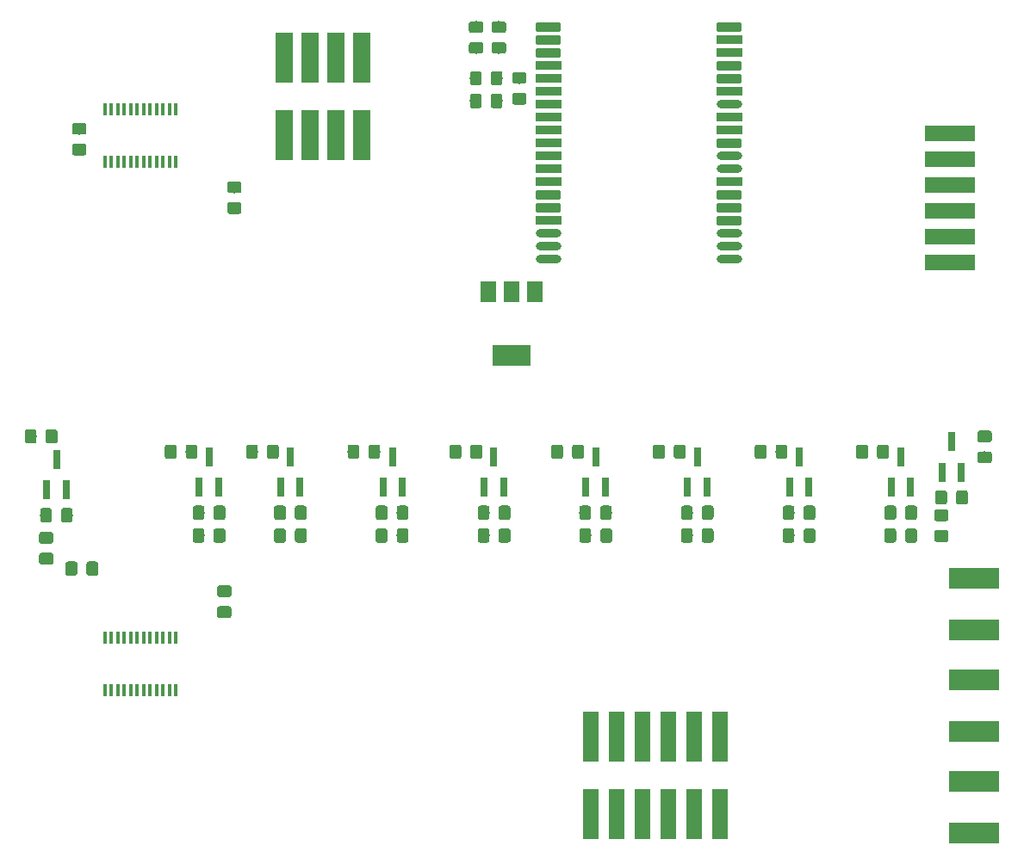
<source format=gbr>
G04 #@! TF.GenerationSoftware,KiCad,Pcbnew,5.0.2+dfsg1-1*
G04 #@! TF.CreationDate,2020-09-22T14:37:19+02:00*
G04 #@! TF.ProjectId,ledmatrix10,6c65646d-6174-4726-9978-31302e6b6963,rev?*
G04 #@! TF.SameCoordinates,Original*
G04 #@! TF.FileFunction,Paste,Top*
G04 #@! TF.FilePolarity,Positive*
%FSLAX46Y46*%
G04 Gerber Fmt 4.6, Leading zero omitted, Abs format (unit mm)*
G04 Created by KiCad (PCBNEW 5.0.2+dfsg1-1) date Tue 22 Sep 2020 02:37:19 PM CEST*
%MOMM*%
%LPD*%
G01*
G04 APERTURE LIST*
%ADD10R,5.000000X2.000000*%
%ADD11R,5.000000X1.600000*%
%ADD12R,1.500000X2.000000*%
%ADD13R,3.800000X2.000000*%
%ADD14C,0.100000*%
%ADD15C,1.150000*%
%ADD16C,0.900000*%
%ADD17R,2.500000X0.900000*%
%ADD18O,2.500000X0.900000*%
%ADD19R,1.600000X5.000000*%
%ADD20R,1.700000X5.000000*%
%ADD21R,0.800000X1.900000*%
%ADD22R,0.400000X1.200000*%
G04 APERTURE END LIST*
D10*
G04 #@! TO.C,U118*
X196460000Y-137460000D03*
X196460000Y-142540000D03*
G04 #@! TD*
G04 #@! TO.C,U117*
X196460000Y-117460000D03*
X196460000Y-122540000D03*
G04 #@! TD*
G04 #@! TO.C,U119*
X196460000Y-127460000D03*
X196460000Y-132540000D03*
G04 #@! TD*
D11*
G04 #@! TO.C,j1*
X194050000Y-73700000D03*
X194050000Y-76240000D03*
X194050000Y-78780000D03*
X194050000Y-81320000D03*
X194050000Y-83860000D03*
X194050000Y-86400000D03*
G04 #@! TD*
D12*
G04 #@! TO.C,U106*
X153300000Y-89250000D03*
X148700000Y-89250000D03*
X151000000Y-89250000D03*
D13*
X151000000Y-95550000D03*
G04 #@! TD*
D14*
G04 #@! TO.C,R2*
G36*
X110124505Y-115801204D02*
X110148773Y-115804804D01*
X110172572Y-115810765D01*
X110195671Y-115819030D01*
X110217850Y-115829520D01*
X110238893Y-115842132D01*
X110258599Y-115856747D01*
X110276777Y-115873223D01*
X110293253Y-115891401D01*
X110307868Y-115911107D01*
X110320480Y-115932150D01*
X110330970Y-115954329D01*
X110339235Y-115977428D01*
X110345196Y-116001227D01*
X110348796Y-116025495D01*
X110350000Y-116049999D01*
X110350000Y-116950001D01*
X110348796Y-116974505D01*
X110345196Y-116998773D01*
X110339235Y-117022572D01*
X110330970Y-117045671D01*
X110320480Y-117067850D01*
X110307868Y-117088893D01*
X110293253Y-117108599D01*
X110276777Y-117126777D01*
X110258599Y-117143253D01*
X110238893Y-117157868D01*
X110217850Y-117170480D01*
X110195671Y-117180970D01*
X110172572Y-117189235D01*
X110148773Y-117195196D01*
X110124505Y-117198796D01*
X110100001Y-117200000D01*
X109449999Y-117200000D01*
X109425495Y-117198796D01*
X109401227Y-117195196D01*
X109377428Y-117189235D01*
X109354329Y-117180970D01*
X109332150Y-117170480D01*
X109311107Y-117157868D01*
X109291401Y-117143253D01*
X109273223Y-117126777D01*
X109256747Y-117108599D01*
X109242132Y-117088893D01*
X109229520Y-117067850D01*
X109219030Y-117045671D01*
X109210765Y-117022572D01*
X109204804Y-116998773D01*
X109201204Y-116974505D01*
X109200000Y-116950001D01*
X109200000Y-116049999D01*
X109201204Y-116025495D01*
X109204804Y-116001227D01*
X109210765Y-115977428D01*
X109219030Y-115954329D01*
X109229520Y-115932150D01*
X109242132Y-115911107D01*
X109256747Y-115891401D01*
X109273223Y-115873223D01*
X109291401Y-115856747D01*
X109311107Y-115842132D01*
X109332150Y-115829520D01*
X109354329Y-115819030D01*
X109377428Y-115810765D01*
X109401227Y-115804804D01*
X109425495Y-115801204D01*
X109449999Y-115800000D01*
X110100001Y-115800000D01*
X110124505Y-115801204D01*
X110124505Y-115801204D01*
G37*
D15*
X109775000Y-116500000D03*
D14*
G36*
X108074505Y-115801204D02*
X108098773Y-115804804D01*
X108122572Y-115810765D01*
X108145671Y-115819030D01*
X108167850Y-115829520D01*
X108188893Y-115842132D01*
X108208599Y-115856747D01*
X108226777Y-115873223D01*
X108243253Y-115891401D01*
X108257868Y-115911107D01*
X108270480Y-115932150D01*
X108280970Y-115954329D01*
X108289235Y-115977428D01*
X108295196Y-116001227D01*
X108298796Y-116025495D01*
X108300000Y-116049999D01*
X108300000Y-116950001D01*
X108298796Y-116974505D01*
X108295196Y-116998773D01*
X108289235Y-117022572D01*
X108280970Y-117045671D01*
X108270480Y-117067850D01*
X108257868Y-117088893D01*
X108243253Y-117108599D01*
X108226777Y-117126777D01*
X108208599Y-117143253D01*
X108188893Y-117157868D01*
X108167850Y-117170480D01*
X108145671Y-117180970D01*
X108122572Y-117189235D01*
X108098773Y-117195196D01*
X108074505Y-117198796D01*
X108050001Y-117200000D01*
X107399999Y-117200000D01*
X107375495Y-117198796D01*
X107351227Y-117195196D01*
X107327428Y-117189235D01*
X107304329Y-117180970D01*
X107282150Y-117170480D01*
X107261107Y-117157868D01*
X107241401Y-117143253D01*
X107223223Y-117126777D01*
X107206747Y-117108599D01*
X107192132Y-117088893D01*
X107179520Y-117067850D01*
X107169030Y-117045671D01*
X107160765Y-117022572D01*
X107154804Y-116998773D01*
X107151204Y-116974505D01*
X107150000Y-116950001D01*
X107150000Y-116049999D01*
X107151204Y-116025495D01*
X107154804Y-116001227D01*
X107160765Y-115977428D01*
X107169030Y-115954329D01*
X107179520Y-115932150D01*
X107192132Y-115911107D01*
X107206747Y-115891401D01*
X107223223Y-115873223D01*
X107241401Y-115856747D01*
X107261107Y-115842132D01*
X107282150Y-115829520D01*
X107304329Y-115819030D01*
X107327428Y-115810765D01*
X107351227Y-115804804D01*
X107375495Y-115801204D01*
X107399999Y-115800000D01*
X108050001Y-115800000D01*
X108074505Y-115801204D01*
X108074505Y-115801204D01*
G37*
D15*
X107725000Y-116500000D03*
G04 #@! TD*
D14*
G04 #@! TO.C,R3*
G36*
X107624505Y-110551204D02*
X107648773Y-110554804D01*
X107672572Y-110560765D01*
X107695671Y-110569030D01*
X107717850Y-110579520D01*
X107738893Y-110592132D01*
X107758599Y-110606747D01*
X107776777Y-110623223D01*
X107793253Y-110641401D01*
X107807868Y-110661107D01*
X107820480Y-110682150D01*
X107830970Y-110704329D01*
X107839235Y-110727428D01*
X107845196Y-110751227D01*
X107848796Y-110775495D01*
X107850000Y-110799999D01*
X107850000Y-111700001D01*
X107848796Y-111724505D01*
X107845196Y-111748773D01*
X107839235Y-111772572D01*
X107830970Y-111795671D01*
X107820480Y-111817850D01*
X107807868Y-111838893D01*
X107793253Y-111858599D01*
X107776777Y-111876777D01*
X107758599Y-111893253D01*
X107738893Y-111907868D01*
X107717850Y-111920480D01*
X107695671Y-111930970D01*
X107672572Y-111939235D01*
X107648773Y-111945196D01*
X107624505Y-111948796D01*
X107600001Y-111950000D01*
X106949999Y-111950000D01*
X106925495Y-111948796D01*
X106901227Y-111945196D01*
X106877428Y-111939235D01*
X106854329Y-111930970D01*
X106832150Y-111920480D01*
X106811107Y-111907868D01*
X106791401Y-111893253D01*
X106773223Y-111876777D01*
X106756747Y-111858599D01*
X106742132Y-111838893D01*
X106729520Y-111817850D01*
X106719030Y-111795671D01*
X106710765Y-111772572D01*
X106704804Y-111748773D01*
X106701204Y-111724505D01*
X106700000Y-111700001D01*
X106700000Y-110799999D01*
X106701204Y-110775495D01*
X106704804Y-110751227D01*
X106710765Y-110727428D01*
X106719030Y-110704329D01*
X106729520Y-110682150D01*
X106742132Y-110661107D01*
X106756747Y-110641401D01*
X106773223Y-110623223D01*
X106791401Y-110606747D01*
X106811107Y-110592132D01*
X106832150Y-110579520D01*
X106854329Y-110569030D01*
X106877428Y-110560765D01*
X106901227Y-110554804D01*
X106925495Y-110551204D01*
X106949999Y-110550000D01*
X107600001Y-110550000D01*
X107624505Y-110551204D01*
X107624505Y-110551204D01*
G37*
D15*
X107275000Y-111250000D03*
D14*
G36*
X105574505Y-110551204D02*
X105598773Y-110554804D01*
X105622572Y-110560765D01*
X105645671Y-110569030D01*
X105667850Y-110579520D01*
X105688893Y-110592132D01*
X105708599Y-110606747D01*
X105726777Y-110623223D01*
X105743253Y-110641401D01*
X105757868Y-110661107D01*
X105770480Y-110682150D01*
X105780970Y-110704329D01*
X105789235Y-110727428D01*
X105795196Y-110751227D01*
X105798796Y-110775495D01*
X105800000Y-110799999D01*
X105800000Y-111700001D01*
X105798796Y-111724505D01*
X105795196Y-111748773D01*
X105789235Y-111772572D01*
X105780970Y-111795671D01*
X105770480Y-111817850D01*
X105757868Y-111838893D01*
X105743253Y-111858599D01*
X105726777Y-111876777D01*
X105708599Y-111893253D01*
X105688893Y-111907868D01*
X105667850Y-111920480D01*
X105645671Y-111930970D01*
X105622572Y-111939235D01*
X105598773Y-111945196D01*
X105574505Y-111948796D01*
X105550001Y-111950000D01*
X104899999Y-111950000D01*
X104875495Y-111948796D01*
X104851227Y-111945196D01*
X104827428Y-111939235D01*
X104804329Y-111930970D01*
X104782150Y-111920480D01*
X104761107Y-111907868D01*
X104741401Y-111893253D01*
X104723223Y-111876777D01*
X104706747Y-111858599D01*
X104692132Y-111838893D01*
X104679520Y-111817850D01*
X104669030Y-111795671D01*
X104660765Y-111772572D01*
X104654804Y-111748773D01*
X104651204Y-111724505D01*
X104650000Y-111700001D01*
X104650000Y-110799999D01*
X104651204Y-110775495D01*
X104654804Y-110751227D01*
X104660765Y-110727428D01*
X104669030Y-110704329D01*
X104679520Y-110682150D01*
X104692132Y-110661107D01*
X104706747Y-110641401D01*
X104723223Y-110623223D01*
X104741401Y-110606747D01*
X104761107Y-110592132D01*
X104782150Y-110579520D01*
X104804329Y-110569030D01*
X104827428Y-110560765D01*
X104851227Y-110554804D01*
X104875495Y-110551204D01*
X104899999Y-110550000D01*
X105550001Y-110550000D01*
X105574505Y-110551204D01*
X105574505Y-110551204D01*
G37*
D15*
X105225000Y-111250000D03*
G04 #@! TD*
D14*
G04 #@! TO.C,R4*
G36*
X105724505Y-114951204D02*
X105748773Y-114954804D01*
X105772572Y-114960765D01*
X105795671Y-114969030D01*
X105817850Y-114979520D01*
X105838893Y-114992132D01*
X105858599Y-115006747D01*
X105876777Y-115023223D01*
X105893253Y-115041401D01*
X105907868Y-115061107D01*
X105920480Y-115082150D01*
X105930970Y-115104329D01*
X105939235Y-115127428D01*
X105945196Y-115151227D01*
X105948796Y-115175495D01*
X105950000Y-115199999D01*
X105950000Y-115850001D01*
X105948796Y-115874505D01*
X105945196Y-115898773D01*
X105939235Y-115922572D01*
X105930970Y-115945671D01*
X105920480Y-115967850D01*
X105907868Y-115988893D01*
X105893253Y-116008599D01*
X105876777Y-116026777D01*
X105858599Y-116043253D01*
X105838893Y-116057868D01*
X105817850Y-116070480D01*
X105795671Y-116080970D01*
X105772572Y-116089235D01*
X105748773Y-116095196D01*
X105724505Y-116098796D01*
X105700001Y-116100000D01*
X104799999Y-116100000D01*
X104775495Y-116098796D01*
X104751227Y-116095196D01*
X104727428Y-116089235D01*
X104704329Y-116080970D01*
X104682150Y-116070480D01*
X104661107Y-116057868D01*
X104641401Y-116043253D01*
X104623223Y-116026777D01*
X104606747Y-116008599D01*
X104592132Y-115988893D01*
X104579520Y-115967850D01*
X104569030Y-115945671D01*
X104560765Y-115922572D01*
X104554804Y-115898773D01*
X104551204Y-115874505D01*
X104550000Y-115850001D01*
X104550000Y-115199999D01*
X104551204Y-115175495D01*
X104554804Y-115151227D01*
X104560765Y-115127428D01*
X104569030Y-115104329D01*
X104579520Y-115082150D01*
X104592132Y-115061107D01*
X104606747Y-115041401D01*
X104623223Y-115023223D01*
X104641401Y-115006747D01*
X104661107Y-114992132D01*
X104682150Y-114979520D01*
X104704329Y-114969030D01*
X104727428Y-114960765D01*
X104751227Y-114954804D01*
X104775495Y-114951204D01*
X104799999Y-114950000D01*
X105700001Y-114950000D01*
X105724505Y-114951204D01*
X105724505Y-114951204D01*
G37*
D15*
X105250000Y-115525000D03*
D14*
G36*
X105724505Y-112901204D02*
X105748773Y-112904804D01*
X105772572Y-112910765D01*
X105795671Y-112919030D01*
X105817850Y-112929520D01*
X105838893Y-112942132D01*
X105858599Y-112956747D01*
X105876777Y-112973223D01*
X105893253Y-112991401D01*
X105907868Y-113011107D01*
X105920480Y-113032150D01*
X105930970Y-113054329D01*
X105939235Y-113077428D01*
X105945196Y-113101227D01*
X105948796Y-113125495D01*
X105950000Y-113149999D01*
X105950000Y-113800001D01*
X105948796Y-113824505D01*
X105945196Y-113848773D01*
X105939235Y-113872572D01*
X105930970Y-113895671D01*
X105920480Y-113917850D01*
X105907868Y-113938893D01*
X105893253Y-113958599D01*
X105876777Y-113976777D01*
X105858599Y-113993253D01*
X105838893Y-114007868D01*
X105817850Y-114020480D01*
X105795671Y-114030970D01*
X105772572Y-114039235D01*
X105748773Y-114045196D01*
X105724505Y-114048796D01*
X105700001Y-114050000D01*
X104799999Y-114050000D01*
X104775495Y-114048796D01*
X104751227Y-114045196D01*
X104727428Y-114039235D01*
X104704329Y-114030970D01*
X104682150Y-114020480D01*
X104661107Y-114007868D01*
X104641401Y-113993253D01*
X104623223Y-113976777D01*
X104606747Y-113958599D01*
X104592132Y-113938893D01*
X104579520Y-113917850D01*
X104569030Y-113895671D01*
X104560765Y-113872572D01*
X104554804Y-113848773D01*
X104551204Y-113824505D01*
X104550000Y-113800001D01*
X104550000Y-113149999D01*
X104551204Y-113125495D01*
X104554804Y-113101227D01*
X104560765Y-113077428D01*
X104569030Y-113054329D01*
X104579520Y-113032150D01*
X104592132Y-113011107D01*
X104606747Y-112991401D01*
X104623223Y-112973223D01*
X104641401Y-112956747D01*
X104661107Y-112942132D01*
X104682150Y-112929520D01*
X104704329Y-112919030D01*
X104727428Y-112910765D01*
X104751227Y-112904804D01*
X104775495Y-112901204D01*
X104799999Y-112900000D01*
X105700001Y-112900000D01*
X105724505Y-112901204D01*
X105724505Y-112901204D01*
G37*
D15*
X105250000Y-113475000D03*
G04 #@! TD*
D14*
G04 #@! TO.C,R5*
G36*
X106124505Y-102801204D02*
X106148773Y-102804804D01*
X106172572Y-102810765D01*
X106195671Y-102819030D01*
X106217850Y-102829520D01*
X106238893Y-102842132D01*
X106258599Y-102856747D01*
X106276777Y-102873223D01*
X106293253Y-102891401D01*
X106307868Y-102911107D01*
X106320480Y-102932150D01*
X106330970Y-102954329D01*
X106339235Y-102977428D01*
X106345196Y-103001227D01*
X106348796Y-103025495D01*
X106350000Y-103049999D01*
X106350000Y-103950001D01*
X106348796Y-103974505D01*
X106345196Y-103998773D01*
X106339235Y-104022572D01*
X106330970Y-104045671D01*
X106320480Y-104067850D01*
X106307868Y-104088893D01*
X106293253Y-104108599D01*
X106276777Y-104126777D01*
X106258599Y-104143253D01*
X106238893Y-104157868D01*
X106217850Y-104170480D01*
X106195671Y-104180970D01*
X106172572Y-104189235D01*
X106148773Y-104195196D01*
X106124505Y-104198796D01*
X106100001Y-104200000D01*
X105449999Y-104200000D01*
X105425495Y-104198796D01*
X105401227Y-104195196D01*
X105377428Y-104189235D01*
X105354329Y-104180970D01*
X105332150Y-104170480D01*
X105311107Y-104157868D01*
X105291401Y-104143253D01*
X105273223Y-104126777D01*
X105256747Y-104108599D01*
X105242132Y-104088893D01*
X105229520Y-104067850D01*
X105219030Y-104045671D01*
X105210765Y-104022572D01*
X105204804Y-103998773D01*
X105201204Y-103974505D01*
X105200000Y-103950001D01*
X105200000Y-103049999D01*
X105201204Y-103025495D01*
X105204804Y-103001227D01*
X105210765Y-102977428D01*
X105219030Y-102954329D01*
X105229520Y-102932150D01*
X105242132Y-102911107D01*
X105256747Y-102891401D01*
X105273223Y-102873223D01*
X105291401Y-102856747D01*
X105311107Y-102842132D01*
X105332150Y-102829520D01*
X105354329Y-102819030D01*
X105377428Y-102810765D01*
X105401227Y-102804804D01*
X105425495Y-102801204D01*
X105449999Y-102800000D01*
X106100001Y-102800000D01*
X106124505Y-102801204D01*
X106124505Y-102801204D01*
G37*
D15*
X105775000Y-103500000D03*
D14*
G36*
X104074505Y-102801204D02*
X104098773Y-102804804D01*
X104122572Y-102810765D01*
X104145671Y-102819030D01*
X104167850Y-102829520D01*
X104188893Y-102842132D01*
X104208599Y-102856747D01*
X104226777Y-102873223D01*
X104243253Y-102891401D01*
X104257868Y-102911107D01*
X104270480Y-102932150D01*
X104280970Y-102954329D01*
X104289235Y-102977428D01*
X104295196Y-103001227D01*
X104298796Y-103025495D01*
X104300000Y-103049999D01*
X104300000Y-103950001D01*
X104298796Y-103974505D01*
X104295196Y-103998773D01*
X104289235Y-104022572D01*
X104280970Y-104045671D01*
X104270480Y-104067850D01*
X104257868Y-104088893D01*
X104243253Y-104108599D01*
X104226777Y-104126777D01*
X104208599Y-104143253D01*
X104188893Y-104157868D01*
X104167850Y-104170480D01*
X104145671Y-104180970D01*
X104122572Y-104189235D01*
X104098773Y-104195196D01*
X104074505Y-104198796D01*
X104050001Y-104200000D01*
X103399999Y-104200000D01*
X103375495Y-104198796D01*
X103351227Y-104195196D01*
X103327428Y-104189235D01*
X103304329Y-104180970D01*
X103282150Y-104170480D01*
X103261107Y-104157868D01*
X103241401Y-104143253D01*
X103223223Y-104126777D01*
X103206747Y-104108599D01*
X103192132Y-104088893D01*
X103179520Y-104067850D01*
X103169030Y-104045671D01*
X103160765Y-104022572D01*
X103154804Y-103998773D01*
X103151204Y-103974505D01*
X103150000Y-103950001D01*
X103150000Y-103049999D01*
X103151204Y-103025495D01*
X103154804Y-103001227D01*
X103160765Y-102977428D01*
X103169030Y-102954329D01*
X103179520Y-102932150D01*
X103192132Y-102911107D01*
X103206747Y-102891401D01*
X103223223Y-102873223D01*
X103241401Y-102856747D01*
X103261107Y-102842132D01*
X103282150Y-102829520D01*
X103304329Y-102819030D01*
X103327428Y-102810765D01*
X103351227Y-102804804D01*
X103375495Y-102801204D01*
X103399999Y-102800000D01*
X104050001Y-102800000D01*
X104074505Y-102801204D01*
X104074505Y-102801204D01*
G37*
D15*
X103725000Y-103500000D03*
G04 #@! TD*
D14*
G04 #@! TO.C,R6*
G36*
X122624505Y-110301204D02*
X122648773Y-110304804D01*
X122672572Y-110310765D01*
X122695671Y-110319030D01*
X122717850Y-110329520D01*
X122738893Y-110342132D01*
X122758599Y-110356747D01*
X122776777Y-110373223D01*
X122793253Y-110391401D01*
X122807868Y-110411107D01*
X122820480Y-110432150D01*
X122830970Y-110454329D01*
X122839235Y-110477428D01*
X122845196Y-110501227D01*
X122848796Y-110525495D01*
X122850000Y-110549999D01*
X122850000Y-111450001D01*
X122848796Y-111474505D01*
X122845196Y-111498773D01*
X122839235Y-111522572D01*
X122830970Y-111545671D01*
X122820480Y-111567850D01*
X122807868Y-111588893D01*
X122793253Y-111608599D01*
X122776777Y-111626777D01*
X122758599Y-111643253D01*
X122738893Y-111657868D01*
X122717850Y-111670480D01*
X122695671Y-111680970D01*
X122672572Y-111689235D01*
X122648773Y-111695196D01*
X122624505Y-111698796D01*
X122600001Y-111700000D01*
X121949999Y-111700000D01*
X121925495Y-111698796D01*
X121901227Y-111695196D01*
X121877428Y-111689235D01*
X121854329Y-111680970D01*
X121832150Y-111670480D01*
X121811107Y-111657868D01*
X121791401Y-111643253D01*
X121773223Y-111626777D01*
X121756747Y-111608599D01*
X121742132Y-111588893D01*
X121729520Y-111567850D01*
X121719030Y-111545671D01*
X121710765Y-111522572D01*
X121704804Y-111498773D01*
X121701204Y-111474505D01*
X121700000Y-111450001D01*
X121700000Y-110549999D01*
X121701204Y-110525495D01*
X121704804Y-110501227D01*
X121710765Y-110477428D01*
X121719030Y-110454329D01*
X121729520Y-110432150D01*
X121742132Y-110411107D01*
X121756747Y-110391401D01*
X121773223Y-110373223D01*
X121791401Y-110356747D01*
X121811107Y-110342132D01*
X121832150Y-110329520D01*
X121854329Y-110319030D01*
X121877428Y-110310765D01*
X121901227Y-110304804D01*
X121925495Y-110301204D01*
X121949999Y-110300000D01*
X122600001Y-110300000D01*
X122624505Y-110301204D01*
X122624505Y-110301204D01*
G37*
D15*
X122275000Y-111000000D03*
D14*
G36*
X120574505Y-110301204D02*
X120598773Y-110304804D01*
X120622572Y-110310765D01*
X120645671Y-110319030D01*
X120667850Y-110329520D01*
X120688893Y-110342132D01*
X120708599Y-110356747D01*
X120726777Y-110373223D01*
X120743253Y-110391401D01*
X120757868Y-110411107D01*
X120770480Y-110432150D01*
X120780970Y-110454329D01*
X120789235Y-110477428D01*
X120795196Y-110501227D01*
X120798796Y-110525495D01*
X120800000Y-110549999D01*
X120800000Y-111450001D01*
X120798796Y-111474505D01*
X120795196Y-111498773D01*
X120789235Y-111522572D01*
X120780970Y-111545671D01*
X120770480Y-111567850D01*
X120757868Y-111588893D01*
X120743253Y-111608599D01*
X120726777Y-111626777D01*
X120708599Y-111643253D01*
X120688893Y-111657868D01*
X120667850Y-111670480D01*
X120645671Y-111680970D01*
X120622572Y-111689235D01*
X120598773Y-111695196D01*
X120574505Y-111698796D01*
X120550001Y-111700000D01*
X119899999Y-111700000D01*
X119875495Y-111698796D01*
X119851227Y-111695196D01*
X119827428Y-111689235D01*
X119804329Y-111680970D01*
X119782150Y-111670480D01*
X119761107Y-111657868D01*
X119741401Y-111643253D01*
X119723223Y-111626777D01*
X119706747Y-111608599D01*
X119692132Y-111588893D01*
X119679520Y-111567850D01*
X119669030Y-111545671D01*
X119660765Y-111522572D01*
X119654804Y-111498773D01*
X119651204Y-111474505D01*
X119650000Y-111450001D01*
X119650000Y-110549999D01*
X119651204Y-110525495D01*
X119654804Y-110501227D01*
X119660765Y-110477428D01*
X119669030Y-110454329D01*
X119679520Y-110432150D01*
X119692132Y-110411107D01*
X119706747Y-110391401D01*
X119723223Y-110373223D01*
X119741401Y-110356747D01*
X119761107Y-110342132D01*
X119782150Y-110329520D01*
X119804329Y-110319030D01*
X119827428Y-110310765D01*
X119851227Y-110304804D01*
X119875495Y-110301204D01*
X119899999Y-110300000D01*
X120550001Y-110300000D01*
X120574505Y-110301204D01*
X120574505Y-110301204D01*
G37*
D15*
X120225000Y-111000000D03*
G04 #@! TD*
D14*
G04 #@! TO.C,R7*
G36*
X122624505Y-112551204D02*
X122648773Y-112554804D01*
X122672572Y-112560765D01*
X122695671Y-112569030D01*
X122717850Y-112579520D01*
X122738893Y-112592132D01*
X122758599Y-112606747D01*
X122776777Y-112623223D01*
X122793253Y-112641401D01*
X122807868Y-112661107D01*
X122820480Y-112682150D01*
X122830970Y-112704329D01*
X122839235Y-112727428D01*
X122845196Y-112751227D01*
X122848796Y-112775495D01*
X122850000Y-112799999D01*
X122850000Y-113700001D01*
X122848796Y-113724505D01*
X122845196Y-113748773D01*
X122839235Y-113772572D01*
X122830970Y-113795671D01*
X122820480Y-113817850D01*
X122807868Y-113838893D01*
X122793253Y-113858599D01*
X122776777Y-113876777D01*
X122758599Y-113893253D01*
X122738893Y-113907868D01*
X122717850Y-113920480D01*
X122695671Y-113930970D01*
X122672572Y-113939235D01*
X122648773Y-113945196D01*
X122624505Y-113948796D01*
X122600001Y-113950000D01*
X121949999Y-113950000D01*
X121925495Y-113948796D01*
X121901227Y-113945196D01*
X121877428Y-113939235D01*
X121854329Y-113930970D01*
X121832150Y-113920480D01*
X121811107Y-113907868D01*
X121791401Y-113893253D01*
X121773223Y-113876777D01*
X121756747Y-113858599D01*
X121742132Y-113838893D01*
X121729520Y-113817850D01*
X121719030Y-113795671D01*
X121710765Y-113772572D01*
X121704804Y-113748773D01*
X121701204Y-113724505D01*
X121700000Y-113700001D01*
X121700000Y-112799999D01*
X121701204Y-112775495D01*
X121704804Y-112751227D01*
X121710765Y-112727428D01*
X121719030Y-112704329D01*
X121729520Y-112682150D01*
X121742132Y-112661107D01*
X121756747Y-112641401D01*
X121773223Y-112623223D01*
X121791401Y-112606747D01*
X121811107Y-112592132D01*
X121832150Y-112579520D01*
X121854329Y-112569030D01*
X121877428Y-112560765D01*
X121901227Y-112554804D01*
X121925495Y-112551204D01*
X121949999Y-112550000D01*
X122600001Y-112550000D01*
X122624505Y-112551204D01*
X122624505Y-112551204D01*
G37*
D15*
X122275000Y-113250000D03*
D14*
G36*
X120574505Y-112551204D02*
X120598773Y-112554804D01*
X120622572Y-112560765D01*
X120645671Y-112569030D01*
X120667850Y-112579520D01*
X120688893Y-112592132D01*
X120708599Y-112606747D01*
X120726777Y-112623223D01*
X120743253Y-112641401D01*
X120757868Y-112661107D01*
X120770480Y-112682150D01*
X120780970Y-112704329D01*
X120789235Y-112727428D01*
X120795196Y-112751227D01*
X120798796Y-112775495D01*
X120800000Y-112799999D01*
X120800000Y-113700001D01*
X120798796Y-113724505D01*
X120795196Y-113748773D01*
X120789235Y-113772572D01*
X120780970Y-113795671D01*
X120770480Y-113817850D01*
X120757868Y-113838893D01*
X120743253Y-113858599D01*
X120726777Y-113876777D01*
X120708599Y-113893253D01*
X120688893Y-113907868D01*
X120667850Y-113920480D01*
X120645671Y-113930970D01*
X120622572Y-113939235D01*
X120598773Y-113945196D01*
X120574505Y-113948796D01*
X120550001Y-113950000D01*
X119899999Y-113950000D01*
X119875495Y-113948796D01*
X119851227Y-113945196D01*
X119827428Y-113939235D01*
X119804329Y-113930970D01*
X119782150Y-113920480D01*
X119761107Y-113907868D01*
X119741401Y-113893253D01*
X119723223Y-113876777D01*
X119706747Y-113858599D01*
X119692132Y-113838893D01*
X119679520Y-113817850D01*
X119669030Y-113795671D01*
X119660765Y-113772572D01*
X119654804Y-113748773D01*
X119651204Y-113724505D01*
X119650000Y-113700001D01*
X119650000Y-112799999D01*
X119651204Y-112775495D01*
X119654804Y-112751227D01*
X119660765Y-112727428D01*
X119669030Y-112704329D01*
X119679520Y-112682150D01*
X119692132Y-112661107D01*
X119706747Y-112641401D01*
X119723223Y-112623223D01*
X119741401Y-112606747D01*
X119761107Y-112592132D01*
X119782150Y-112579520D01*
X119804329Y-112569030D01*
X119827428Y-112560765D01*
X119851227Y-112554804D01*
X119875495Y-112551204D01*
X119899999Y-112550000D01*
X120550001Y-112550000D01*
X120574505Y-112551204D01*
X120574505Y-112551204D01*
G37*
D15*
X120225000Y-113250000D03*
G04 #@! TD*
D14*
G04 #@! TO.C,R8*
G36*
X119874505Y-104301204D02*
X119898773Y-104304804D01*
X119922572Y-104310765D01*
X119945671Y-104319030D01*
X119967850Y-104329520D01*
X119988893Y-104342132D01*
X120008599Y-104356747D01*
X120026777Y-104373223D01*
X120043253Y-104391401D01*
X120057868Y-104411107D01*
X120070480Y-104432150D01*
X120080970Y-104454329D01*
X120089235Y-104477428D01*
X120095196Y-104501227D01*
X120098796Y-104525495D01*
X120100000Y-104549999D01*
X120100000Y-105450001D01*
X120098796Y-105474505D01*
X120095196Y-105498773D01*
X120089235Y-105522572D01*
X120080970Y-105545671D01*
X120070480Y-105567850D01*
X120057868Y-105588893D01*
X120043253Y-105608599D01*
X120026777Y-105626777D01*
X120008599Y-105643253D01*
X119988893Y-105657868D01*
X119967850Y-105670480D01*
X119945671Y-105680970D01*
X119922572Y-105689235D01*
X119898773Y-105695196D01*
X119874505Y-105698796D01*
X119850001Y-105700000D01*
X119199999Y-105700000D01*
X119175495Y-105698796D01*
X119151227Y-105695196D01*
X119127428Y-105689235D01*
X119104329Y-105680970D01*
X119082150Y-105670480D01*
X119061107Y-105657868D01*
X119041401Y-105643253D01*
X119023223Y-105626777D01*
X119006747Y-105608599D01*
X118992132Y-105588893D01*
X118979520Y-105567850D01*
X118969030Y-105545671D01*
X118960765Y-105522572D01*
X118954804Y-105498773D01*
X118951204Y-105474505D01*
X118950000Y-105450001D01*
X118950000Y-104549999D01*
X118951204Y-104525495D01*
X118954804Y-104501227D01*
X118960765Y-104477428D01*
X118969030Y-104454329D01*
X118979520Y-104432150D01*
X118992132Y-104411107D01*
X119006747Y-104391401D01*
X119023223Y-104373223D01*
X119041401Y-104356747D01*
X119061107Y-104342132D01*
X119082150Y-104329520D01*
X119104329Y-104319030D01*
X119127428Y-104310765D01*
X119151227Y-104304804D01*
X119175495Y-104301204D01*
X119199999Y-104300000D01*
X119850001Y-104300000D01*
X119874505Y-104301204D01*
X119874505Y-104301204D01*
G37*
D15*
X119525000Y-105000000D03*
D14*
G36*
X117824505Y-104301204D02*
X117848773Y-104304804D01*
X117872572Y-104310765D01*
X117895671Y-104319030D01*
X117917850Y-104329520D01*
X117938893Y-104342132D01*
X117958599Y-104356747D01*
X117976777Y-104373223D01*
X117993253Y-104391401D01*
X118007868Y-104411107D01*
X118020480Y-104432150D01*
X118030970Y-104454329D01*
X118039235Y-104477428D01*
X118045196Y-104501227D01*
X118048796Y-104525495D01*
X118050000Y-104549999D01*
X118050000Y-105450001D01*
X118048796Y-105474505D01*
X118045196Y-105498773D01*
X118039235Y-105522572D01*
X118030970Y-105545671D01*
X118020480Y-105567850D01*
X118007868Y-105588893D01*
X117993253Y-105608599D01*
X117976777Y-105626777D01*
X117958599Y-105643253D01*
X117938893Y-105657868D01*
X117917850Y-105670480D01*
X117895671Y-105680970D01*
X117872572Y-105689235D01*
X117848773Y-105695196D01*
X117824505Y-105698796D01*
X117800001Y-105700000D01*
X117149999Y-105700000D01*
X117125495Y-105698796D01*
X117101227Y-105695196D01*
X117077428Y-105689235D01*
X117054329Y-105680970D01*
X117032150Y-105670480D01*
X117011107Y-105657868D01*
X116991401Y-105643253D01*
X116973223Y-105626777D01*
X116956747Y-105608599D01*
X116942132Y-105588893D01*
X116929520Y-105567850D01*
X116919030Y-105545671D01*
X116910765Y-105522572D01*
X116904804Y-105498773D01*
X116901204Y-105474505D01*
X116900000Y-105450001D01*
X116900000Y-104549999D01*
X116901204Y-104525495D01*
X116904804Y-104501227D01*
X116910765Y-104477428D01*
X116919030Y-104454329D01*
X116929520Y-104432150D01*
X116942132Y-104411107D01*
X116956747Y-104391401D01*
X116973223Y-104373223D01*
X116991401Y-104356747D01*
X117011107Y-104342132D01*
X117032150Y-104329520D01*
X117054329Y-104319030D01*
X117077428Y-104310765D01*
X117101227Y-104304804D01*
X117125495Y-104301204D01*
X117149999Y-104300000D01*
X117800001Y-104300000D01*
X117824505Y-104301204D01*
X117824505Y-104301204D01*
G37*
D15*
X117475000Y-105000000D03*
G04 #@! TD*
D14*
G04 #@! TO.C,R9*
G36*
X130624505Y-110301204D02*
X130648773Y-110304804D01*
X130672572Y-110310765D01*
X130695671Y-110319030D01*
X130717850Y-110329520D01*
X130738893Y-110342132D01*
X130758599Y-110356747D01*
X130776777Y-110373223D01*
X130793253Y-110391401D01*
X130807868Y-110411107D01*
X130820480Y-110432150D01*
X130830970Y-110454329D01*
X130839235Y-110477428D01*
X130845196Y-110501227D01*
X130848796Y-110525495D01*
X130850000Y-110549999D01*
X130850000Y-111450001D01*
X130848796Y-111474505D01*
X130845196Y-111498773D01*
X130839235Y-111522572D01*
X130830970Y-111545671D01*
X130820480Y-111567850D01*
X130807868Y-111588893D01*
X130793253Y-111608599D01*
X130776777Y-111626777D01*
X130758599Y-111643253D01*
X130738893Y-111657868D01*
X130717850Y-111670480D01*
X130695671Y-111680970D01*
X130672572Y-111689235D01*
X130648773Y-111695196D01*
X130624505Y-111698796D01*
X130600001Y-111700000D01*
X129949999Y-111700000D01*
X129925495Y-111698796D01*
X129901227Y-111695196D01*
X129877428Y-111689235D01*
X129854329Y-111680970D01*
X129832150Y-111670480D01*
X129811107Y-111657868D01*
X129791401Y-111643253D01*
X129773223Y-111626777D01*
X129756747Y-111608599D01*
X129742132Y-111588893D01*
X129729520Y-111567850D01*
X129719030Y-111545671D01*
X129710765Y-111522572D01*
X129704804Y-111498773D01*
X129701204Y-111474505D01*
X129700000Y-111450001D01*
X129700000Y-110549999D01*
X129701204Y-110525495D01*
X129704804Y-110501227D01*
X129710765Y-110477428D01*
X129719030Y-110454329D01*
X129729520Y-110432150D01*
X129742132Y-110411107D01*
X129756747Y-110391401D01*
X129773223Y-110373223D01*
X129791401Y-110356747D01*
X129811107Y-110342132D01*
X129832150Y-110329520D01*
X129854329Y-110319030D01*
X129877428Y-110310765D01*
X129901227Y-110304804D01*
X129925495Y-110301204D01*
X129949999Y-110300000D01*
X130600001Y-110300000D01*
X130624505Y-110301204D01*
X130624505Y-110301204D01*
G37*
D15*
X130275000Y-111000000D03*
D14*
G36*
X128574505Y-110301204D02*
X128598773Y-110304804D01*
X128622572Y-110310765D01*
X128645671Y-110319030D01*
X128667850Y-110329520D01*
X128688893Y-110342132D01*
X128708599Y-110356747D01*
X128726777Y-110373223D01*
X128743253Y-110391401D01*
X128757868Y-110411107D01*
X128770480Y-110432150D01*
X128780970Y-110454329D01*
X128789235Y-110477428D01*
X128795196Y-110501227D01*
X128798796Y-110525495D01*
X128800000Y-110549999D01*
X128800000Y-111450001D01*
X128798796Y-111474505D01*
X128795196Y-111498773D01*
X128789235Y-111522572D01*
X128780970Y-111545671D01*
X128770480Y-111567850D01*
X128757868Y-111588893D01*
X128743253Y-111608599D01*
X128726777Y-111626777D01*
X128708599Y-111643253D01*
X128688893Y-111657868D01*
X128667850Y-111670480D01*
X128645671Y-111680970D01*
X128622572Y-111689235D01*
X128598773Y-111695196D01*
X128574505Y-111698796D01*
X128550001Y-111700000D01*
X127899999Y-111700000D01*
X127875495Y-111698796D01*
X127851227Y-111695196D01*
X127827428Y-111689235D01*
X127804329Y-111680970D01*
X127782150Y-111670480D01*
X127761107Y-111657868D01*
X127741401Y-111643253D01*
X127723223Y-111626777D01*
X127706747Y-111608599D01*
X127692132Y-111588893D01*
X127679520Y-111567850D01*
X127669030Y-111545671D01*
X127660765Y-111522572D01*
X127654804Y-111498773D01*
X127651204Y-111474505D01*
X127650000Y-111450001D01*
X127650000Y-110549999D01*
X127651204Y-110525495D01*
X127654804Y-110501227D01*
X127660765Y-110477428D01*
X127669030Y-110454329D01*
X127679520Y-110432150D01*
X127692132Y-110411107D01*
X127706747Y-110391401D01*
X127723223Y-110373223D01*
X127741401Y-110356747D01*
X127761107Y-110342132D01*
X127782150Y-110329520D01*
X127804329Y-110319030D01*
X127827428Y-110310765D01*
X127851227Y-110304804D01*
X127875495Y-110301204D01*
X127899999Y-110300000D01*
X128550001Y-110300000D01*
X128574505Y-110301204D01*
X128574505Y-110301204D01*
G37*
D15*
X128225000Y-111000000D03*
G04 #@! TD*
D14*
G04 #@! TO.C,R10*
G36*
X130624505Y-112551204D02*
X130648773Y-112554804D01*
X130672572Y-112560765D01*
X130695671Y-112569030D01*
X130717850Y-112579520D01*
X130738893Y-112592132D01*
X130758599Y-112606747D01*
X130776777Y-112623223D01*
X130793253Y-112641401D01*
X130807868Y-112661107D01*
X130820480Y-112682150D01*
X130830970Y-112704329D01*
X130839235Y-112727428D01*
X130845196Y-112751227D01*
X130848796Y-112775495D01*
X130850000Y-112799999D01*
X130850000Y-113700001D01*
X130848796Y-113724505D01*
X130845196Y-113748773D01*
X130839235Y-113772572D01*
X130830970Y-113795671D01*
X130820480Y-113817850D01*
X130807868Y-113838893D01*
X130793253Y-113858599D01*
X130776777Y-113876777D01*
X130758599Y-113893253D01*
X130738893Y-113907868D01*
X130717850Y-113920480D01*
X130695671Y-113930970D01*
X130672572Y-113939235D01*
X130648773Y-113945196D01*
X130624505Y-113948796D01*
X130600001Y-113950000D01*
X129949999Y-113950000D01*
X129925495Y-113948796D01*
X129901227Y-113945196D01*
X129877428Y-113939235D01*
X129854329Y-113930970D01*
X129832150Y-113920480D01*
X129811107Y-113907868D01*
X129791401Y-113893253D01*
X129773223Y-113876777D01*
X129756747Y-113858599D01*
X129742132Y-113838893D01*
X129729520Y-113817850D01*
X129719030Y-113795671D01*
X129710765Y-113772572D01*
X129704804Y-113748773D01*
X129701204Y-113724505D01*
X129700000Y-113700001D01*
X129700000Y-112799999D01*
X129701204Y-112775495D01*
X129704804Y-112751227D01*
X129710765Y-112727428D01*
X129719030Y-112704329D01*
X129729520Y-112682150D01*
X129742132Y-112661107D01*
X129756747Y-112641401D01*
X129773223Y-112623223D01*
X129791401Y-112606747D01*
X129811107Y-112592132D01*
X129832150Y-112579520D01*
X129854329Y-112569030D01*
X129877428Y-112560765D01*
X129901227Y-112554804D01*
X129925495Y-112551204D01*
X129949999Y-112550000D01*
X130600001Y-112550000D01*
X130624505Y-112551204D01*
X130624505Y-112551204D01*
G37*
D15*
X130275000Y-113250000D03*
D14*
G36*
X128574505Y-112551204D02*
X128598773Y-112554804D01*
X128622572Y-112560765D01*
X128645671Y-112569030D01*
X128667850Y-112579520D01*
X128688893Y-112592132D01*
X128708599Y-112606747D01*
X128726777Y-112623223D01*
X128743253Y-112641401D01*
X128757868Y-112661107D01*
X128770480Y-112682150D01*
X128780970Y-112704329D01*
X128789235Y-112727428D01*
X128795196Y-112751227D01*
X128798796Y-112775495D01*
X128800000Y-112799999D01*
X128800000Y-113700001D01*
X128798796Y-113724505D01*
X128795196Y-113748773D01*
X128789235Y-113772572D01*
X128780970Y-113795671D01*
X128770480Y-113817850D01*
X128757868Y-113838893D01*
X128743253Y-113858599D01*
X128726777Y-113876777D01*
X128708599Y-113893253D01*
X128688893Y-113907868D01*
X128667850Y-113920480D01*
X128645671Y-113930970D01*
X128622572Y-113939235D01*
X128598773Y-113945196D01*
X128574505Y-113948796D01*
X128550001Y-113950000D01*
X127899999Y-113950000D01*
X127875495Y-113948796D01*
X127851227Y-113945196D01*
X127827428Y-113939235D01*
X127804329Y-113930970D01*
X127782150Y-113920480D01*
X127761107Y-113907868D01*
X127741401Y-113893253D01*
X127723223Y-113876777D01*
X127706747Y-113858599D01*
X127692132Y-113838893D01*
X127679520Y-113817850D01*
X127669030Y-113795671D01*
X127660765Y-113772572D01*
X127654804Y-113748773D01*
X127651204Y-113724505D01*
X127650000Y-113700001D01*
X127650000Y-112799999D01*
X127651204Y-112775495D01*
X127654804Y-112751227D01*
X127660765Y-112727428D01*
X127669030Y-112704329D01*
X127679520Y-112682150D01*
X127692132Y-112661107D01*
X127706747Y-112641401D01*
X127723223Y-112623223D01*
X127741401Y-112606747D01*
X127761107Y-112592132D01*
X127782150Y-112579520D01*
X127804329Y-112569030D01*
X127827428Y-112560765D01*
X127851227Y-112554804D01*
X127875495Y-112551204D01*
X127899999Y-112550000D01*
X128550001Y-112550000D01*
X128574505Y-112551204D01*
X128574505Y-112551204D01*
G37*
D15*
X128225000Y-113250000D03*
G04 #@! TD*
D14*
G04 #@! TO.C,R11*
G36*
X127874505Y-104301204D02*
X127898773Y-104304804D01*
X127922572Y-104310765D01*
X127945671Y-104319030D01*
X127967850Y-104329520D01*
X127988893Y-104342132D01*
X128008599Y-104356747D01*
X128026777Y-104373223D01*
X128043253Y-104391401D01*
X128057868Y-104411107D01*
X128070480Y-104432150D01*
X128080970Y-104454329D01*
X128089235Y-104477428D01*
X128095196Y-104501227D01*
X128098796Y-104525495D01*
X128100000Y-104549999D01*
X128100000Y-105450001D01*
X128098796Y-105474505D01*
X128095196Y-105498773D01*
X128089235Y-105522572D01*
X128080970Y-105545671D01*
X128070480Y-105567850D01*
X128057868Y-105588893D01*
X128043253Y-105608599D01*
X128026777Y-105626777D01*
X128008599Y-105643253D01*
X127988893Y-105657868D01*
X127967850Y-105670480D01*
X127945671Y-105680970D01*
X127922572Y-105689235D01*
X127898773Y-105695196D01*
X127874505Y-105698796D01*
X127850001Y-105700000D01*
X127199999Y-105700000D01*
X127175495Y-105698796D01*
X127151227Y-105695196D01*
X127127428Y-105689235D01*
X127104329Y-105680970D01*
X127082150Y-105670480D01*
X127061107Y-105657868D01*
X127041401Y-105643253D01*
X127023223Y-105626777D01*
X127006747Y-105608599D01*
X126992132Y-105588893D01*
X126979520Y-105567850D01*
X126969030Y-105545671D01*
X126960765Y-105522572D01*
X126954804Y-105498773D01*
X126951204Y-105474505D01*
X126950000Y-105450001D01*
X126950000Y-104549999D01*
X126951204Y-104525495D01*
X126954804Y-104501227D01*
X126960765Y-104477428D01*
X126969030Y-104454329D01*
X126979520Y-104432150D01*
X126992132Y-104411107D01*
X127006747Y-104391401D01*
X127023223Y-104373223D01*
X127041401Y-104356747D01*
X127061107Y-104342132D01*
X127082150Y-104329520D01*
X127104329Y-104319030D01*
X127127428Y-104310765D01*
X127151227Y-104304804D01*
X127175495Y-104301204D01*
X127199999Y-104300000D01*
X127850001Y-104300000D01*
X127874505Y-104301204D01*
X127874505Y-104301204D01*
G37*
D15*
X127525000Y-105000000D03*
D14*
G36*
X125824505Y-104301204D02*
X125848773Y-104304804D01*
X125872572Y-104310765D01*
X125895671Y-104319030D01*
X125917850Y-104329520D01*
X125938893Y-104342132D01*
X125958599Y-104356747D01*
X125976777Y-104373223D01*
X125993253Y-104391401D01*
X126007868Y-104411107D01*
X126020480Y-104432150D01*
X126030970Y-104454329D01*
X126039235Y-104477428D01*
X126045196Y-104501227D01*
X126048796Y-104525495D01*
X126050000Y-104549999D01*
X126050000Y-105450001D01*
X126048796Y-105474505D01*
X126045196Y-105498773D01*
X126039235Y-105522572D01*
X126030970Y-105545671D01*
X126020480Y-105567850D01*
X126007868Y-105588893D01*
X125993253Y-105608599D01*
X125976777Y-105626777D01*
X125958599Y-105643253D01*
X125938893Y-105657868D01*
X125917850Y-105670480D01*
X125895671Y-105680970D01*
X125872572Y-105689235D01*
X125848773Y-105695196D01*
X125824505Y-105698796D01*
X125800001Y-105700000D01*
X125149999Y-105700000D01*
X125125495Y-105698796D01*
X125101227Y-105695196D01*
X125077428Y-105689235D01*
X125054329Y-105680970D01*
X125032150Y-105670480D01*
X125011107Y-105657868D01*
X124991401Y-105643253D01*
X124973223Y-105626777D01*
X124956747Y-105608599D01*
X124942132Y-105588893D01*
X124929520Y-105567850D01*
X124919030Y-105545671D01*
X124910765Y-105522572D01*
X124904804Y-105498773D01*
X124901204Y-105474505D01*
X124900000Y-105450001D01*
X124900000Y-104549999D01*
X124901204Y-104525495D01*
X124904804Y-104501227D01*
X124910765Y-104477428D01*
X124919030Y-104454329D01*
X124929520Y-104432150D01*
X124942132Y-104411107D01*
X124956747Y-104391401D01*
X124973223Y-104373223D01*
X124991401Y-104356747D01*
X125011107Y-104342132D01*
X125032150Y-104329520D01*
X125054329Y-104319030D01*
X125077428Y-104310765D01*
X125101227Y-104304804D01*
X125125495Y-104301204D01*
X125149999Y-104300000D01*
X125800001Y-104300000D01*
X125824505Y-104301204D01*
X125824505Y-104301204D01*
G37*
D15*
X125475000Y-105000000D03*
G04 #@! TD*
D14*
G04 #@! TO.C,R12*
G36*
X140624505Y-110301204D02*
X140648773Y-110304804D01*
X140672572Y-110310765D01*
X140695671Y-110319030D01*
X140717850Y-110329520D01*
X140738893Y-110342132D01*
X140758599Y-110356747D01*
X140776777Y-110373223D01*
X140793253Y-110391401D01*
X140807868Y-110411107D01*
X140820480Y-110432150D01*
X140830970Y-110454329D01*
X140839235Y-110477428D01*
X140845196Y-110501227D01*
X140848796Y-110525495D01*
X140850000Y-110549999D01*
X140850000Y-111450001D01*
X140848796Y-111474505D01*
X140845196Y-111498773D01*
X140839235Y-111522572D01*
X140830970Y-111545671D01*
X140820480Y-111567850D01*
X140807868Y-111588893D01*
X140793253Y-111608599D01*
X140776777Y-111626777D01*
X140758599Y-111643253D01*
X140738893Y-111657868D01*
X140717850Y-111670480D01*
X140695671Y-111680970D01*
X140672572Y-111689235D01*
X140648773Y-111695196D01*
X140624505Y-111698796D01*
X140600001Y-111700000D01*
X139949999Y-111700000D01*
X139925495Y-111698796D01*
X139901227Y-111695196D01*
X139877428Y-111689235D01*
X139854329Y-111680970D01*
X139832150Y-111670480D01*
X139811107Y-111657868D01*
X139791401Y-111643253D01*
X139773223Y-111626777D01*
X139756747Y-111608599D01*
X139742132Y-111588893D01*
X139729520Y-111567850D01*
X139719030Y-111545671D01*
X139710765Y-111522572D01*
X139704804Y-111498773D01*
X139701204Y-111474505D01*
X139700000Y-111450001D01*
X139700000Y-110549999D01*
X139701204Y-110525495D01*
X139704804Y-110501227D01*
X139710765Y-110477428D01*
X139719030Y-110454329D01*
X139729520Y-110432150D01*
X139742132Y-110411107D01*
X139756747Y-110391401D01*
X139773223Y-110373223D01*
X139791401Y-110356747D01*
X139811107Y-110342132D01*
X139832150Y-110329520D01*
X139854329Y-110319030D01*
X139877428Y-110310765D01*
X139901227Y-110304804D01*
X139925495Y-110301204D01*
X139949999Y-110300000D01*
X140600001Y-110300000D01*
X140624505Y-110301204D01*
X140624505Y-110301204D01*
G37*
D15*
X140275000Y-111000000D03*
D14*
G36*
X138574505Y-110301204D02*
X138598773Y-110304804D01*
X138622572Y-110310765D01*
X138645671Y-110319030D01*
X138667850Y-110329520D01*
X138688893Y-110342132D01*
X138708599Y-110356747D01*
X138726777Y-110373223D01*
X138743253Y-110391401D01*
X138757868Y-110411107D01*
X138770480Y-110432150D01*
X138780970Y-110454329D01*
X138789235Y-110477428D01*
X138795196Y-110501227D01*
X138798796Y-110525495D01*
X138800000Y-110549999D01*
X138800000Y-111450001D01*
X138798796Y-111474505D01*
X138795196Y-111498773D01*
X138789235Y-111522572D01*
X138780970Y-111545671D01*
X138770480Y-111567850D01*
X138757868Y-111588893D01*
X138743253Y-111608599D01*
X138726777Y-111626777D01*
X138708599Y-111643253D01*
X138688893Y-111657868D01*
X138667850Y-111670480D01*
X138645671Y-111680970D01*
X138622572Y-111689235D01*
X138598773Y-111695196D01*
X138574505Y-111698796D01*
X138550001Y-111700000D01*
X137899999Y-111700000D01*
X137875495Y-111698796D01*
X137851227Y-111695196D01*
X137827428Y-111689235D01*
X137804329Y-111680970D01*
X137782150Y-111670480D01*
X137761107Y-111657868D01*
X137741401Y-111643253D01*
X137723223Y-111626777D01*
X137706747Y-111608599D01*
X137692132Y-111588893D01*
X137679520Y-111567850D01*
X137669030Y-111545671D01*
X137660765Y-111522572D01*
X137654804Y-111498773D01*
X137651204Y-111474505D01*
X137650000Y-111450001D01*
X137650000Y-110549999D01*
X137651204Y-110525495D01*
X137654804Y-110501227D01*
X137660765Y-110477428D01*
X137669030Y-110454329D01*
X137679520Y-110432150D01*
X137692132Y-110411107D01*
X137706747Y-110391401D01*
X137723223Y-110373223D01*
X137741401Y-110356747D01*
X137761107Y-110342132D01*
X137782150Y-110329520D01*
X137804329Y-110319030D01*
X137827428Y-110310765D01*
X137851227Y-110304804D01*
X137875495Y-110301204D01*
X137899999Y-110300000D01*
X138550001Y-110300000D01*
X138574505Y-110301204D01*
X138574505Y-110301204D01*
G37*
D15*
X138225000Y-111000000D03*
G04 #@! TD*
D14*
G04 #@! TO.C,R13*
G36*
X140624505Y-112551204D02*
X140648773Y-112554804D01*
X140672572Y-112560765D01*
X140695671Y-112569030D01*
X140717850Y-112579520D01*
X140738893Y-112592132D01*
X140758599Y-112606747D01*
X140776777Y-112623223D01*
X140793253Y-112641401D01*
X140807868Y-112661107D01*
X140820480Y-112682150D01*
X140830970Y-112704329D01*
X140839235Y-112727428D01*
X140845196Y-112751227D01*
X140848796Y-112775495D01*
X140850000Y-112799999D01*
X140850000Y-113700001D01*
X140848796Y-113724505D01*
X140845196Y-113748773D01*
X140839235Y-113772572D01*
X140830970Y-113795671D01*
X140820480Y-113817850D01*
X140807868Y-113838893D01*
X140793253Y-113858599D01*
X140776777Y-113876777D01*
X140758599Y-113893253D01*
X140738893Y-113907868D01*
X140717850Y-113920480D01*
X140695671Y-113930970D01*
X140672572Y-113939235D01*
X140648773Y-113945196D01*
X140624505Y-113948796D01*
X140600001Y-113950000D01*
X139949999Y-113950000D01*
X139925495Y-113948796D01*
X139901227Y-113945196D01*
X139877428Y-113939235D01*
X139854329Y-113930970D01*
X139832150Y-113920480D01*
X139811107Y-113907868D01*
X139791401Y-113893253D01*
X139773223Y-113876777D01*
X139756747Y-113858599D01*
X139742132Y-113838893D01*
X139729520Y-113817850D01*
X139719030Y-113795671D01*
X139710765Y-113772572D01*
X139704804Y-113748773D01*
X139701204Y-113724505D01*
X139700000Y-113700001D01*
X139700000Y-112799999D01*
X139701204Y-112775495D01*
X139704804Y-112751227D01*
X139710765Y-112727428D01*
X139719030Y-112704329D01*
X139729520Y-112682150D01*
X139742132Y-112661107D01*
X139756747Y-112641401D01*
X139773223Y-112623223D01*
X139791401Y-112606747D01*
X139811107Y-112592132D01*
X139832150Y-112579520D01*
X139854329Y-112569030D01*
X139877428Y-112560765D01*
X139901227Y-112554804D01*
X139925495Y-112551204D01*
X139949999Y-112550000D01*
X140600001Y-112550000D01*
X140624505Y-112551204D01*
X140624505Y-112551204D01*
G37*
D15*
X140275000Y-113250000D03*
D14*
G36*
X138574505Y-112551204D02*
X138598773Y-112554804D01*
X138622572Y-112560765D01*
X138645671Y-112569030D01*
X138667850Y-112579520D01*
X138688893Y-112592132D01*
X138708599Y-112606747D01*
X138726777Y-112623223D01*
X138743253Y-112641401D01*
X138757868Y-112661107D01*
X138770480Y-112682150D01*
X138780970Y-112704329D01*
X138789235Y-112727428D01*
X138795196Y-112751227D01*
X138798796Y-112775495D01*
X138800000Y-112799999D01*
X138800000Y-113700001D01*
X138798796Y-113724505D01*
X138795196Y-113748773D01*
X138789235Y-113772572D01*
X138780970Y-113795671D01*
X138770480Y-113817850D01*
X138757868Y-113838893D01*
X138743253Y-113858599D01*
X138726777Y-113876777D01*
X138708599Y-113893253D01*
X138688893Y-113907868D01*
X138667850Y-113920480D01*
X138645671Y-113930970D01*
X138622572Y-113939235D01*
X138598773Y-113945196D01*
X138574505Y-113948796D01*
X138550001Y-113950000D01*
X137899999Y-113950000D01*
X137875495Y-113948796D01*
X137851227Y-113945196D01*
X137827428Y-113939235D01*
X137804329Y-113930970D01*
X137782150Y-113920480D01*
X137761107Y-113907868D01*
X137741401Y-113893253D01*
X137723223Y-113876777D01*
X137706747Y-113858599D01*
X137692132Y-113838893D01*
X137679520Y-113817850D01*
X137669030Y-113795671D01*
X137660765Y-113772572D01*
X137654804Y-113748773D01*
X137651204Y-113724505D01*
X137650000Y-113700001D01*
X137650000Y-112799999D01*
X137651204Y-112775495D01*
X137654804Y-112751227D01*
X137660765Y-112727428D01*
X137669030Y-112704329D01*
X137679520Y-112682150D01*
X137692132Y-112661107D01*
X137706747Y-112641401D01*
X137723223Y-112623223D01*
X137741401Y-112606747D01*
X137761107Y-112592132D01*
X137782150Y-112579520D01*
X137804329Y-112569030D01*
X137827428Y-112560765D01*
X137851227Y-112554804D01*
X137875495Y-112551204D01*
X137899999Y-112550000D01*
X138550001Y-112550000D01*
X138574505Y-112551204D01*
X138574505Y-112551204D01*
G37*
D15*
X138225000Y-113250000D03*
G04 #@! TD*
D14*
G04 #@! TO.C,R14*
G36*
X137849505Y-104301204D02*
X137873773Y-104304804D01*
X137897572Y-104310765D01*
X137920671Y-104319030D01*
X137942850Y-104329520D01*
X137963893Y-104342132D01*
X137983599Y-104356747D01*
X138001777Y-104373223D01*
X138018253Y-104391401D01*
X138032868Y-104411107D01*
X138045480Y-104432150D01*
X138055970Y-104454329D01*
X138064235Y-104477428D01*
X138070196Y-104501227D01*
X138073796Y-104525495D01*
X138075000Y-104549999D01*
X138075000Y-105450001D01*
X138073796Y-105474505D01*
X138070196Y-105498773D01*
X138064235Y-105522572D01*
X138055970Y-105545671D01*
X138045480Y-105567850D01*
X138032868Y-105588893D01*
X138018253Y-105608599D01*
X138001777Y-105626777D01*
X137983599Y-105643253D01*
X137963893Y-105657868D01*
X137942850Y-105670480D01*
X137920671Y-105680970D01*
X137897572Y-105689235D01*
X137873773Y-105695196D01*
X137849505Y-105698796D01*
X137825001Y-105700000D01*
X137174999Y-105700000D01*
X137150495Y-105698796D01*
X137126227Y-105695196D01*
X137102428Y-105689235D01*
X137079329Y-105680970D01*
X137057150Y-105670480D01*
X137036107Y-105657868D01*
X137016401Y-105643253D01*
X136998223Y-105626777D01*
X136981747Y-105608599D01*
X136967132Y-105588893D01*
X136954520Y-105567850D01*
X136944030Y-105545671D01*
X136935765Y-105522572D01*
X136929804Y-105498773D01*
X136926204Y-105474505D01*
X136925000Y-105450001D01*
X136925000Y-104549999D01*
X136926204Y-104525495D01*
X136929804Y-104501227D01*
X136935765Y-104477428D01*
X136944030Y-104454329D01*
X136954520Y-104432150D01*
X136967132Y-104411107D01*
X136981747Y-104391401D01*
X136998223Y-104373223D01*
X137016401Y-104356747D01*
X137036107Y-104342132D01*
X137057150Y-104329520D01*
X137079329Y-104319030D01*
X137102428Y-104310765D01*
X137126227Y-104304804D01*
X137150495Y-104301204D01*
X137174999Y-104300000D01*
X137825001Y-104300000D01*
X137849505Y-104301204D01*
X137849505Y-104301204D01*
G37*
D15*
X137500000Y-105000000D03*
D14*
G36*
X135799505Y-104301204D02*
X135823773Y-104304804D01*
X135847572Y-104310765D01*
X135870671Y-104319030D01*
X135892850Y-104329520D01*
X135913893Y-104342132D01*
X135933599Y-104356747D01*
X135951777Y-104373223D01*
X135968253Y-104391401D01*
X135982868Y-104411107D01*
X135995480Y-104432150D01*
X136005970Y-104454329D01*
X136014235Y-104477428D01*
X136020196Y-104501227D01*
X136023796Y-104525495D01*
X136025000Y-104549999D01*
X136025000Y-105450001D01*
X136023796Y-105474505D01*
X136020196Y-105498773D01*
X136014235Y-105522572D01*
X136005970Y-105545671D01*
X135995480Y-105567850D01*
X135982868Y-105588893D01*
X135968253Y-105608599D01*
X135951777Y-105626777D01*
X135933599Y-105643253D01*
X135913893Y-105657868D01*
X135892850Y-105670480D01*
X135870671Y-105680970D01*
X135847572Y-105689235D01*
X135823773Y-105695196D01*
X135799505Y-105698796D01*
X135775001Y-105700000D01*
X135124999Y-105700000D01*
X135100495Y-105698796D01*
X135076227Y-105695196D01*
X135052428Y-105689235D01*
X135029329Y-105680970D01*
X135007150Y-105670480D01*
X134986107Y-105657868D01*
X134966401Y-105643253D01*
X134948223Y-105626777D01*
X134931747Y-105608599D01*
X134917132Y-105588893D01*
X134904520Y-105567850D01*
X134894030Y-105545671D01*
X134885765Y-105522572D01*
X134879804Y-105498773D01*
X134876204Y-105474505D01*
X134875000Y-105450001D01*
X134875000Y-104549999D01*
X134876204Y-104525495D01*
X134879804Y-104501227D01*
X134885765Y-104477428D01*
X134894030Y-104454329D01*
X134904520Y-104432150D01*
X134917132Y-104411107D01*
X134931747Y-104391401D01*
X134948223Y-104373223D01*
X134966401Y-104356747D01*
X134986107Y-104342132D01*
X135007150Y-104329520D01*
X135029329Y-104319030D01*
X135052428Y-104310765D01*
X135076227Y-104304804D01*
X135100495Y-104301204D01*
X135124999Y-104300000D01*
X135775001Y-104300000D01*
X135799505Y-104301204D01*
X135799505Y-104301204D01*
G37*
D15*
X135450000Y-105000000D03*
G04 #@! TD*
D14*
G04 #@! TO.C,R15*
G36*
X150649505Y-110301204D02*
X150673773Y-110304804D01*
X150697572Y-110310765D01*
X150720671Y-110319030D01*
X150742850Y-110329520D01*
X150763893Y-110342132D01*
X150783599Y-110356747D01*
X150801777Y-110373223D01*
X150818253Y-110391401D01*
X150832868Y-110411107D01*
X150845480Y-110432150D01*
X150855970Y-110454329D01*
X150864235Y-110477428D01*
X150870196Y-110501227D01*
X150873796Y-110525495D01*
X150875000Y-110549999D01*
X150875000Y-111450001D01*
X150873796Y-111474505D01*
X150870196Y-111498773D01*
X150864235Y-111522572D01*
X150855970Y-111545671D01*
X150845480Y-111567850D01*
X150832868Y-111588893D01*
X150818253Y-111608599D01*
X150801777Y-111626777D01*
X150783599Y-111643253D01*
X150763893Y-111657868D01*
X150742850Y-111670480D01*
X150720671Y-111680970D01*
X150697572Y-111689235D01*
X150673773Y-111695196D01*
X150649505Y-111698796D01*
X150625001Y-111700000D01*
X149974999Y-111700000D01*
X149950495Y-111698796D01*
X149926227Y-111695196D01*
X149902428Y-111689235D01*
X149879329Y-111680970D01*
X149857150Y-111670480D01*
X149836107Y-111657868D01*
X149816401Y-111643253D01*
X149798223Y-111626777D01*
X149781747Y-111608599D01*
X149767132Y-111588893D01*
X149754520Y-111567850D01*
X149744030Y-111545671D01*
X149735765Y-111522572D01*
X149729804Y-111498773D01*
X149726204Y-111474505D01*
X149725000Y-111450001D01*
X149725000Y-110549999D01*
X149726204Y-110525495D01*
X149729804Y-110501227D01*
X149735765Y-110477428D01*
X149744030Y-110454329D01*
X149754520Y-110432150D01*
X149767132Y-110411107D01*
X149781747Y-110391401D01*
X149798223Y-110373223D01*
X149816401Y-110356747D01*
X149836107Y-110342132D01*
X149857150Y-110329520D01*
X149879329Y-110319030D01*
X149902428Y-110310765D01*
X149926227Y-110304804D01*
X149950495Y-110301204D01*
X149974999Y-110300000D01*
X150625001Y-110300000D01*
X150649505Y-110301204D01*
X150649505Y-110301204D01*
G37*
D15*
X150300000Y-111000000D03*
D14*
G36*
X148599505Y-110301204D02*
X148623773Y-110304804D01*
X148647572Y-110310765D01*
X148670671Y-110319030D01*
X148692850Y-110329520D01*
X148713893Y-110342132D01*
X148733599Y-110356747D01*
X148751777Y-110373223D01*
X148768253Y-110391401D01*
X148782868Y-110411107D01*
X148795480Y-110432150D01*
X148805970Y-110454329D01*
X148814235Y-110477428D01*
X148820196Y-110501227D01*
X148823796Y-110525495D01*
X148825000Y-110549999D01*
X148825000Y-111450001D01*
X148823796Y-111474505D01*
X148820196Y-111498773D01*
X148814235Y-111522572D01*
X148805970Y-111545671D01*
X148795480Y-111567850D01*
X148782868Y-111588893D01*
X148768253Y-111608599D01*
X148751777Y-111626777D01*
X148733599Y-111643253D01*
X148713893Y-111657868D01*
X148692850Y-111670480D01*
X148670671Y-111680970D01*
X148647572Y-111689235D01*
X148623773Y-111695196D01*
X148599505Y-111698796D01*
X148575001Y-111700000D01*
X147924999Y-111700000D01*
X147900495Y-111698796D01*
X147876227Y-111695196D01*
X147852428Y-111689235D01*
X147829329Y-111680970D01*
X147807150Y-111670480D01*
X147786107Y-111657868D01*
X147766401Y-111643253D01*
X147748223Y-111626777D01*
X147731747Y-111608599D01*
X147717132Y-111588893D01*
X147704520Y-111567850D01*
X147694030Y-111545671D01*
X147685765Y-111522572D01*
X147679804Y-111498773D01*
X147676204Y-111474505D01*
X147675000Y-111450001D01*
X147675000Y-110549999D01*
X147676204Y-110525495D01*
X147679804Y-110501227D01*
X147685765Y-110477428D01*
X147694030Y-110454329D01*
X147704520Y-110432150D01*
X147717132Y-110411107D01*
X147731747Y-110391401D01*
X147748223Y-110373223D01*
X147766401Y-110356747D01*
X147786107Y-110342132D01*
X147807150Y-110329520D01*
X147829329Y-110319030D01*
X147852428Y-110310765D01*
X147876227Y-110304804D01*
X147900495Y-110301204D01*
X147924999Y-110300000D01*
X148575001Y-110300000D01*
X148599505Y-110301204D01*
X148599505Y-110301204D01*
G37*
D15*
X148250000Y-111000000D03*
G04 #@! TD*
D14*
G04 #@! TO.C,R17*
G36*
X147874505Y-104301204D02*
X147898773Y-104304804D01*
X147922572Y-104310765D01*
X147945671Y-104319030D01*
X147967850Y-104329520D01*
X147988893Y-104342132D01*
X148008599Y-104356747D01*
X148026777Y-104373223D01*
X148043253Y-104391401D01*
X148057868Y-104411107D01*
X148070480Y-104432150D01*
X148080970Y-104454329D01*
X148089235Y-104477428D01*
X148095196Y-104501227D01*
X148098796Y-104525495D01*
X148100000Y-104549999D01*
X148100000Y-105450001D01*
X148098796Y-105474505D01*
X148095196Y-105498773D01*
X148089235Y-105522572D01*
X148080970Y-105545671D01*
X148070480Y-105567850D01*
X148057868Y-105588893D01*
X148043253Y-105608599D01*
X148026777Y-105626777D01*
X148008599Y-105643253D01*
X147988893Y-105657868D01*
X147967850Y-105670480D01*
X147945671Y-105680970D01*
X147922572Y-105689235D01*
X147898773Y-105695196D01*
X147874505Y-105698796D01*
X147850001Y-105700000D01*
X147199999Y-105700000D01*
X147175495Y-105698796D01*
X147151227Y-105695196D01*
X147127428Y-105689235D01*
X147104329Y-105680970D01*
X147082150Y-105670480D01*
X147061107Y-105657868D01*
X147041401Y-105643253D01*
X147023223Y-105626777D01*
X147006747Y-105608599D01*
X146992132Y-105588893D01*
X146979520Y-105567850D01*
X146969030Y-105545671D01*
X146960765Y-105522572D01*
X146954804Y-105498773D01*
X146951204Y-105474505D01*
X146950000Y-105450001D01*
X146950000Y-104549999D01*
X146951204Y-104525495D01*
X146954804Y-104501227D01*
X146960765Y-104477428D01*
X146969030Y-104454329D01*
X146979520Y-104432150D01*
X146992132Y-104411107D01*
X147006747Y-104391401D01*
X147023223Y-104373223D01*
X147041401Y-104356747D01*
X147061107Y-104342132D01*
X147082150Y-104329520D01*
X147104329Y-104319030D01*
X147127428Y-104310765D01*
X147151227Y-104304804D01*
X147175495Y-104301204D01*
X147199999Y-104300000D01*
X147850001Y-104300000D01*
X147874505Y-104301204D01*
X147874505Y-104301204D01*
G37*
D15*
X147525000Y-105000000D03*
D14*
G36*
X145824505Y-104301204D02*
X145848773Y-104304804D01*
X145872572Y-104310765D01*
X145895671Y-104319030D01*
X145917850Y-104329520D01*
X145938893Y-104342132D01*
X145958599Y-104356747D01*
X145976777Y-104373223D01*
X145993253Y-104391401D01*
X146007868Y-104411107D01*
X146020480Y-104432150D01*
X146030970Y-104454329D01*
X146039235Y-104477428D01*
X146045196Y-104501227D01*
X146048796Y-104525495D01*
X146050000Y-104549999D01*
X146050000Y-105450001D01*
X146048796Y-105474505D01*
X146045196Y-105498773D01*
X146039235Y-105522572D01*
X146030970Y-105545671D01*
X146020480Y-105567850D01*
X146007868Y-105588893D01*
X145993253Y-105608599D01*
X145976777Y-105626777D01*
X145958599Y-105643253D01*
X145938893Y-105657868D01*
X145917850Y-105670480D01*
X145895671Y-105680970D01*
X145872572Y-105689235D01*
X145848773Y-105695196D01*
X145824505Y-105698796D01*
X145800001Y-105700000D01*
X145149999Y-105700000D01*
X145125495Y-105698796D01*
X145101227Y-105695196D01*
X145077428Y-105689235D01*
X145054329Y-105680970D01*
X145032150Y-105670480D01*
X145011107Y-105657868D01*
X144991401Y-105643253D01*
X144973223Y-105626777D01*
X144956747Y-105608599D01*
X144942132Y-105588893D01*
X144929520Y-105567850D01*
X144919030Y-105545671D01*
X144910765Y-105522572D01*
X144904804Y-105498773D01*
X144901204Y-105474505D01*
X144900000Y-105450001D01*
X144900000Y-104549999D01*
X144901204Y-104525495D01*
X144904804Y-104501227D01*
X144910765Y-104477428D01*
X144919030Y-104454329D01*
X144929520Y-104432150D01*
X144942132Y-104411107D01*
X144956747Y-104391401D01*
X144973223Y-104373223D01*
X144991401Y-104356747D01*
X145011107Y-104342132D01*
X145032150Y-104329520D01*
X145054329Y-104319030D01*
X145077428Y-104310765D01*
X145101227Y-104304804D01*
X145125495Y-104301204D01*
X145149999Y-104300000D01*
X145800001Y-104300000D01*
X145824505Y-104301204D01*
X145824505Y-104301204D01*
G37*
D15*
X145475000Y-105000000D03*
G04 #@! TD*
D14*
G04 #@! TO.C,R26*
G36*
X177874505Y-104301204D02*
X177898773Y-104304804D01*
X177922572Y-104310765D01*
X177945671Y-104319030D01*
X177967850Y-104329520D01*
X177988893Y-104342132D01*
X178008599Y-104356747D01*
X178026777Y-104373223D01*
X178043253Y-104391401D01*
X178057868Y-104411107D01*
X178070480Y-104432150D01*
X178080970Y-104454329D01*
X178089235Y-104477428D01*
X178095196Y-104501227D01*
X178098796Y-104525495D01*
X178100000Y-104549999D01*
X178100000Y-105450001D01*
X178098796Y-105474505D01*
X178095196Y-105498773D01*
X178089235Y-105522572D01*
X178080970Y-105545671D01*
X178070480Y-105567850D01*
X178057868Y-105588893D01*
X178043253Y-105608599D01*
X178026777Y-105626777D01*
X178008599Y-105643253D01*
X177988893Y-105657868D01*
X177967850Y-105670480D01*
X177945671Y-105680970D01*
X177922572Y-105689235D01*
X177898773Y-105695196D01*
X177874505Y-105698796D01*
X177850001Y-105700000D01*
X177199999Y-105700000D01*
X177175495Y-105698796D01*
X177151227Y-105695196D01*
X177127428Y-105689235D01*
X177104329Y-105680970D01*
X177082150Y-105670480D01*
X177061107Y-105657868D01*
X177041401Y-105643253D01*
X177023223Y-105626777D01*
X177006747Y-105608599D01*
X176992132Y-105588893D01*
X176979520Y-105567850D01*
X176969030Y-105545671D01*
X176960765Y-105522572D01*
X176954804Y-105498773D01*
X176951204Y-105474505D01*
X176950000Y-105450001D01*
X176950000Y-104549999D01*
X176951204Y-104525495D01*
X176954804Y-104501227D01*
X176960765Y-104477428D01*
X176969030Y-104454329D01*
X176979520Y-104432150D01*
X176992132Y-104411107D01*
X177006747Y-104391401D01*
X177023223Y-104373223D01*
X177041401Y-104356747D01*
X177061107Y-104342132D01*
X177082150Y-104329520D01*
X177104329Y-104319030D01*
X177127428Y-104310765D01*
X177151227Y-104304804D01*
X177175495Y-104301204D01*
X177199999Y-104300000D01*
X177850001Y-104300000D01*
X177874505Y-104301204D01*
X177874505Y-104301204D01*
G37*
D15*
X177525000Y-105000000D03*
D14*
G36*
X175824505Y-104301204D02*
X175848773Y-104304804D01*
X175872572Y-104310765D01*
X175895671Y-104319030D01*
X175917850Y-104329520D01*
X175938893Y-104342132D01*
X175958599Y-104356747D01*
X175976777Y-104373223D01*
X175993253Y-104391401D01*
X176007868Y-104411107D01*
X176020480Y-104432150D01*
X176030970Y-104454329D01*
X176039235Y-104477428D01*
X176045196Y-104501227D01*
X176048796Y-104525495D01*
X176050000Y-104549999D01*
X176050000Y-105450001D01*
X176048796Y-105474505D01*
X176045196Y-105498773D01*
X176039235Y-105522572D01*
X176030970Y-105545671D01*
X176020480Y-105567850D01*
X176007868Y-105588893D01*
X175993253Y-105608599D01*
X175976777Y-105626777D01*
X175958599Y-105643253D01*
X175938893Y-105657868D01*
X175917850Y-105670480D01*
X175895671Y-105680970D01*
X175872572Y-105689235D01*
X175848773Y-105695196D01*
X175824505Y-105698796D01*
X175800001Y-105700000D01*
X175149999Y-105700000D01*
X175125495Y-105698796D01*
X175101227Y-105695196D01*
X175077428Y-105689235D01*
X175054329Y-105680970D01*
X175032150Y-105670480D01*
X175011107Y-105657868D01*
X174991401Y-105643253D01*
X174973223Y-105626777D01*
X174956747Y-105608599D01*
X174942132Y-105588893D01*
X174929520Y-105567850D01*
X174919030Y-105545671D01*
X174910765Y-105522572D01*
X174904804Y-105498773D01*
X174901204Y-105474505D01*
X174900000Y-105450001D01*
X174900000Y-104549999D01*
X174901204Y-104525495D01*
X174904804Y-104501227D01*
X174910765Y-104477428D01*
X174919030Y-104454329D01*
X174929520Y-104432150D01*
X174942132Y-104411107D01*
X174956747Y-104391401D01*
X174973223Y-104373223D01*
X174991401Y-104356747D01*
X175011107Y-104342132D01*
X175032150Y-104329520D01*
X175054329Y-104319030D01*
X175077428Y-104310765D01*
X175101227Y-104304804D01*
X175125495Y-104301204D01*
X175149999Y-104300000D01*
X175800001Y-104300000D01*
X175824505Y-104301204D01*
X175824505Y-104301204D01*
G37*
D15*
X175475000Y-105000000D03*
G04 #@! TD*
D14*
G04 #@! TO.C,R1*
G36*
X108974505Y-72651204D02*
X108998773Y-72654804D01*
X109022572Y-72660765D01*
X109045671Y-72669030D01*
X109067850Y-72679520D01*
X109088893Y-72692132D01*
X109108599Y-72706747D01*
X109126777Y-72723223D01*
X109143253Y-72741401D01*
X109157868Y-72761107D01*
X109170480Y-72782150D01*
X109180970Y-72804329D01*
X109189235Y-72827428D01*
X109195196Y-72851227D01*
X109198796Y-72875495D01*
X109200000Y-72899999D01*
X109200000Y-73550001D01*
X109198796Y-73574505D01*
X109195196Y-73598773D01*
X109189235Y-73622572D01*
X109180970Y-73645671D01*
X109170480Y-73667850D01*
X109157868Y-73688893D01*
X109143253Y-73708599D01*
X109126777Y-73726777D01*
X109108599Y-73743253D01*
X109088893Y-73757868D01*
X109067850Y-73770480D01*
X109045671Y-73780970D01*
X109022572Y-73789235D01*
X108998773Y-73795196D01*
X108974505Y-73798796D01*
X108950001Y-73800000D01*
X108049999Y-73800000D01*
X108025495Y-73798796D01*
X108001227Y-73795196D01*
X107977428Y-73789235D01*
X107954329Y-73780970D01*
X107932150Y-73770480D01*
X107911107Y-73757868D01*
X107891401Y-73743253D01*
X107873223Y-73726777D01*
X107856747Y-73708599D01*
X107842132Y-73688893D01*
X107829520Y-73667850D01*
X107819030Y-73645671D01*
X107810765Y-73622572D01*
X107804804Y-73598773D01*
X107801204Y-73574505D01*
X107800000Y-73550001D01*
X107800000Y-72899999D01*
X107801204Y-72875495D01*
X107804804Y-72851227D01*
X107810765Y-72827428D01*
X107819030Y-72804329D01*
X107829520Y-72782150D01*
X107842132Y-72761107D01*
X107856747Y-72741401D01*
X107873223Y-72723223D01*
X107891401Y-72706747D01*
X107911107Y-72692132D01*
X107932150Y-72679520D01*
X107954329Y-72669030D01*
X107977428Y-72660765D01*
X108001227Y-72654804D01*
X108025495Y-72651204D01*
X108049999Y-72650000D01*
X108950001Y-72650000D01*
X108974505Y-72651204D01*
X108974505Y-72651204D01*
G37*
D15*
X108500000Y-73225000D03*
D14*
G36*
X108974505Y-74701204D02*
X108998773Y-74704804D01*
X109022572Y-74710765D01*
X109045671Y-74719030D01*
X109067850Y-74729520D01*
X109088893Y-74742132D01*
X109108599Y-74756747D01*
X109126777Y-74773223D01*
X109143253Y-74791401D01*
X109157868Y-74811107D01*
X109170480Y-74832150D01*
X109180970Y-74854329D01*
X109189235Y-74877428D01*
X109195196Y-74901227D01*
X109198796Y-74925495D01*
X109200000Y-74949999D01*
X109200000Y-75600001D01*
X109198796Y-75624505D01*
X109195196Y-75648773D01*
X109189235Y-75672572D01*
X109180970Y-75695671D01*
X109170480Y-75717850D01*
X109157868Y-75738893D01*
X109143253Y-75758599D01*
X109126777Y-75776777D01*
X109108599Y-75793253D01*
X109088893Y-75807868D01*
X109067850Y-75820480D01*
X109045671Y-75830970D01*
X109022572Y-75839235D01*
X108998773Y-75845196D01*
X108974505Y-75848796D01*
X108950001Y-75850000D01*
X108049999Y-75850000D01*
X108025495Y-75848796D01*
X108001227Y-75845196D01*
X107977428Y-75839235D01*
X107954329Y-75830970D01*
X107932150Y-75820480D01*
X107911107Y-75807868D01*
X107891401Y-75793253D01*
X107873223Y-75776777D01*
X107856747Y-75758599D01*
X107842132Y-75738893D01*
X107829520Y-75717850D01*
X107819030Y-75695671D01*
X107810765Y-75672572D01*
X107804804Y-75648773D01*
X107801204Y-75624505D01*
X107800000Y-75600001D01*
X107800000Y-74949999D01*
X107801204Y-74925495D01*
X107804804Y-74901227D01*
X107810765Y-74877428D01*
X107819030Y-74854329D01*
X107829520Y-74832150D01*
X107842132Y-74811107D01*
X107856747Y-74791401D01*
X107873223Y-74773223D01*
X107891401Y-74756747D01*
X107911107Y-74742132D01*
X107932150Y-74729520D01*
X107954329Y-74719030D01*
X107977428Y-74710765D01*
X108001227Y-74704804D01*
X108025495Y-74701204D01*
X108049999Y-74700000D01*
X108950001Y-74700000D01*
X108974505Y-74701204D01*
X108974505Y-74701204D01*
G37*
D15*
X108500000Y-75275000D03*
G04 #@! TD*
D14*
G04 #@! TO.C,R18*
G36*
X160624505Y-110301204D02*
X160648773Y-110304804D01*
X160672572Y-110310765D01*
X160695671Y-110319030D01*
X160717850Y-110329520D01*
X160738893Y-110342132D01*
X160758599Y-110356747D01*
X160776777Y-110373223D01*
X160793253Y-110391401D01*
X160807868Y-110411107D01*
X160820480Y-110432150D01*
X160830970Y-110454329D01*
X160839235Y-110477428D01*
X160845196Y-110501227D01*
X160848796Y-110525495D01*
X160850000Y-110549999D01*
X160850000Y-111450001D01*
X160848796Y-111474505D01*
X160845196Y-111498773D01*
X160839235Y-111522572D01*
X160830970Y-111545671D01*
X160820480Y-111567850D01*
X160807868Y-111588893D01*
X160793253Y-111608599D01*
X160776777Y-111626777D01*
X160758599Y-111643253D01*
X160738893Y-111657868D01*
X160717850Y-111670480D01*
X160695671Y-111680970D01*
X160672572Y-111689235D01*
X160648773Y-111695196D01*
X160624505Y-111698796D01*
X160600001Y-111700000D01*
X159949999Y-111700000D01*
X159925495Y-111698796D01*
X159901227Y-111695196D01*
X159877428Y-111689235D01*
X159854329Y-111680970D01*
X159832150Y-111670480D01*
X159811107Y-111657868D01*
X159791401Y-111643253D01*
X159773223Y-111626777D01*
X159756747Y-111608599D01*
X159742132Y-111588893D01*
X159729520Y-111567850D01*
X159719030Y-111545671D01*
X159710765Y-111522572D01*
X159704804Y-111498773D01*
X159701204Y-111474505D01*
X159700000Y-111450001D01*
X159700000Y-110549999D01*
X159701204Y-110525495D01*
X159704804Y-110501227D01*
X159710765Y-110477428D01*
X159719030Y-110454329D01*
X159729520Y-110432150D01*
X159742132Y-110411107D01*
X159756747Y-110391401D01*
X159773223Y-110373223D01*
X159791401Y-110356747D01*
X159811107Y-110342132D01*
X159832150Y-110329520D01*
X159854329Y-110319030D01*
X159877428Y-110310765D01*
X159901227Y-110304804D01*
X159925495Y-110301204D01*
X159949999Y-110300000D01*
X160600001Y-110300000D01*
X160624505Y-110301204D01*
X160624505Y-110301204D01*
G37*
D15*
X160275000Y-111000000D03*
D14*
G36*
X158574505Y-110301204D02*
X158598773Y-110304804D01*
X158622572Y-110310765D01*
X158645671Y-110319030D01*
X158667850Y-110329520D01*
X158688893Y-110342132D01*
X158708599Y-110356747D01*
X158726777Y-110373223D01*
X158743253Y-110391401D01*
X158757868Y-110411107D01*
X158770480Y-110432150D01*
X158780970Y-110454329D01*
X158789235Y-110477428D01*
X158795196Y-110501227D01*
X158798796Y-110525495D01*
X158800000Y-110549999D01*
X158800000Y-111450001D01*
X158798796Y-111474505D01*
X158795196Y-111498773D01*
X158789235Y-111522572D01*
X158780970Y-111545671D01*
X158770480Y-111567850D01*
X158757868Y-111588893D01*
X158743253Y-111608599D01*
X158726777Y-111626777D01*
X158708599Y-111643253D01*
X158688893Y-111657868D01*
X158667850Y-111670480D01*
X158645671Y-111680970D01*
X158622572Y-111689235D01*
X158598773Y-111695196D01*
X158574505Y-111698796D01*
X158550001Y-111700000D01*
X157899999Y-111700000D01*
X157875495Y-111698796D01*
X157851227Y-111695196D01*
X157827428Y-111689235D01*
X157804329Y-111680970D01*
X157782150Y-111670480D01*
X157761107Y-111657868D01*
X157741401Y-111643253D01*
X157723223Y-111626777D01*
X157706747Y-111608599D01*
X157692132Y-111588893D01*
X157679520Y-111567850D01*
X157669030Y-111545671D01*
X157660765Y-111522572D01*
X157654804Y-111498773D01*
X157651204Y-111474505D01*
X157650000Y-111450001D01*
X157650000Y-110549999D01*
X157651204Y-110525495D01*
X157654804Y-110501227D01*
X157660765Y-110477428D01*
X157669030Y-110454329D01*
X157679520Y-110432150D01*
X157692132Y-110411107D01*
X157706747Y-110391401D01*
X157723223Y-110373223D01*
X157741401Y-110356747D01*
X157761107Y-110342132D01*
X157782150Y-110329520D01*
X157804329Y-110319030D01*
X157827428Y-110310765D01*
X157851227Y-110304804D01*
X157875495Y-110301204D01*
X157899999Y-110300000D01*
X158550001Y-110300000D01*
X158574505Y-110301204D01*
X158574505Y-110301204D01*
G37*
D15*
X158225000Y-111000000D03*
G04 #@! TD*
D14*
G04 #@! TO.C,R20*
G36*
X157874505Y-104301204D02*
X157898773Y-104304804D01*
X157922572Y-104310765D01*
X157945671Y-104319030D01*
X157967850Y-104329520D01*
X157988893Y-104342132D01*
X158008599Y-104356747D01*
X158026777Y-104373223D01*
X158043253Y-104391401D01*
X158057868Y-104411107D01*
X158070480Y-104432150D01*
X158080970Y-104454329D01*
X158089235Y-104477428D01*
X158095196Y-104501227D01*
X158098796Y-104525495D01*
X158100000Y-104549999D01*
X158100000Y-105450001D01*
X158098796Y-105474505D01*
X158095196Y-105498773D01*
X158089235Y-105522572D01*
X158080970Y-105545671D01*
X158070480Y-105567850D01*
X158057868Y-105588893D01*
X158043253Y-105608599D01*
X158026777Y-105626777D01*
X158008599Y-105643253D01*
X157988893Y-105657868D01*
X157967850Y-105670480D01*
X157945671Y-105680970D01*
X157922572Y-105689235D01*
X157898773Y-105695196D01*
X157874505Y-105698796D01*
X157850001Y-105700000D01*
X157199999Y-105700000D01*
X157175495Y-105698796D01*
X157151227Y-105695196D01*
X157127428Y-105689235D01*
X157104329Y-105680970D01*
X157082150Y-105670480D01*
X157061107Y-105657868D01*
X157041401Y-105643253D01*
X157023223Y-105626777D01*
X157006747Y-105608599D01*
X156992132Y-105588893D01*
X156979520Y-105567850D01*
X156969030Y-105545671D01*
X156960765Y-105522572D01*
X156954804Y-105498773D01*
X156951204Y-105474505D01*
X156950000Y-105450001D01*
X156950000Y-104549999D01*
X156951204Y-104525495D01*
X156954804Y-104501227D01*
X156960765Y-104477428D01*
X156969030Y-104454329D01*
X156979520Y-104432150D01*
X156992132Y-104411107D01*
X157006747Y-104391401D01*
X157023223Y-104373223D01*
X157041401Y-104356747D01*
X157061107Y-104342132D01*
X157082150Y-104329520D01*
X157104329Y-104319030D01*
X157127428Y-104310765D01*
X157151227Y-104304804D01*
X157175495Y-104301204D01*
X157199999Y-104300000D01*
X157850001Y-104300000D01*
X157874505Y-104301204D01*
X157874505Y-104301204D01*
G37*
D15*
X157525000Y-105000000D03*
D14*
G36*
X155824505Y-104301204D02*
X155848773Y-104304804D01*
X155872572Y-104310765D01*
X155895671Y-104319030D01*
X155917850Y-104329520D01*
X155938893Y-104342132D01*
X155958599Y-104356747D01*
X155976777Y-104373223D01*
X155993253Y-104391401D01*
X156007868Y-104411107D01*
X156020480Y-104432150D01*
X156030970Y-104454329D01*
X156039235Y-104477428D01*
X156045196Y-104501227D01*
X156048796Y-104525495D01*
X156050000Y-104549999D01*
X156050000Y-105450001D01*
X156048796Y-105474505D01*
X156045196Y-105498773D01*
X156039235Y-105522572D01*
X156030970Y-105545671D01*
X156020480Y-105567850D01*
X156007868Y-105588893D01*
X155993253Y-105608599D01*
X155976777Y-105626777D01*
X155958599Y-105643253D01*
X155938893Y-105657868D01*
X155917850Y-105670480D01*
X155895671Y-105680970D01*
X155872572Y-105689235D01*
X155848773Y-105695196D01*
X155824505Y-105698796D01*
X155800001Y-105700000D01*
X155149999Y-105700000D01*
X155125495Y-105698796D01*
X155101227Y-105695196D01*
X155077428Y-105689235D01*
X155054329Y-105680970D01*
X155032150Y-105670480D01*
X155011107Y-105657868D01*
X154991401Y-105643253D01*
X154973223Y-105626777D01*
X154956747Y-105608599D01*
X154942132Y-105588893D01*
X154929520Y-105567850D01*
X154919030Y-105545671D01*
X154910765Y-105522572D01*
X154904804Y-105498773D01*
X154901204Y-105474505D01*
X154900000Y-105450001D01*
X154900000Y-104549999D01*
X154901204Y-104525495D01*
X154904804Y-104501227D01*
X154910765Y-104477428D01*
X154919030Y-104454329D01*
X154929520Y-104432150D01*
X154942132Y-104411107D01*
X154956747Y-104391401D01*
X154973223Y-104373223D01*
X154991401Y-104356747D01*
X155011107Y-104342132D01*
X155032150Y-104329520D01*
X155054329Y-104319030D01*
X155077428Y-104310765D01*
X155101227Y-104304804D01*
X155125495Y-104301204D01*
X155149999Y-104300000D01*
X155800001Y-104300000D01*
X155824505Y-104301204D01*
X155824505Y-104301204D01*
G37*
D15*
X155475000Y-105000000D03*
G04 #@! TD*
D14*
G04 #@! TO.C,R21*
G36*
X170624505Y-110301204D02*
X170648773Y-110304804D01*
X170672572Y-110310765D01*
X170695671Y-110319030D01*
X170717850Y-110329520D01*
X170738893Y-110342132D01*
X170758599Y-110356747D01*
X170776777Y-110373223D01*
X170793253Y-110391401D01*
X170807868Y-110411107D01*
X170820480Y-110432150D01*
X170830970Y-110454329D01*
X170839235Y-110477428D01*
X170845196Y-110501227D01*
X170848796Y-110525495D01*
X170850000Y-110549999D01*
X170850000Y-111450001D01*
X170848796Y-111474505D01*
X170845196Y-111498773D01*
X170839235Y-111522572D01*
X170830970Y-111545671D01*
X170820480Y-111567850D01*
X170807868Y-111588893D01*
X170793253Y-111608599D01*
X170776777Y-111626777D01*
X170758599Y-111643253D01*
X170738893Y-111657868D01*
X170717850Y-111670480D01*
X170695671Y-111680970D01*
X170672572Y-111689235D01*
X170648773Y-111695196D01*
X170624505Y-111698796D01*
X170600001Y-111700000D01*
X169949999Y-111700000D01*
X169925495Y-111698796D01*
X169901227Y-111695196D01*
X169877428Y-111689235D01*
X169854329Y-111680970D01*
X169832150Y-111670480D01*
X169811107Y-111657868D01*
X169791401Y-111643253D01*
X169773223Y-111626777D01*
X169756747Y-111608599D01*
X169742132Y-111588893D01*
X169729520Y-111567850D01*
X169719030Y-111545671D01*
X169710765Y-111522572D01*
X169704804Y-111498773D01*
X169701204Y-111474505D01*
X169700000Y-111450001D01*
X169700000Y-110549999D01*
X169701204Y-110525495D01*
X169704804Y-110501227D01*
X169710765Y-110477428D01*
X169719030Y-110454329D01*
X169729520Y-110432150D01*
X169742132Y-110411107D01*
X169756747Y-110391401D01*
X169773223Y-110373223D01*
X169791401Y-110356747D01*
X169811107Y-110342132D01*
X169832150Y-110329520D01*
X169854329Y-110319030D01*
X169877428Y-110310765D01*
X169901227Y-110304804D01*
X169925495Y-110301204D01*
X169949999Y-110300000D01*
X170600001Y-110300000D01*
X170624505Y-110301204D01*
X170624505Y-110301204D01*
G37*
D15*
X170275000Y-111000000D03*
D14*
G36*
X168574505Y-110301204D02*
X168598773Y-110304804D01*
X168622572Y-110310765D01*
X168645671Y-110319030D01*
X168667850Y-110329520D01*
X168688893Y-110342132D01*
X168708599Y-110356747D01*
X168726777Y-110373223D01*
X168743253Y-110391401D01*
X168757868Y-110411107D01*
X168770480Y-110432150D01*
X168780970Y-110454329D01*
X168789235Y-110477428D01*
X168795196Y-110501227D01*
X168798796Y-110525495D01*
X168800000Y-110549999D01*
X168800000Y-111450001D01*
X168798796Y-111474505D01*
X168795196Y-111498773D01*
X168789235Y-111522572D01*
X168780970Y-111545671D01*
X168770480Y-111567850D01*
X168757868Y-111588893D01*
X168743253Y-111608599D01*
X168726777Y-111626777D01*
X168708599Y-111643253D01*
X168688893Y-111657868D01*
X168667850Y-111670480D01*
X168645671Y-111680970D01*
X168622572Y-111689235D01*
X168598773Y-111695196D01*
X168574505Y-111698796D01*
X168550001Y-111700000D01*
X167899999Y-111700000D01*
X167875495Y-111698796D01*
X167851227Y-111695196D01*
X167827428Y-111689235D01*
X167804329Y-111680970D01*
X167782150Y-111670480D01*
X167761107Y-111657868D01*
X167741401Y-111643253D01*
X167723223Y-111626777D01*
X167706747Y-111608599D01*
X167692132Y-111588893D01*
X167679520Y-111567850D01*
X167669030Y-111545671D01*
X167660765Y-111522572D01*
X167654804Y-111498773D01*
X167651204Y-111474505D01*
X167650000Y-111450001D01*
X167650000Y-110549999D01*
X167651204Y-110525495D01*
X167654804Y-110501227D01*
X167660765Y-110477428D01*
X167669030Y-110454329D01*
X167679520Y-110432150D01*
X167692132Y-110411107D01*
X167706747Y-110391401D01*
X167723223Y-110373223D01*
X167741401Y-110356747D01*
X167761107Y-110342132D01*
X167782150Y-110329520D01*
X167804329Y-110319030D01*
X167827428Y-110310765D01*
X167851227Y-110304804D01*
X167875495Y-110301204D01*
X167899999Y-110300000D01*
X168550001Y-110300000D01*
X168574505Y-110301204D01*
X168574505Y-110301204D01*
G37*
D15*
X168225000Y-111000000D03*
G04 #@! TD*
D14*
G04 #@! TO.C,R22*
G36*
X170624505Y-112551204D02*
X170648773Y-112554804D01*
X170672572Y-112560765D01*
X170695671Y-112569030D01*
X170717850Y-112579520D01*
X170738893Y-112592132D01*
X170758599Y-112606747D01*
X170776777Y-112623223D01*
X170793253Y-112641401D01*
X170807868Y-112661107D01*
X170820480Y-112682150D01*
X170830970Y-112704329D01*
X170839235Y-112727428D01*
X170845196Y-112751227D01*
X170848796Y-112775495D01*
X170850000Y-112799999D01*
X170850000Y-113700001D01*
X170848796Y-113724505D01*
X170845196Y-113748773D01*
X170839235Y-113772572D01*
X170830970Y-113795671D01*
X170820480Y-113817850D01*
X170807868Y-113838893D01*
X170793253Y-113858599D01*
X170776777Y-113876777D01*
X170758599Y-113893253D01*
X170738893Y-113907868D01*
X170717850Y-113920480D01*
X170695671Y-113930970D01*
X170672572Y-113939235D01*
X170648773Y-113945196D01*
X170624505Y-113948796D01*
X170600001Y-113950000D01*
X169949999Y-113950000D01*
X169925495Y-113948796D01*
X169901227Y-113945196D01*
X169877428Y-113939235D01*
X169854329Y-113930970D01*
X169832150Y-113920480D01*
X169811107Y-113907868D01*
X169791401Y-113893253D01*
X169773223Y-113876777D01*
X169756747Y-113858599D01*
X169742132Y-113838893D01*
X169729520Y-113817850D01*
X169719030Y-113795671D01*
X169710765Y-113772572D01*
X169704804Y-113748773D01*
X169701204Y-113724505D01*
X169700000Y-113700001D01*
X169700000Y-112799999D01*
X169701204Y-112775495D01*
X169704804Y-112751227D01*
X169710765Y-112727428D01*
X169719030Y-112704329D01*
X169729520Y-112682150D01*
X169742132Y-112661107D01*
X169756747Y-112641401D01*
X169773223Y-112623223D01*
X169791401Y-112606747D01*
X169811107Y-112592132D01*
X169832150Y-112579520D01*
X169854329Y-112569030D01*
X169877428Y-112560765D01*
X169901227Y-112554804D01*
X169925495Y-112551204D01*
X169949999Y-112550000D01*
X170600001Y-112550000D01*
X170624505Y-112551204D01*
X170624505Y-112551204D01*
G37*
D15*
X170275000Y-113250000D03*
D14*
G36*
X168574505Y-112551204D02*
X168598773Y-112554804D01*
X168622572Y-112560765D01*
X168645671Y-112569030D01*
X168667850Y-112579520D01*
X168688893Y-112592132D01*
X168708599Y-112606747D01*
X168726777Y-112623223D01*
X168743253Y-112641401D01*
X168757868Y-112661107D01*
X168770480Y-112682150D01*
X168780970Y-112704329D01*
X168789235Y-112727428D01*
X168795196Y-112751227D01*
X168798796Y-112775495D01*
X168800000Y-112799999D01*
X168800000Y-113700001D01*
X168798796Y-113724505D01*
X168795196Y-113748773D01*
X168789235Y-113772572D01*
X168780970Y-113795671D01*
X168770480Y-113817850D01*
X168757868Y-113838893D01*
X168743253Y-113858599D01*
X168726777Y-113876777D01*
X168708599Y-113893253D01*
X168688893Y-113907868D01*
X168667850Y-113920480D01*
X168645671Y-113930970D01*
X168622572Y-113939235D01*
X168598773Y-113945196D01*
X168574505Y-113948796D01*
X168550001Y-113950000D01*
X167899999Y-113950000D01*
X167875495Y-113948796D01*
X167851227Y-113945196D01*
X167827428Y-113939235D01*
X167804329Y-113930970D01*
X167782150Y-113920480D01*
X167761107Y-113907868D01*
X167741401Y-113893253D01*
X167723223Y-113876777D01*
X167706747Y-113858599D01*
X167692132Y-113838893D01*
X167679520Y-113817850D01*
X167669030Y-113795671D01*
X167660765Y-113772572D01*
X167654804Y-113748773D01*
X167651204Y-113724505D01*
X167650000Y-113700001D01*
X167650000Y-112799999D01*
X167651204Y-112775495D01*
X167654804Y-112751227D01*
X167660765Y-112727428D01*
X167669030Y-112704329D01*
X167679520Y-112682150D01*
X167692132Y-112661107D01*
X167706747Y-112641401D01*
X167723223Y-112623223D01*
X167741401Y-112606747D01*
X167761107Y-112592132D01*
X167782150Y-112579520D01*
X167804329Y-112569030D01*
X167827428Y-112560765D01*
X167851227Y-112554804D01*
X167875495Y-112551204D01*
X167899999Y-112550000D01*
X168550001Y-112550000D01*
X168574505Y-112551204D01*
X168574505Y-112551204D01*
G37*
D15*
X168225000Y-113250000D03*
G04 #@! TD*
D14*
G04 #@! TO.C,R23*
G36*
X167874505Y-104301204D02*
X167898773Y-104304804D01*
X167922572Y-104310765D01*
X167945671Y-104319030D01*
X167967850Y-104329520D01*
X167988893Y-104342132D01*
X168008599Y-104356747D01*
X168026777Y-104373223D01*
X168043253Y-104391401D01*
X168057868Y-104411107D01*
X168070480Y-104432150D01*
X168080970Y-104454329D01*
X168089235Y-104477428D01*
X168095196Y-104501227D01*
X168098796Y-104525495D01*
X168100000Y-104549999D01*
X168100000Y-105450001D01*
X168098796Y-105474505D01*
X168095196Y-105498773D01*
X168089235Y-105522572D01*
X168080970Y-105545671D01*
X168070480Y-105567850D01*
X168057868Y-105588893D01*
X168043253Y-105608599D01*
X168026777Y-105626777D01*
X168008599Y-105643253D01*
X167988893Y-105657868D01*
X167967850Y-105670480D01*
X167945671Y-105680970D01*
X167922572Y-105689235D01*
X167898773Y-105695196D01*
X167874505Y-105698796D01*
X167850001Y-105700000D01*
X167199999Y-105700000D01*
X167175495Y-105698796D01*
X167151227Y-105695196D01*
X167127428Y-105689235D01*
X167104329Y-105680970D01*
X167082150Y-105670480D01*
X167061107Y-105657868D01*
X167041401Y-105643253D01*
X167023223Y-105626777D01*
X167006747Y-105608599D01*
X166992132Y-105588893D01*
X166979520Y-105567850D01*
X166969030Y-105545671D01*
X166960765Y-105522572D01*
X166954804Y-105498773D01*
X166951204Y-105474505D01*
X166950000Y-105450001D01*
X166950000Y-104549999D01*
X166951204Y-104525495D01*
X166954804Y-104501227D01*
X166960765Y-104477428D01*
X166969030Y-104454329D01*
X166979520Y-104432150D01*
X166992132Y-104411107D01*
X167006747Y-104391401D01*
X167023223Y-104373223D01*
X167041401Y-104356747D01*
X167061107Y-104342132D01*
X167082150Y-104329520D01*
X167104329Y-104319030D01*
X167127428Y-104310765D01*
X167151227Y-104304804D01*
X167175495Y-104301204D01*
X167199999Y-104300000D01*
X167850001Y-104300000D01*
X167874505Y-104301204D01*
X167874505Y-104301204D01*
G37*
D15*
X167525000Y-105000000D03*
D14*
G36*
X165824505Y-104301204D02*
X165848773Y-104304804D01*
X165872572Y-104310765D01*
X165895671Y-104319030D01*
X165917850Y-104329520D01*
X165938893Y-104342132D01*
X165958599Y-104356747D01*
X165976777Y-104373223D01*
X165993253Y-104391401D01*
X166007868Y-104411107D01*
X166020480Y-104432150D01*
X166030970Y-104454329D01*
X166039235Y-104477428D01*
X166045196Y-104501227D01*
X166048796Y-104525495D01*
X166050000Y-104549999D01*
X166050000Y-105450001D01*
X166048796Y-105474505D01*
X166045196Y-105498773D01*
X166039235Y-105522572D01*
X166030970Y-105545671D01*
X166020480Y-105567850D01*
X166007868Y-105588893D01*
X165993253Y-105608599D01*
X165976777Y-105626777D01*
X165958599Y-105643253D01*
X165938893Y-105657868D01*
X165917850Y-105670480D01*
X165895671Y-105680970D01*
X165872572Y-105689235D01*
X165848773Y-105695196D01*
X165824505Y-105698796D01*
X165800001Y-105700000D01*
X165149999Y-105700000D01*
X165125495Y-105698796D01*
X165101227Y-105695196D01*
X165077428Y-105689235D01*
X165054329Y-105680970D01*
X165032150Y-105670480D01*
X165011107Y-105657868D01*
X164991401Y-105643253D01*
X164973223Y-105626777D01*
X164956747Y-105608599D01*
X164942132Y-105588893D01*
X164929520Y-105567850D01*
X164919030Y-105545671D01*
X164910765Y-105522572D01*
X164904804Y-105498773D01*
X164901204Y-105474505D01*
X164900000Y-105450001D01*
X164900000Y-104549999D01*
X164901204Y-104525495D01*
X164904804Y-104501227D01*
X164910765Y-104477428D01*
X164919030Y-104454329D01*
X164929520Y-104432150D01*
X164942132Y-104411107D01*
X164956747Y-104391401D01*
X164973223Y-104373223D01*
X164991401Y-104356747D01*
X165011107Y-104342132D01*
X165032150Y-104329520D01*
X165054329Y-104319030D01*
X165077428Y-104310765D01*
X165101227Y-104304804D01*
X165125495Y-104301204D01*
X165149999Y-104300000D01*
X165800001Y-104300000D01*
X165824505Y-104301204D01*
X165824505Y-104301204D01*
G37*
D15*
X165475000Y-105000000D03*
G04 #@! TD*
D14*
G04 #@! TO.C,R24*
G36*
X180624505Y-110301204D02*
X180648773Y-110304804D01*
X180672572Y-110310765D01*
X180695671Y-110319030D01*
X180717850Y-110329520D01*
X180738893Y-110342132D01*
X180758599Y-110356747D01*
X180776777Y-110373223D01*
X180793253Y-110391401D01*
X180807868Y-110411107D01*
X180820480Y-110432150D01*
X180830970Y-110454329D01*
X180839235Y-110477428D01*
X180845196Y-110501227D01*
X180848796Y-110525495D01*
X180850000Y-110549999D01*
X180850000Y-111450001D01*
X180848796Y-111474505D01*
X180845196Y-111498773D01*
X180839235Y-111522572D01*
X180830970Y-111545671D01*
X180820480Y-111567850D01*
X180807868Y-111588893D01*
X180793253Y-111608599D01*
X180776777Y-111626777D01*
X180758599Y-111643253D01*
X180738893Y-111657868D01*
X180717850Y-111670480D01*
X180695671Y-111680970D01*
X180672572Y-111689235D01*
X180648773Y-111695196D01*
X180624505Y-111698796D01*
X180600001Y-111700000D01*
X179949999Y-111700000D01*
X179925495Y-111698796D01*
X179901227Y-111695196D01*
X179877428Y-111689235D01*
X179854329Y-111680970D01*
X179832150Y-111670480D01*
X179811107Y-111657868D01*
X179791401Y-111643253D01*
X179773223Y-111626777D01*
X179756747Y-111608599D01*
X179742132Y-111588893D01*
X179729520Y-111567850D01*
X179719030Y-111545671D01*
X179710765Y-111522572D01*
X179704804Y-111498773D01*
X179701204Y-111474505D01*
X179700000Y-111450001D01*
X179700000Y-110549999D01*
X179701204Y-110525495D01*
X179704804Y-110501227D01*
X179710765Y-110477428D01*
X179719030Y-110454329D01*
X179729520Y-110432150D01*
X179742132Y-110411107D01*
X179756747Y-110391401D01*
X179773223Y-110373223D01*
X179791401Y-110356747D01*
X179811107Y-110342132D01*
X179832150Y-110329520D01*
X179854329Y-110319030D01*
X179877428Y-110310765D01*
X179901227Y-110304804D01*
X179925495Y-110301204D01*
X179949999Y-110300000D01*
X180600001Y-110300000D01*
X180624505Y-110301204D01*
X180624505Y-110301204D01*
G37*
D15*
X180275000Y-111000000D03*
D14*
G36*
X178574505Y-110301204D02*
X178598773Y-110304804D01*
X178622572Y-110310765D01*
X178645671Y-110319030D01*
X178667850Y-110329520D01*
X178688893Y-110342132D01*
X178708599Y-110356747D01*
X178726777Y-110373223D01*
X178743253Y-110391401D01*
X178757868Y-110411107D01*
X178770480Y-110432150D01*
X178780970Y-110454329D01*
X178789235Y-110477428D01*
X178795196Y-110501227D01*
X178798796Y-110525495D01*
X178800000Y-110549999D01*
X178800000Y-111450001D01*
X178798796Y-111474505D01*
X178795196Y-111498773D01*
X178789235Y-111522572D01*
X178780970Y-111545671D01*
X178770480Y-111567850D01*
X178757868Y-111588893D01*
X178743253Y-111608599D01*
X178726777Y-111626777D01*
X178708599Y-111643253D01*
X178688893Y-111657868D01*
X178667850Y-111670480D01*
X178645671Y-111680970D01*
X178622572Y-111689235D01*
X178598773Y-111695196D01*
X178574505Y-111698796D01*
X178550001Y-111700000D01*
X177899999Y-111700000D01*
X177875495Y-111698796D01*
X177851227Y-111695196D01*
X177827428Y-111689235D01*
X177804329Y-111680970D01*
X177782150Y-111670480D01*
X177761107Y-111657868D01*
X177741401Y-111643253D01*
X177723223Y-111626777D01*
X177706747Y-111608599D01*
X177692132Y-111588893D01*
X177679520Y-111567850D01*
X177669030Y-111545671D01*
X177660765Y-111522572D01*
X177654804Y-111498773D01*
X177651204Y-111474505D01*
X177650000Y-111450001D01*
X177650000Y-110549999D01*
X177651204Y-110525495D01*
X177654804Y-110501227D01*
X177660765Y-110477428D01*
X177669030Y-110454329D01*
X177679520Y-110432150D01*
X177692132Y-110411107D01*
X177706747Y-110391401D01*
X177723223Y-110373223D01*
X177741401Y-110356747D01*
X177761107Y-110342132D01*
X177782150Y-110329520D01*
X177804329Y-110319030D01*
X177827428Y-110310765D01*
X177851227Y-110304804D01*
X177875495Y-110301204D01*
X177899999Y-110300000D01*
X178550001Y-110300000D01*
X178574505Y-110301204D01*
X178574505Y-110301204D01*
G37*
D15*
X178225000Y-111000000D03*
G04 #@! TD*
D14*
G04 #@! TO.C,R25*
G36*
X180624505Y-112551204D02*
X180648773Y-112554804D01*
X180672572Y-112560765D01*
X180695671Y-112569030D01*
X180717850Y-112579520D01*
X180738893Y-112592132D01*
X180758599Y-112606747D01*
X180776777Y-112623223D01*
X180793253Y-112641401D01*
X180807868Y-112661107D01*
X180820480Y-112682150D01*
X180830970Y-112704329D01*
X180839235Y-112727428D01*
X180845196Y-112751227D01*
X180848796Y-112775495D01*
X180850000Y-112799999D01*
X180850000Y-113700001D01*
X180848796Y-113724505D01*
X180845196Y-113748773D01*
X180839235Y-113772572D01*
X180830970Y-113795671D01*
X180820480Y-113817850D01*
X180807868Y-113838893D01*
X180793253Y-113858599D01*
X180776777Y-113876777D01*
X180758599Y-113893253D01*
X180738893Y-113907868D01*
X180717850Y-113920480D01*
X180695671Y-113930970D01*
X180672572Y-113939235D01*
X180648773Y-113945196D01*
X180624505Y-113948796D01*
X180600001Y-113950000D01*
X179949999Y-113950000D01*
X179925495Y-113948796D01*
X179901227Y-113945196D01*
X179877428Y-113939235D01*
X179854329Y-113930970D01*
X179832150Y-113920480D01*
X179811107Y-113907868D01*
X179791401Y-113893253D01*
X179773223Y-113876777D01*
X179756747Y-113858599D01*
X179742132Y-113838893D01*
X179729520Y-113817850D01*
X179719030Y-113795671D01*
X179710765Y-113772572D01*
X179704804Y-113748773D01*
X179701204Y-113724505D01*
X179700000Y-113700001D01*
X179700000Y-112799999D01*
X179701204Y-112775495D01*
X179704804Y-112751227D01*
X179710765Y-112727428D01*
X179719030Y-112704329D01*
X179729520Y-112682150D01*
X179742132Y-112661107D01*
X179756747Y-112641401D01*
X179773223Y-112623223D01*
X179791401Y-112606747D01*
X179811107Y-112592132D01*
X179832150Y-112579520D01*
X179854329Y-112569030D01*
X179877428Y-112560765D01*
X179901227Y-112554804D01*
X179925495Y-112551204D01*
X179949999Y-112550000D01*
X180600001Y-112550000D01*
X180624505Y-112551204D01*
X180624505Y-112551204D01*
G37*
D15*
X180275000Y-113250000D03*
D14*
G36*
X178574505Y-112551204D02*
X178598773Y-112554804D01*
X178622572Y-112560765D01*
X178645671Y-112569030D01*
X178667850Y-112579520D01*
X178688893Y-112592132D01*
X178708599Y-112606747D01*
X178726777Y-112623223D01*
X178743253Y-112641401D01*
X178757868Y-112661107D01*
X178770480Y-112682150D01*
X178780970Y-112704329D01*
X178789235Y-112727428D01*
X178795196Y-112751227D01*
X178798796Y-112775495D01*
X178800000Y-112799999D01*
X178800000Y-113700001D01*
X178798796Y-113724505D01*
X178795196Y-113748773D01*
X178789235Y-113772572D01*
X178780970Y-113795671D01*
X178770480Y-113817850D01*
X178757868Y-113838893D01*
X178743253Y-113858599D01*
X178726777Y-113876777D01*
X178708599Y-113893253D01*
X178688893Y-113907868D01*
X178667850Y-113920480D01*
X178645671Y-113930970D01*
X178622572Y-113939235D01*
X178598773Y-113945196D01*
X178574505Y-113948796D01*
X178550001Y-113950000D01*
X177899999Y-113950000D01*
X177875495Y-113948796D01*
X177851227Y-113945196D01*
X177827428Y-113939235D01*
X177804329Y-113930970D01*
X177782150Y-113920480D01*
X177761107Y-113907868D01*
X177741401Y-113893253D01*
X177723223Y-113876777D01*
X177706747Y-113858599D01*
X177692132Y-113838893D01*
X177679520Y-113817850D01*
X177669030Y-113795671D01*
X177660765Y-113772572D01*
X177654804Y-113748773D01*
X177651204Y-113724505D01*
X177650000Y-113700001D01*
X177650000Y-112799999D01*
X177651204Y-112775495D01*
X177654804Y-112751227D01*
X177660765Y-112727428D01*
X177669030Y-112704329D01*
X177679520Y-112682150D01*
X177692132Y-112661107D01*
X177706747Y-112641401D01*
X177723223Y-112623223D01*
X177741401Y-112606747D01*
X177761107Y-112592132D01*
X177782150Y-112579520D01*
X177804329Y-112569030D01*
X177827428Y-112560765D01*
X177851227Y-112554804D01*
X177875495Y-112551204D01*
X177899999Y-112550000D01*
X178550001Y-112550000D01*
X178574505Y-112551204D01*
X178574505Y-112551204D01*
G37*
D15*
X178225000Y-113250000D03*
G04 #@! TD*
D14*
G04 #@! TO.C,R16*
G36*
X150649505Y-112551204D02*
X150673773Y-112554804D01*
X150697572Y-112560765D01*
X150720671Y-112569030D01*
X150742850Y-112579520D01*
X150763893Y-112592132D01*
X150783599Y-112606747D01*
X150801777Y-112623223D01*
X150818253Y-112641401D01*
X150832868Y-112661107D01*
X150845480Y-112682150D01*
X150855970Y-112704329D01*
X150864235Y-112727428D01*
X150870196Y-112751227D01*
X150873796Y-112775495D01*
X150875000Y-112799999D01*
X150875000Y-113700001D01*
X150873796Y-113724505D01*
X150870196Y-113748773D01*
X150864235Y-113772572D01*
X150855970Y-113795671D01*
X150845480Y-113817850D01*
X150832868Y-113838893D01*
X150818253Y-113858599D01*
X150801777Y-113876777D01*
X150783599Y-113893253D01*
X150763893Y-113907868D01*
X150742850Y-113920480D01*
X150720671Y-113930970D01*
X150697572Y-113939235D01*
X150673773Y-113945196D01*
X150649505Y-113948796D01*
X150625001Y-113950000D01*
X149974999Y-113950000D01*
X149950495Y-113948796D01*
X149926227Y-113945196D01*
X149902428Y-113939235D01*
X149879329Y-113930970D01*
X149857150Y-113920480D01*
X149836107Y-113907868D01*
X149816401Y-113893253D01*
X149798223Y-113876777D01*
X149781747Y-113858599D01*
X149767132Y-113838893D01*
X149754520Y-113817850D01*
X149744030Y-113795671D01*
X149735765Y-113772572D01*
X149729804Y-113748773D01*
X149726204Y-113724505D01*
X149725000Y-113700001D01*
X149725000Y-112799999D01*
X149726204Y-112775495D01*
X149729804Y-112751227D01*
X149735765Y-112727428D01*
X149744030Y-112704329D01*
X149754520Y-112682150D01*
X149767132Y-112661107D01*
X149781747Y-112641401D01*
X149798223Y-112623223D01*
X149816401Y-112606747D01*
X149836107Y-112592132D01*
X149857150Y-112579520D01*
X149879329Y-112569030D01*
X149902428Y-112560765D01*
X149926227Y-112554804D01*
X149950495Y-112551204D01*
X149974999Y-112550000D01*
X150625001Y-112550000D01*
X150649505Y-112551204D01*
X150649505Y-112551204D01*
G37*
D15*
X150300000Y-113250000D03*
D14*
G36*
X148599505Y-112551204D02*
X148623773Y-112554804D01*
X148647572Y-112560765D01*
X148670671Y-112569030D01*
X148692850Y-112579520D01*
X148713893Y-112592132D01*
X148733599Y-112606747D01*
X148751777Y-112623223D01*
X148768253Y-112641401D01*
X148782868Y-112661107D01*
X148795480Y-112682150D01*
X148805970Y-112704329D01*
X148814235Y-112727428D01*
X148820196Y-112751227D01*
X148823796Y-112775495D01*
X148825000Y-112799999D01*
X148825000Y-113700001D01*
X148823796Y-113724505D01*
X148820196Y-113748773D01*
X148814235Y-113772572D01*
X148805970Y-113795671D01*
X148795480Y-113817850D01*
X148782868Y-113838893D01*
X148768253Y-113858599D01*
X148751777Y-113876777D01*
X148733599Y-113893253D01*
X148713893Y-113907868D01*
X148692850Y-113920480D01*
X148670671Y-113930970D01*
X148647572Y-113939235D01*
X148623773Y-113945196D01*
X148599505Y-113948796D01*
X148575001Y-113950000D01*
X147924999Y-113950000D01*
X147900495Y-113948796D01*
X147876227Y-113945196D01*
X147852428Y-113939235D01*
X147829329Y-113930970D01*
X147807150Y-113920480D01*
X147786107Y-113907868D01*
X147766401Y-113893253D01*
X147748223Y-113876777D01*
X147731747Y-113858599D01*
X147717132Y-113838893D01*
X147704520Y-113817850D01*
X147694030Y-113795671D01*
X147685765Y-113772572D01*
X147679804Y-113748773D01*
X147676204Y-113724505D01*
X147675000Y-113700001D01*
X147675000Y-112799999D01*
X147676204Y-112775495D01*
X147679804Y-112751227D01*
X147685765Y-112727428D01*
X147694030Y-112704329D01*
X147704520Y-112682150D01*
X147717132Y-112661107D01*
X147731747Y-112641401D01*
X147748223Y-112623223D01*
X147766401Y-112606747D01*
X147786107Y-112592132D01*
X147807150Y-112579520D01*
X147829329Y-112569030D01*
X147852428Y-112560765D01*
X147876227Y-112554804D01*
X147900495Y-112551204D01*
X147924999Y-112550000D01*
X148575001Y-112550000D01*
X148599505Y-112551204D01*
X148599505Y-112551204D01*
G37*
D15*
X148250000Y-113250000D03*
G04 #@! TD*
D14*
G04 #@! TO.C,R28*
G36*
X190624505Y-112551204D02*
X190648773Y-112554804D01*
X190672572Y-112560765D01*
X190695671Y-112569030D01*
X190717850Y-112579520D01*
X190738893Y-112592132D01*
X190758599Y-112606747D01*
X190776777Y-112623223D01*
X190793253Y-112641401D01*
X190807868Y-112661107D01*
X190820480Y-112682150D01*
X190830970Y-112704329D01*
X190839235Y-112727428D01*
X190845196Y-112751227D01*
X190848796Y-112775495D01*
X190850000Y-112799999D01*
X190850000Y-113700001D01*
X190848796Y-113724505D01*
X190845196Y-113748773D01*
X190839235Y-113772572D01*
X190830970Y-113795671D01*
X190820480Y-113817850D01*
X190807868Y-113838893D01*
X190793253Y-113858599D01*
X190776777Y-113876777D01*
X190758599Y-113893253D01*
X190738893Y-113907868D01*
X190717850Y-113920480D01*
X190695671Y-113930970D01*
X190672572Y-113939235D01*
X190648773Y-113945196D01*
X190624505Y-113948796D01*
X190600001Y-113950000D01*
X189949999Y-113950000D01*
X189925495Y-113948796D01*
X189901227Y-113945196D01*
X189877428Y-113939235D01*
X189854329Y-113930970D01*
X189832150Y-113920480D01*
X189811107Y-113907868D01*
X189791401Y-113893253D01*
X189773223Y-113876777D01*
X189756747Y-113858599D01*
X189742132Y-113838893D01*
X189729520Y-113817850D01*
X189719030Y-113795671D01*
X189710765Y-113772572D01*
X189704804Y-113748773D01*
X189701204Y-113724505D01*
X189700000Y-113700001D01*
X189700000Y-112799999D01*
X189701204Y-112775495D01*
X189704804Y-112751227D01*
X189710765Y-112727428D01*
X189719030Y-112704329D01*
X189729520Y-112682150D01*
X189742132Y-112661107D01*
X189756747Y-112641401D01*
X189773223Y-112623223D01*
X189791401Y-112606747D01*
X189811107Y-112592132D01*
X189832150Y-112579520D01*
X189854329Y-112569030D01*
X189877428Y-112560765D01*
X189901227Y-112554804D01*
X189925495Y-112551204D01*
X189949999Y-112550000D01*
X190600001Y-112550000D01*
X190624505Y-112551204D01*
X190624505Y-112551204D01*
G37*
D15*
X190275000Y-113250000D03*
D14*
G36*
X188574505Y-112551204D02*
X188598773Y-112554804D01*
X188622572Y-112560765D01*
X188645671Y-112569030D01*
X188667850Y-112579520D01*
X188688893Y-112592132D01*
X188708599Y-112606747D01*
X188726777Y-112623223D01*
X188743253Y-112641401D01*
X188757868Y-112661107D01*
X188770480Y-112682150D01*
X188780970Y-112704329D01*
X188789235Y-112727428D01*
X188795196Y-112751227D01*
X188798796Y-112775495D01*
X188800000Y-112799999D01*
X188800000Y-113700001D01*
X188798796Y-113724505D01*
X188795196Y-113748773D01*
X188789235Y-113772572D01*
X188780970Y-113795671D01*
X188770480Y-113817850D01*
X188757868Y-113838893D01*
X188743253Y-113858599D01*
X188726777Y-113876777D01*
X188708599Y-113893253D01*
X188688893Y-113907868D01*
X188667850Y-113920480D01*
X188645671Y-113930970D01*
X188622572Y-113939235D01*
X188598773Y-113945196D01*
X188574505Y-113948796D01*
X188550001Y-113950000D01*
X187899999Y-113950000D01*
X187875495Y-113948796D01*
X187851227Y-113945196D01*
X187827428Y-113939235D01*
X187804329Y-113930970D01*
X187782150Y-113920480D01*
X187761107Y-113907868D01*
X187741401Y-113893253D01*
X187723223Y-113876777D01*
X187706747Y-113858599D01*
X187692132Y-113838893D01*
X187679520Y-113817850D01*
X187669030Y-113795671D01*
X187660765Y-113772572D01*
X187654804Y-113748773D01*
X187651204Y-113724505D01*
X187650000Y-113700001D01*
X187650000Y-112799999D01*
X187651204Y-112775495D01*
X187654804Y-112751227D01*
X187660765Y-112727428D01*
X187669030Y-112704329D01*
X187679520Y-112682150D01*
X187692132Y-112661107D01*
X187706747Y-112641401D01*
X187723223Y-112623223D01*
X187741401Y-112606747D01*
X187761107Y-112592132D01*
X187782150Y-112579520D01*
X187804329Y-112569030D01*
X187827428Y-112560765D01*
X187851227Y-112554804D01*
X187875495Y-112551204D01*
X187899999Y-112550000D01*
X188550001Y-112550000D01*
X188574505Y-112551204D01*
X188574505Y-112551204D01*
G37*
D15*
X188225000Y-113250000D03*
G04 #@! TD*
D14*
G04 #@! TO.C,R29*
G36*
X187849505Y-104301204D02*
X187873773Y-104304804D01*
X187897572Y-104310765D01*
X187920671Y-104319030D01*
X187942850Y-104329520D01*
X187963893Y-104342132D01*
X187983599Y-104356747D01*
X188001777Y-104373223D01*
X188018253Y-104391401D01*
X188032868Y-104411107D01*
X188045480Y-104432150D01*
X188055970Y-104454329D01*
X188064235Y-104477428D01*
X188070196Y-104501227D01*
X188073796Y-104525495D01*
X188075000Y-104549999D01*
X188075000Y-105450001D01*
X188073796Y-105474505D01*
X188070196Y-105498773D01*
X188064235Y-105522572D01*
X188055970Y-105545671D01*
X188045480Y-105567850D01*
X188032868Y-105588893D01*
X188018253Y-105608599D01*
X188001777Y-105626777D01*
X187983599Y-105643253D01*
X187963893Y-105657868D01*
X187942850Y-105670480D01*
X187920671Y-105680970D01*
X187897572Y-105689235D01*
X187873773Y-105695196D01*
X187849505Y-105698796D01*
X187825001Y-105700000D01*
X187174999Y-105700000D01*
X187150495Y-105698796D01*
X187126227Y-105695196D01*
X187102428Y-105689235D01*
X187079329Y-105680970D01*
X187057150Y-105670480D01*
X187036107Y-105657868D01*
X187016401Y-105643253D01*
X186998223Y-105626777D01*
X186981747Y-105608599D01*
X186967132Y-105588893D01*
X186954520Y-105567850D01*
X186944030Y-105545671D01*
X186935765Y-105522572D01*
X186929804Y-105498773D01*
X186926204Y-105474505D01*
X186925000Y-105450001D01*
X186925000Y-104549999D01*
X186926204Y-104525495D01*
X186929804Y-104501227D01*
X186935765Y-104477428D01*
X186944030Y-104454329D01*
X186954520Y-104432150D01*
X186967132Y-104411107D01*
X186981747Y-104391401D01*
X186998223Y-104373223D01*
X187016401Y-104356747D01*
X187036107Y-104342132D01*
X187057150Y-104329520D01*
X187079329Y-104319030D01*
X187102428Y-104310765D01*
X187126227Y-104304804D01*
X187150495Y-104301204D01*
X187174999Y-104300000D01*
X187825001Y-104300000D01*
X187849505Y-104301204D01*
X187849505Y-104301204D01*
G37*
D15*
X187500000Y-105000000D03*
D14*
G36*
X185799505Y-104301204D02*
X185823773Y-104304804D01*
X185847572Y-104310765D01*
X185870671Y-104319030D01*
X185892850Y-104329520D01*
X185913893Y-104342132D01*
X185933599Y-104356747D01*
X185951777Y-104373223D01*
X185968253Y-104391401D01*
X185982868Y-104411107D01*
X185995480Y-104432150D01*
X186005970Y-104454329D01*
X186014235Y-104477428D01*
X186020196Y-104501227D01*
X186023796Y-104525495D01*
X186025000Y-104549999D01*
X186025000Y-105450001D01*
X186023796Y-105474505D01*
X186020196Y-105498773D01*
X186014235Y-105522572D01*
X186005970Y-105545671D01*
X185995480Y-105567850D01*
X185982868Y-105588893D01*
X185968253Y-105608599D01*
X185951777Y-105626777D01*
X185933599Y-105643253D01*
X185913893Y-105657868D01*
X185892850Y-105670480D01*
X185870671Y-105680970D01*
X185847572Y-105689235D01*
X185823773Y-105695196D01*
X185799505Y-105698796D01*
X185775001Y-105700000D01*
X185124999Y-105700000D01*
X185100495Y-105698796D01*
X185076227Y-105695196D01*
X185052428Y-105689235D01*
X185029329Y-105680970D01*
X185007150Y-105670480D01*
X184986107Y-105657868D01*
X184966401Y-105643253D01*
X184948223Y-105626777D01*
X184931747Y-105608599D01*
X184917132Y-105588893D01*
X184904520Y-105567850D01*
X184894030Y-105545671D01*
X184885765Y-105522572D01*
X184879804Y-105498773D01*
X184876204Y-105474505D01*
X184875000Y-105450001D01*
X184875000Y-104549999D01*
X184876204Y-104525495D01*
X184879804Y-104501227D01*
X184885765Y-104477428D01*
X184894030Y-104454329D01*
X184904520Y-104432150D01*
X184917132Y-104411107D01*
X184931747Y-104391401D01*
X184948223Y-104373223D01*
X184966401Y-104356747D01*
X184986107Y-104342132D01*
X185007150Y-104329520D01*
X185029329Y-104319030D01*
X185052428Y-104310765D01*
X185076227Y-104304804D01*
X185100495Y-104301204D01*
X185124999Y-104300000D01*
X185775001Y-104300000D01*
X185799505Y-104301204D01*
X185799505Y-104301204D01*
G37*
D15*
X185450000Y-105000000D03*
G04 #@! TD*
D14*
G04 #@! TO.C,R30*
G36*
X195624505Y-108801204D02*
X195648773Y-108804804D01*
X195672572Y-108810765D01*
X195695671Y-108819030D01*
X195717850Y-108829520D01*
X195738893Y-108842132D01*
X195758599Y-108856747D01*
X195776777Y-108873223D01*
X195793253Y-108891401D01*
X195807868Y-108911107D01*
X195820480Y-108932150D01*
X195830970Y-108954329D01*
X195839235Y-108977428D01*
X195845196Y-109001227D01*
X195848796Y-109025495D01*
X195850000Y-109049999D01*
X195850000Y-109950001D01*
X195848796Y-109974505D01*
X195845196Y-109998773D01*
X195839235Y-110022572D01*
X195830970Y-110045671D01*
X195820480Y-110067850D01*
X195807868Y-110088893D01*
X195793253Y-110108599D01*
X195776777Y-110126777D01*
X195758599Y-110143253D01*
X195738893Y-110157868D01*
X195717850Y-110170480D01*
X195695671Y-110180970D01*
X195672572Y-110189235D01*
X195648773Y-110195196D01*
X195624505Y-110198796D01*
X195600001Y-110200000D01*
X194949999Y-110200000D01*
X194925495Y-110198796D01*
X194901227Y-110195196D01*
X194877428Y-110189235D01*
X194854329Y-110180970D01*
X194832150Y-110170480D01*
X194811107Y-110157868D01*
X194791401Y-110143253D01*
X194773223Y-110126777D01*
X194756747Y-110108599D01*
X194742132Y-110088893D01*
X194729520Y-110067850D01*
X194719030Y-110045671D01*
X194710765Y-110022572D01*
X194704804Y-109998773D01*
X194701204Y-109974505D01*
X194700000Y-109950001D01*
X194700000Y-109049999D01*
X194701204Y-109025495D01*
X194704804Y-109001227D01*
X194710765Y-108977428D01*
X194719030Y-108954329D01*
X194729520Y-108932150D01*
X194742132Y-108911107D01*
X194756747Y-108891401D01*
X194773223Y-108873223D01*
X194791401Y-108856747D01*
X194811107Y-108842132D01*
X194832150Y-108829520D01*
X194854329Y-108819030D01*
X194877428Y-108810765D01*
X194901227Y-108804804D01*
X194925495Y-108801204D01*
X194949999Y-108800000D01*
X195600001Y-108800000D01*
X195624505Y-108801204D01*
X195624505Y-108801204D01*
G37*
D15*
X195275000Y-109500000D03*
D14*
G36*
X193574505Y-108801204D02*
X193598773Y-108804804D01*
X193622572Y-108810765D01*
X193645671Y-108819030D01*
X193667850Y-108829520D01*
X193688893Y-108842132D01*
X193708599Y-108856747D01*
X193726777Y-108873223D01*
X193743253Y-108891401D01*
X193757868Y-108911107D01*
X193770480Y-108932150D01*
X193780970Y-108954329D01*
X193789235Y-108977428D01*
X193795196Y-109001227D01*
X193798796Y-109025495D01*
X193800000Y-109049999D01*
X193800000Y-109950001D01*
X193798796Y-109974505D01*
X193795196Y-109998773D01*
X193789235Y-110022572D01*
X193780970Y-110045671D01*
X193770480Y-110067850D01*
X193757868Y-110088893D01*
X193743253Y-110108599D01*
X193726777Y-110126777D01*
X193708599Y-110143253D01*
X193688893Y-110157868D01*
X193667850Y-110170480D01*
X193645671Y-110180970D01*
X193622572Y-110189235D01*
X193598773Y-110195196D01*
X193574505Y-110198796D01*
X193550001Y-110200000D01*
X192899999Y-110200000D01*
X192875495Y-110198796D01*
X192851227Y-110195196D01*
X192827428Y-110189235D01*
X192804329Y-110180970D01*
X192782150Y-110170480D01*
X192761107Y-110157868D01*
X192741401Y-110143253D01*
X192723223Y-110126777D01*
X192706747Y-110108599D01*
X192692132Y-110088893D01*
X192679520Y-110067850D01*
X192669030Y-110045671D01*
X192660765Y-110022572D01*
X192654804Y-109998773D01*
X192651204Y-109974505D01*
X192650000Y-109950001D01*
X192650000Y-109049999D01*
X192651204Y-109025495D01*
X192654804Y-109001227D01*
X192660765Y-108977428D01*
X192669030Y-108954329D01*
X192679520Y-108932150D01*
X192692132Y-108911107D01*
X192706747Y-108891401D01*
X192723223Y-108873223D01*
X192741401Y-108856747D01*
X192761107Y-108842132D01*
X192782150Y-108829520D01*
X192804329Y-108819030D01*
X192827428Y-108810765D01*
X192851227Y-108804804D01*
X192875495Y-108801204D01*
X192899999Y-108800000D01*
X193550001Y-108800000D01*
X193574505Y-108801204D01*
X193574505Y-108801204D01*
G37*
D15*
X193225000Y-109500000D03*
G04 #@! TD*
D14*
G04 #@! TO.C,R31*
G36*
X193724505Y-112726204D02*
X193748773Y-112729804D01*
X193772572Y-112735765D01*
X193795671Y-112744030D01*
X193817850Y-112754520D01*
X193838893Y-112767132D01*
X193858599Y-112781747D01*
X193876777Y-112798223D01*
X193893253Y-112816401D01*
X193907868Y-112836107D01*
X193920480Y-112857150D01*
X193930970Y-112879329D01*
X193939235Y-112902428D01*
X193945196Y-112926227D01*
X193948796Y-112950495D01*
X193950000Y-112974999D01*
X193950000Y-113625001D01*
X193948796Y-113649505D01*
X193945196Y-113673773D01*
X193939235Y-113697572D01*
X193930970Y-113720671D01*
X193920480Y-113742850D01*
X193907868Y-113763893D01*
X193893253Y-113783599D01*
X193876777Y-113801777D01*
X193858599Y-113818253D01*
X193838893Y-113832868D01*
X193817850Y-113845480D01*
X193795671Y-113855970D01*
X193772572Y-113864235D01*
X193748773Y-113870196D01*
X193724505Y-113873796D01*
X193700001Y-113875000D01*
X192799999Y-113875000D01*
X192775495Y-113873796D01*
X192751227Y-113870196D01*
X192727428Y-113864235D01*
X192704329Y-113855970D01*
X192682150Y-113845480D01*
X192661107Y-113832868D01*
X192641401Y-113818253D01*
X192623223Y-113801777D01*
X192606747Y-113783599D01*
X192592132Y-113763893D01*
X192579520Y-113742850D01*
X192569030Y-113720671D01*
X192560765Y-113697572D01*
X192554804Y-113673773D01*
X192551204Y-113649505D01*
X192550000Y-113625001D01*
X192550000Y-112974999D01*
X192551204Y-112950495D01*
X192554804Y-112926227D01*
X192560765Y-112902428D01*
X192569030Y-112879329D01*
X192579520Y-112857150D01*
X192592132Y-112836107D01*
X192606747Y-112816401D01*
X192623223Y-112798223D01*
X192641401Y-112781747D01*
X192661107Y-112767132D01*
X192682150Y-112754520D01*
X192704329Y-112744030D01*
X192727428Y-112735765D01*
X192751227Y-112729804D01*
X192775495Y-112726204D01*
X192799999Y-112725000D01*
X193700001Y-112725000D01*
X193724505Y-112726204D01*
X193724505Y-112726204D01*
G37*
D15*
X193250000Y-113300000D03*
D14*
G36*
X193724505Y-110676204D02*
X193748773Y-110679804D01*
X193772572Y-110685765D01*
X193795671Y-110694030D01*
X193817850Y-110704520D01*
X193838893Y-110717132D01*
X193858599Y-110731747D01*
X193876777Y-110748223D01*
X193893253Y-110766401D01*
X193907868Y-110786107D01*
X193920480Y-110807150D01*
X193930970Y-110829329D01*
X193939235Y-110852428D01*
X193945196Y-110876227D01*
X193948796Y-110900495D01*
X193950000Y-110924999D01*
X193950000Y-111575001D01*
X193948796Y-111599505D01*
X193945196Y-111623773D01*
X193939235Y-111647572D01*
X193930970Y-111670671D01*
X193920480Y-111692850D01*
X193907868Y-111713893D01*
X193893253Y-111733599D01*
X193876777Y-111751777D01*
X193858599Y-111768253D01*
X193838893Y-111782868D01*
X193817850Y-111795480D01*
X193795671Y-111805970D01*
X193772572Y-111814235D01*
X193748773Y-111820196D01*
X193724505Y-111823796D01*
X193700001Y-111825000D01*
X192799999Y-111825000D01*
X192775495Y-111823796D01*
X192751227Y-111820196D01*
X192727428Y-111814235D01*
X192704329Y-111805970D01*
X192682150Y-111795480D01*
X192661107Y-111782868D01*
X192641401Y-111768253D01*
X192623223Y-111751777D01*
X192606747Y-111733599D01*
X192592132Y-111713893D01*
X192579520Y-111692850D01*
X192569030Y-111670671D01*
X192560765Y-111647572D01*
X192554804Y-111623773D01*
X192551204Y-111599505D01*
X192550000Y-111575001D01*
X192550000Y-110924999D01*
X192551204Y-110900495D01*
X192554804Y-110876227D01*
X192560765Y-110852428D01*
X192569030Y-110829329D01*
X192579520Y-110807150D01*
X192592132Y-110786107D01*
X192606747Y-110766401D01*
X192623223Y-110748223D01*
X192641401Y-110731747D01*
X192661107Y-110717132D01*
X192682150Y-110704520D01*
X192704329Y-110694030D01*
X192727428Y-110685765D01*
X192751227Y-110679804D01*
X192775495Y-110676204D01*
X192799999Y-110675000D01*
X193700001Y-110675000D01*
X193724505Y-110676204D01*
X193724505Y-110676204D01*
G37*
D15*
X193250000Y-111250000D03*
G04 #@! TD*
D14*
G04 #@! TO.C,R32*
G36*
X197974505Y-104976204D02*
X197998773Y-104979804D01*
X198022572Y-104985765D01*
X198045671Y-104994030D01*
X198067850Y-105004520D01*
X198088893Y-105017132D01*
X198108599Y-105031747D01*
X198126777Y-105048223D01*
X198143253Y-105066401D01*
X198157868Y-105086107D01*
X198170480Y-105107150D01*
X198180970Y-105129329D01*
X198189235Y-105152428D01*
X198195196Y-105176227D01*
X198198796Y-105200495D01*
X198200000Y-105224999D01*
X198200000Y-105875001D01*
X198198796Y-105899505D01*
X198195196Y-105923773D01*
X198189235Y-105947572D01*
X198180970Y-105970671D01*
X198170480Y-105992850D01*
X198157868Y-106013893D01*
X198143253Y-106033599D01*
X198126777Y-106051777D01*
X198108599Y-106068253D01*
X198088893Y-106082868D01*
X198067850Y-106095480D01*
X198045671Y-106105970D01*
X198022572Y-106114235D01*
X197998773Y-106120196D01*
X197974505Y-106123796D01*
X197950001Y-106125000D01*
X197049999Y-106125000D01*
X197025495Y-106123796D01*
X197001227Y-106120196D01*
X196977428Y-106114235D01*
X196954329Y-106105970D01*
X196932150Y-106095480D01*
X196911107Y-106082868D01*
X196891401Y-106068253D01*
X196873223Y-106051777D01*
X196856747Y-106033599D01*
X196842132Y-106013893D01*
X196829520Y-105992850D01*
X196819030Y-105970671D01*
X196810765Y-105947572D01*
X196804804Y-105923773D01*
X196801204Y-105899505D01*
X196800000Y-105875001D01*
X196800000Y-105224999D01*
X196801204Y-105200495D01*
X196804804Y-105176227D01*
X196810765Y-105152428D01*
X196819030Y-105129329D01*
X196829520Y-105107150D01*
X196842132Y-105086107D01*
X196856747Y-105066401D01*
X196873223Y-105048223D01*
X196891401Y-105031747D01*
X196911107Y-105017132D01*
X196932150Y-105004520D01*
X196954329Y-104994030D01*
X196977428Y-104985765D01*
X197001227Y-104979804D01*
X197025495Y-104976204D01*
X197049999Y-104975000D01*
X197950001Y-104975000D01*
X197974505Y-104976204D01*
X197974505Y-104976204D01*
G37*
D15*
X197500000Y-105550000D03*
D14*
G36*
X197974505Y-102926204D02*
X197998773Y-102929804D01*
X198022572Y-102935765D01*
X198045671Y-102944030D01*
X198067850Y-102954520D01*
X198088893Y-102967132D01*
X198108599Y-102981747D01*
X198126777Y-102998223D01*
X198143253Y-103016401D01*
X198157868Y-103036107D01*
X198170480Y-103057150D01*
X198180970Y-103079329D01*
X198189235Y-103102428D01*
X198195196Y-103126227D01*
X198198796Y-103150495D01*
X198200000Y-103174999D01*
X198200000Y-103825001D01*
X198198796Y-103849505D01*
X198195196Y-103873773D01*
X198189235Y-103897572D01*
X198180970Y-103920671D01*
X198170480Y-103942850D01*
X198157868Y-103963893D01*
X198143253Y-103983599D01*
X198126777Y-104001777D01*
X198108599Y-104018253D01*
X198088893Y-104032868D01*
X198067850Y-104045480D01*
X198045671Y-104055970D01*
X198022572Y-104064235D01*
X197998773Y-104070196D01*
X197974505Y-104073796D01*
X197950001Y-104075000D01*
X197049999Y-104075000D01*
X197025495Y-104073796D01*
X197001227Y-104070196D01*
X196977428Y-104064235D01*
X196954329Y-104055970D01*
X196932150Y-104045480D01*
X196911107Y-104032868D01*
X196891401Y-104018253D01*
X196873223Y-104001777D01*
X196856747Y-103983599D01*
X196842132Y-103963893D01*
X196829520Y-103942850D01*
X196819030Y-103920671D01*
X196810765Y-103897572D01*
X196804804Y-103873773D01*
X196801204Y-103849505D01*
X196800000Y-103825001D01*
X196800000Y-103174999D01*
X196801204Y-103150495D01*
X196804804Y-103126227D01*
X196810765Y-103102428D01*
X196819030Y-103079329D01*
X196829520Y-103057150D01*
X196842132Y-103036107D01*
X196856747Y-103016401D01*
X196873223Y-102998223D01*
X196891401Y-102981747D01*
X196911107Y-102967132D01*
X196932150Y-102954520D01*
X196954329Y-102944030D01*
X196977428Y-102935765D01*
X197001227Y-102929804D01*
X197025495Y-102926204D01*
X197049999Y-102925000D01*
X197950001Y-102925000D01*
X197974505Y-102926204D01*
X197974505Y-102926204D01*
G37*
D15*
X197500000Y-103500000D03*
G04 #@! TD*
D14*
G04 #@! TO.C,R34*
G36*
X149874505Y-69801204D02*
X149898773Y-69804804D01*
X149922572Y-69810765D01*
X149945671Y-69819030D01*
X149967850Y-69829520D01*
X149988893Y-69842132D01*
X150008599Y-69856747D01*
X150026777Y-69873223D01*
X150043253Y-69891401D01*
X150057868Y-69911107D01*
X150070480Y-69932150D01*
X150080970Y-69954329D01*
X150089235Y-69977428D01*
X150095196Y-70001227D01*
X150098796Y-70025495D01*
X150100000Y-70049999D01*
X150100000Y-70950001D01*
X150098796Y-70974505D01*
X150095196Y-70998773D01*
X150089235Y-71022572D01*
X150080970Y-71045671D01*
X150070480Y-71067850D01*
X150057868Y-71088893D01*
X150043253Y-71108599D01*
X150026777Y-71126777D01*
X150008599Y-71143253D01*
X149988893Y-71157868D01*
X149967850Y-71170480D01*
X149945671Y-71180970D01*
X149922572Y-71189235D01*
X149898773Y-71195196D01*
X149874505Y-71198796D01*
X149850001Y-71200000D01*
X149199999Y-71200000D01*
X149175495Y-71198796D01*
X149151227Y-71195196D01*
X149127428Y-71189235D01*
X149104329Y-71180970D01*
X149082150Y-71170480D01*
X149061107Y-71157868D01*
X149041401Y-71143253D01*
X149023223Y-71126777D01*
X149006747Y-71108599D01*
X148992132Y-71088893D01*
X148979520Y-71067850D01*
X148969030Y-71045671D01*
X148960765Y-71022572D01*
X148954804Y-70998773D01*
X148951204Y-70974505D01*
X148950000Y-70950001D01*
X148950000Y-70049999D01*
X148951204Y-70025495D01*
X148954804Y-70001227D01*
X148960765Y-69977428D01*
X148969030Y-69954329D01*
X148979520Y-69932150D01*
X148992132Y-69911107D01*
X149006747Y-69891401D01*
X149023223Y-69873223D01*
X149041401Y-69856747D01*
X149061107Y-69842132D01*
X149082150Y-69829520D01*
X149104329Y-69819030D01*
X149127428Y-69810765D01*
X149151227Y-69804804D01*
X149175495Y-69801204D01*
X149199999Y-69800000D01*
X149850001Y-69800000D01*
X149874505Y-69801204D01*
X149874505Y-69801204D01*
G37*
D15*
X149525000Y-70500000D03*
D14*
G36*
X147824505Y-69801204D02*
X147848773Y-69804804D01*
X147872572Y-69810765D01*
X147895671Y-69819030D01*
X147917850Y-69829520D01*
X147938893Y-69842132D01*
X147958599Y-69856747D01*
X147976777Y-69873223D01*
X147993253Y-69891401D01*
X148007868Y-69911107D01*
X148020480Y-69932150D01*
X148030970Y-69954329D01*
X148039235Y-69977428D01*
X148045196Y-70001227D01*
X148048796Y-70025495D01*
X148050000Y-70049999D01*
X148050000Y-70950001D01*
X148048796Y-70974505D01*
X148045196Y-70998773D01*
X148039235Y-71022572D01*
X148030970Y-71045671D01*
X148020480Y-71067850D01*
X148007868Y-71088893D01*
X147993253Y-71108599D01*
X147976777Y-71126777D01*
X147958599Y-71143253D01*
X147938893Y-71157868D01*
X147917850Y-71170480D01*
X147895671Y-71180970D01*
X147872572Y-71189235D01*
X147848773Y-71195196D01*
X147824505Y-71198796D01*
X147800001Y-71200000D01*
X147149999Y-71200000D01*
X147125495Y-71198796D01*
X147101227Y-71195196D01*
X147077428Y-71189235D01*
X147054329Y-71180970D01*
X147032150Y-71170480D01*
X147011107Y-71157868D01*
X146991401Y-71143253D01*
X146973223Y-71126777D01*
X146956747Y-71108599D01*
X146942132Y-71088893D01*
X146929520Y-71067850D01*
X146919030Y-71045671D01*
X146910765Y-71022572D01*
X146904804Y-70998773D01*
X146901204Y-70974505D01*
X146900000Y-70950001D01*
X146900000Y-70049999D01*
X146901204Y-70025495D01*
X146904804Y-70001227D01*
X146910765Y-69977428D01*
X146919030Y-69954329D01*
X146929520Y-69932150D01*
X146942132Y-69911107D01*
X146956747Y-69891401D01*
X146973223Y-69873223D01*
X146991401Y-69856747D01*
X147011107Y-69842132D01*
X147032150Y-69829520D01*
X147054329Y-69819030D01*
X147077428Y-69810765D01*
X147101227Y-69804804D01*
X147125495Y-69801204D01*
X147149999Y-69800000D01*
X147800001Y-69800000D01*
X147824505Y-69801204D01*
X147824505Y-69801204D01*
G37*
D15*
X147475000Y-70500000D03*
G04 #@! TD*
D14*
G04 #@! TO.C,R19*
G36*
X160649505Y-112551204D02*
X160673773Y-112554804D01*
X160697572Y-112560765D01*
X160720671Y-112569030D01*
X160742850Y-112579520D01*
X160763893Y-112592132D01*
X160783599Y-112606747D01*
X160801777Y-112623223D01*
X160818253Y-112641401D01*
X160832868Y-112661107D01*
X160845480Y-112682150D01*
X160855970Y-112704329D01*
X160864235Y-112727428D01*
X160870196Y-112751227D01*
X160873796Y-112775495D01*
X160875000Y-112799999D01*
X160875000Y-113700001D01*
X160873796Y-113724505D01*
X160870196Y-113748773D01*
X160864235Y-113772572D01*
X160855970Y-113795671D01*
X160845480Y-113817850D01*
X160832868Y-113838893D01*
X160818253Y-113858599D01*
X160801777Y-113876777D01*
X160783599Y-113893253D01*
X160763893Y-113907868D01*
X160742850Y-113920480D01*
X160720671Y-113930970D01*
X160697572Y-113939235D01*
X160673773Y-113945196D01*
X160649505Y-113948796D01*
X160625001Y-113950000D01*
X159974999Y-113950000D01*
X159950495Y-113948796D01*
X159926227Y-113945196D01*
X159902428Y-113939235D01*
X159879329Y-113930970D01*
X159857150Y-113920480D01*
X159836107Y-113907868D01*
X159816401Y-113893253D01*
X159798223Y-113876777D01*
X159781747Y-113858599D01*
X159767132Y-113838893D01*
X159754520Y-113817850D01*
X159744030Y-113795671D01*
X159735765Y-113772572D01*
X159729804Y-113748773D01*
X159726204Y-113724505D01*
X159725000Y-113700001D01*
X159725000Y-112799999D01*
X159726204Y-112775495D01*
X159729804Y-112751227D01*
X159735765Y-112727428D01*
X159744030Y-112704329D01*
X159754520Y-112682150D01*
X159767132Y-112661107D01*
X159781747Y-112641401D01*
X159798223Y-112623223D01*
X159816401Y-112606747D01*
X159836107Y-112592132D01*
X159857150Y-112579520D01*
X159879329Y-112569030D01*
X159902428Y-112560765D01*
X159926227Y-112554804D01*
X159950495Y-112551204D01*
X159974999Y-112550000D01*
X160625001Y-112550000D01*
X160649505Y-112551204D01*
X160649505Y-112551204D01*
G37*
D15*
X160300000Y-113250000D03*
D14*
G36*
X158599505Y-112551204D02*
X158623773Y-112554804D01*
X158647572Y-112560765D01*
X158670671Y-112569030D01*
X158692850Y-112579520D01*
X158713893Y-112592132D01*
X158733599Y-112606747D01*
X158751777Y-112623223D01*
X158768253Y-112641401D01*
X158782868Y-112661107D01*
X158795480Y-112682150D01*
X158805970Y-112704329D01*
X158814235Y-112727428D01*
X158820196Y-112751227D01*
X158823796Y-112775495D01*
X158825000Y-112799999D01*
X158825000Y-113700001D01*
X158823796Y-113724505D01*
X158820196Y-113748773D01*
X158814235Y-113772572D01*
X158805970Y-113795671D01*
X158795480Y-113817850D01*
X158782868Y-113838893D01*
X158768253Y-113858599D01*
X158751777Y-113876777D01*
X158733599Y-113893253D01*
X158713893Y-113907868D01*
X158692850Y-113920480D01*
X158670671Y-113930970D01*
X158647572Y-113939235D01*
X158623773Y-113945196D01*
X158599505Y-113948796D01*
X158575001Y-113950000D01*
X157924999Y-113950000D01*
X157900495Y-113948796D01*
X157876227Y-113945196D01*
X157852428Y-113939235D01*
X157829329Y-113930970D01*
X157807150Y-113920480D01*
X157786107Y-113907868D01*
X157766401Y-113893253D01*
X157748223Y-113876777D01*
X157731747Y-113858599D01*
X157717132Y-113838893D01*
X157704520Y-113817850D01*
X157694030Y-113795671D01*
X157685765Y-113772572D01*
X157679804Y-113748773D01*
X157676204Y-113724505D01*
X157675000Y-113700001D01*
X157675000Y-112799999D01*
X157676204Y-112775495D01*
X157679804Y-112751227D01*
X157685765Y-112727428D01*
X157694030Y-112704329D01*
X157704520Y-112682150D01*
X157717132Y-112661107D01*
X157731747Y-112641401D01*
X157748223Y-112623223D01*
X157766401Y-112606747D01*
X157786107Y-112592132D01*
X157807150Y-112579520D01*
X157829329Y-112569030D01*
X157852428Y-112560765D01*
X157876227Y-112554804D01*
X157900495Y-112551204D01*
X157924999Y-112550000D01*
X158575001Y-112550000D01*
X158599505Y-112551204D01*
X158599505Y-112551204D01*
G37*
D15*
X158250000Y-113250000D03*
G04 #@! TD*
D14*
G04 #@! TO.C,R27*
G36*
X190624505Y-110301204D02*
X190648773Y-110304804D01*
X190672572Y-110310765D01*
X190695671Y-110319030D01*
X190717850Y-110329520D01*
X190738893Y-110342132D01*
X190758599Y-110356747D01*
X190776777Y-110373223D01*
X190793253Y-110391401D01*
X190807868Y-110411107D01*
X190820480Y-110432150D01*
X190830970Y-110454329D01*
X190839235Y-110477428D01*
X190845196Y-110501227D01*
X190848796Y-110525495D01*
X190850000Y-110549999D01*
X190850000Y-111450001D01*
X190848796Y-111474505D01*
X190845196Y-111498773D01*
X190839235Y-111522572D01*
X190830970Y-111545671D01*
X190820480Y-111567850D01*
X190807868Y-111588893D01*
X190793253Y-111608599D01*
X190776777Y-111626777D01*
X190758599Y-111643253D01*
X190738893Y-111657868D01*
X190717850Y-111670480D01*
X190695671Y-111680970D01*
X190672572Y-111689235D01*
X190648773Y-111695196D01*
X190624505Y-111698796D01*
X190600001Y-111700000D01*
X189949999Y-111700000D01*
X189925495Y-111698796D01*
X189901227Y-111695196D01*
X189877428Y-111689235D01*
X189854329Y-111680970D01*
X189832150Y-111670480D01*
X189811107Y-111657868D01*
X189791401Y-111643253D01*
X189773223Y-111626777D01*
X189756747Y-111608599D01*
X189742132Y-111588893D01*
X189729520Y-111567850D01*
X189719030Y-111545671D01*
X189710765Y-111522572D01*
X189704804Y-111498773D01*
X189701204Y-111474505D01*
X189700000Y-111450001D01*
X189700000Y-110549999D01*
X189701204Y-110525495D01*
X189704804Y-110501227D01*
X189710765Y-110477428D01*
X189719030Y-110454329D01*
X189729520Y-110432150D01*
X189742132Y-110411107D01*
X189756747Y-110391401D01*
X189773223Y-110373223D01*
X189791401Y-110356747D01*
X189811107Y-110342132D01*
X189832150Y-110329520D01*
X189854329Y-110319030D01*
X189877428Y-110310765D01*
X189901227Y-110304804D01*
X189925495Y-110301204D01*
X189949999Y-110300000D01*
X190600001Y-110300000D01*
X190624505Y-110301204D01*
X190624505Y-110301204D01*
G37*
D15*
X190275000Y-111000000D03*
D14*
G36*
X188574505Y-110301204D02*
X188598773Y-110304804D01*
X188622572Y-110310765D01*
X188645671Y-110319030D01*
X188667850Y-110329520D01*
X188688893Y-110342132D01*
X188708599Y-110356747D01*
X188726777Y-110373223D01*
X188743253Y-110391401D01*
X188757868Y-110411107D01*
X188770480Y-110432150D01*
X188780970Y-110454329D01*
X188789235Y-110477428D01*
X188795196Y-110501227D01*
X188798796Y-110525495D01*
X188800000Y-110549999D01*
X188800000Y-111450001D01*
X188798796Y-111474505D01*
X188795196Y-111498773D01*
X188789235Y-111522572D01*
X188780970Y-111545671D01*
X188770480Y-111567850D01*
X188757868Y-111588893D01*
X188743253Y-111608599D01*
X188726777Y-111626777D01*
X188708599Y-111643253D01*
X188688893Y-111657868D01*
X188667850Y-111670480D01*
X188645671Y-111680970D01*
X188622572Y-111689235D01*
X188598773Y-111695196D01*
X188574505Y-111698796D01*
X188550001Y-111700000D01*
X187899999Y-111700000D01*
X187875495Y-111698796D01*
X187851227Y-111695196D01*
X187827428Y-111689235D01*
X187804329Y-111680970D01*
X187782150Y-111670480D01*
X187761107Y-111657868D01*
X187741401Y-111643253D01*
X187723223Y-111626777D01*
X187706747Y-111608599D01*
X187692132Y-111588893D01*
X187679520Y-111567850D01*
X187669030Y-111545671D01*
X187660765Y-111522572D01*
X187654804Y-111498773D01*
X187651204Y-111474505D01*
X187650000Y-111450001D01*
X187650000Y-110549999D01*
X187651204Y-110525495D01*
X187654804Y-110501227D01*
X187660765Y-110477428D01*
X187669030Y-110454329D01*
X187679520Y-110432150D01*
X187692132Y-110411107D01*
X187706747Y-110391401D01*
X187723223Y-110373223D01*
X187741401Y-110356747D01*
X187761107Y-110342132D01*
X187782150Y-110329520D01*
X187804329Y-110319030D01*
X187827428Y-110310765D01*
X187851227Y-110304804D01*
X187875495Y-110301204D01*
X187899999Y-110300000D01*
X188550001Y-110300000D01*
X188574505Y-110301204D01*
X188574505Y-110301204D01*
G37*
D15*
X188225000Y-111000000D03*
G04 #@! TD*
D14*
G04 #@! TO.C,C2*
G36*
X152224505Y-69701204D02*
X152248773Y-69704804D01*
X152272572Y-69710765D01*
X152295671Y-69719030D01*
X152317850Y-69729520D01*
X152338893Y-69742132D01*
X152358599Y-69756747D01*
X152376777Y-69773223D01*
X152393253Y-69791401D01*
X152407868Y-69811107D01*
X152420480Y-69832150D01*
X152430970Y-69854329D01*
X152439235Y-69877428D01*
X152445196Y-69901227D01*
X152448796Y-69925495D01*
X152450000Y-69949999D01*
X152450000Y-70600001D01*
X152448796Y-70624505D01*
X152445196Y-70648773D01*
X152439235Y-70672572D01*
X152430970Y-70695671D01*
X152420480Y-70717850D01*
X152407868Y-70738893D01*
X152393253Y-70758599D01*
X152376777Y-70776777D01*
X152358599Y-70793253D01*
X152338893Y-70807868D01*
X152317850Y-70820480D01*
X152295671Y-70830970D01*
X152272572Y-70839235D01*
X152248773Y-70845196D01*
X152224505Y-70848796D01*
X152200001Y-70850000D01*
X151299999Y-70850000D01*
X151275495Y-70848796D01*
X151251227Y-70845196D01*
X151227428Y-70839235D01*
X151204329Y-70830970D01*
X151182150Y-70820480D01*
X151161107Y-70807868D01*
X151141401Y-70793253D01*
X151123223Y-70776777D01*
X151106747Y-70758599D01*
X151092132Y-70738893D01*
X151079520Y-70717850D01*
X151069030Y-70695671D01*
X151060765Y-70672572D01*
X151054804Y-70648773D01*
X151051204Y-70624505D01*
X151050000Y-70600001D01*
X151050000Y-69949999D01*
X151051204Y-69925495D01*
X151054804Y-69901227D01*
X151060765Y-69877428D01*
X151069030Y-69854329D01*
X151079520Y-69832150D01*
X151092132Y-69811107D01*
X151106747Y-69791401D01*
X151123223Y-69773223D01*
X151141401Y-69756747D01*
X151161107Y-69742132D01*
X151182150Y-69729520D01*
X151204329Y-69719030D01*
X151227428Y-69710765D01*
X151251227Y-69704804D01*
X151275495Y-69701204D01*
X151299999Y-69700000D01*
X152200001Y-69700000D01*
X152224505Y-69701204D01*
X152224505Y-69701204D01*
G37*
D15*
X151750000Y-70275000D03*
D14*
G36*
X152224505Y-67651204D02*
X152248773Y-67654804D01*
X152272572Y-67660765D01*
X152295671Y-67669030D01*
X152317850Y-67679520D01*
X152338893Y-67692132D01*
X152358599Y-67706747D01*
X152376777Y-67723223D01*
X152393253Y-67741401D01*
X152407868Y-67761107D01*
X152420480Y-67782150D01*
X152430970Y-67804329D01*
X152439235Y-67827428D01*
X152445196Y-67851227D01*
X152448796Y-67875495D01*
X152450000Y-67899999D01*
X152450000Y-68550001D01*
X152448796Y-68574505D01*
X152445196Y-68598773D01*
X152439235Y-68622572D01*
X152430970Y-68645671D01*
X152420480Y-68667850D01*
X152407868Y-68688893D01*
X152393253Y-68708599D01*
X152376777Y-68726777D01*
X152358599Y-68743253D01*
X152338893Y-68757868D01*
X152317850Y-68770480D01*
X152295671Y-68780970D01*
X152272572Y-68789235D01*
X152248773Y-68795196D01*
X152224505Y-68798796D01*
X152200001Y-68800000D01*
X151299999Y-68800000D01*
X151275495Y-68798796D01*
X151251227Y-68795196D01*
X151227428Y-68789235D01*
X151204329Y-68780970D01*
X151182150Y-68770480D01*
X151161107Y-68757868D01*
X151141401Y-68743253D01*
X151123223Y-68726777D01*
X151106747Y-68708599D01*
X151092132Y-68688893D01*
X151079520Y-68667850D01*
X151069030Y-68645671D01*
X151060765Y-68622572D01*
X151054804Y-68598773D01*
X151051204Y-68574505D01*
X151050000Y-68550001D01*
X151050000Y-67899999D01*
X151051204Y-67875495D01*
X151054804Y-67851227D01*
X151060765Y-67827428D01*
X151069030Y-67804329D01*
X151079520Y-67782150D01*
X151092132Y-67761107D01*
X151106747Y-67741401D01*
X151123223Y-67723223D01*
X151141401Y-67706747D01*
X151161107Y-67692132D01*
X151182150Y-67679520D01*
X151204329Y-67669030D01*
X151227428Y-67660765D01*
X151251227Y-67654804D01*
X151275495Y-67651204D01*
X151299999Y-67650000D01*
X152200001Y-67650000D01*
X152224505Y-67651204D01*
X152224505Y-67651204D01*
G37*
D15*
X151750000Y-68225000D03*
G04 #@! TD*
D14*
G04 #@! TO.C,C1*
G36*
X123224505Y-118151204D02*
X123248773Y-118154804D01*
X123272572Y-118160765D01*
X123295671Y-118169030D01*
X123317850Y-118179520D01*
X123338893Y-118192132D01*
X123358599Y-118206747D01*
X123376777Y-118223223D01*
X123393253Y-118241401D01*
X123407868Y-118261107D01*
X123420480Y-118282150D01*
X123430970Y-118304329D01*
X123439235Y-118327428D01*
X123445196Y-118351227D01*
X123448796Y-118375495D01*
X123450000Y-118399999D01*
X123450000Y-119050001D01*
X123448796Y-119074505D01*
X123445196Y-119098773D01*
X123439235Y-119122572D01*
X123430970Y-119145671D01*
X123420480Y-119167850D01*
X123407868Y-119188893D01*
X123393253Y-119208599D01*
X123376777Y-119226777D01*
X123358599Y-119243253D01*
X123338893Y-119257868D01*
X123317850Y-119270480D01*
X123295671Y-119280970D01*
X123272572Y-119289235D01*
X123248773Y-119295196D01*
X123224505Y-119298796D01*
X123200001Y-119300000D01*
X122299999Y-119300000D01*
X122275495Y-119298796D01*
X122251227Y-119295196D01*
X122227428Y-119289235D01*
X122204329Y-119280970D01*
X122182150Y-119270480D01*
X122161107Y-119257868D01*
X122141401Y-119243253D01*
X122123223Y-119226777D01*
X122106747Y-119208599D01*
X122092132Y-119188893D01*
X122079520Y-119167850D01*
X122069030Y-119145671D01*
X122060765Y-119122572D01*
X122054804Y-119098773D01*
X122051204Y-119074505D01*
X122050000Y-119050001D01*
X122050000Y-118399999D01*
X122051204Y-118375495D01*
X122054804Y-118351227D01*
X122060765Y-118327428D01*
X122069030Y-118304329D01*
X122079520Y-118282150D01*
X122092132Y-118261107D01*
X122106747Y-118241401D01*
X122123223Y-118223223D01*
X122141401Y-118206747D01*
X122161107Y-118192132D01*
X122182150Y-118179520D01*
X122204329Y-118169030D01*
X122227428Y-118160765D01*
X122251227Y-118154804D01*
X122275495Y-118151204D01*
X122299999Y-118150000D01*
X123200001Y-118150000D01*
X123224505Y-118151204D01*
X123224505Y-118151204D01*
G37*
D15*
X122750000Y-118725000D03*
D14*
G36*
X123224505Y-120201204D02*
X123248773Y-120204804D01*
X123272572Y-120210765D01*
X123295671Y-120219030D01*
X123317850Y-120229520D01*
X123338893Y-120242132D01*
X123358599Y-120256747D01*
X123376777Y-120273223D01*
X123393253Y-120291401D01*
X123407868Y-120311107D01*
X123420480Y-120332150D01*
X123430970Y-120354329D01*
X123439235Y-120377428D01*
X123445196Y-120401227D01*
X123448796Y-120425495D01*
X123450000Y-120449999D01*
X123450000Y-121100001D01*
X123448796Y-121124505D01*
X123445196Y-121148773D01*
X123439235Y-121172572D01*
X123430970Y-121195671D01*
X123420480Y-121217850D01*
X123407868Y-121238893D01*
X123393253Y-121258599D01*
X123376777Y-121276777D01*
X123358599Y-121293253D01*
X123338893Y-121307868D01*
X123317850Y-121320480D01*
X123295671Y-121330970D01*
X123272572Y-121339235D01*
X123248773Y-121345196D01*
X123224505Y-121348796D01*
X123200001Y-121350000D01*
X122299999Y-121350000D01*
X122275495Y-121348796D01*
X122251227Y-121345196D01*
X122227428Y-121339235D01*
X122204329Y-121330970D01*
X122182150Y-121320480D01*
X122161107Y-121307868D01*
X122141401Y-121293253D01*
X122123223Y-121276777D01*
X122106747Y-121258599D01*
X122092132Y-121238893D01*
X122079520Y-121217850D01*
X122069030Y-121195671D01*
X122060765Y-121172572D01*
X122054804Y-121148773D01*
X122051204Y-121124505D01*
X122050000Y-121100001D01*
X122050000Y-120449999D01*
X122051204Y-120425495D01*
X122054804Y-120401227D01*
X122060765Y-120377428D01*
X122069030Y-120354329D01*
X122079520Y-120332150D01*
X122092132Y-120311107D01*
X122106747Y-120291401D01*
X122123223Y-120273223D01*
X122141401Y-120256747D01*
X122161107Y-120242132D01*
X122182150Y-120229520D01*
X122204329Y-120219030D01*
X122227428Y-120210765D01*
X122251227Y-120204804D01*
X122275495Y-120201204D01*
X122299999Y-120200000D01*
X123200001Y-120200000D01*
X123224505Y-120201204D01*
X123224505Y-120201204D01*
G37*
D15*
X122750000Y-120775000D03*
G04 #@! TD*
D14*
G04 #@! TO.C,C3*
G36*
X124224505Y-78401204D02*
X124248773Y-78404804D01*
X124272572Y-78410765D01*
X124295671Y-78419030D01*
X124317850Y-78429520D01*
X124338893Y-78442132D01*
X124358599Y-78456747D01*
X124376777Y-78473223D01*
X124393253Y-78491401D01*
X124407868Y-78511107D01*
X124420480Y-78532150D01*
X124430970Y-78554329D01*
X124439235Y-78577428D01*
X124445196Y-78601227D01*
X124448796Y-78625495D01*
X124450000Y-78649999D01*
X124450000Y-79300001D01*
X124448796Y-79324505D01*
X124445196Y-79348773D01*
X124439235Y-79372572D01*
X124430970Y-79395671D01*
X124420480Y-79417850D01*
X124407868Y-79438893D01*
X124393253Y-79458599D01*
X124376777Y-79476777D01*
X124358599Y-79493253D01*
X124338893Y-79507868D01*
X124317850Y-79520480D01*
X124295671Y-79530970D01*
X124272572Y-79539235D01*
X124248773Y-79545196D01*
X124224505Y-79548796D01*
X124200001Y-79550000D01*
X123299999Y-79550000D01*
X123275495Y-79548796D01*
X123251227Y-79545196D01*
X123227428Y-79539235D01*
X123204329Y-79530970D01*
X123182150Y-79520480D01*
X123161107Y-79507868D01*
X123141401Y-79493253D01*
X123123223Y-79476777D01*
X123106747Y-79458599D01*
X123092132Y-79438893D01*
X123079520Y-79417850D01*
X123069030Y-79395671D01*
X123060765Y-79372572D01*
X123054804Y-79348773D01*
X123051204Y-79324505D01*
X123050000Y-79300001D01*
X123050000Y-78649999D01*
X123051204Y-78625495D01*
X123054804Y-78601227D01*
X123060765Y-78577428D01*
X123069030Y-78554329D01*
X123079520Y-78532150D01*
X123092132Y-78511107D01*
X123106747Y-78491401D01*
X123123223Y-78473223D01*
X123141401Y-78456747D01*
X123161107Y-78442132D01*
X123182150Y-78429520D01*
X123204329Y-78419030D01*
X123227428Y-78410765D01*
X123251227Y-78404804D01*
X123275495Y-78401204D01*
X123299999Y-78400000D01*
X124200001Y-78400000D01*
X124224505Y-78401204D01*
X124224505Y-78401204D01*
G37*
D15*
X123750000Y-78975000D03*
D14*
G36*
X124224505Y-80451204D02*
X124248773Y-80454804D01*
X124272572Y-80460765D01*
X124295671Y-80469030D01*
X124317850Y-80479520D01*
X124338893Y-80492132D01*
X124358599Y-80506747D01*
X124376777Y-80523223D01*
X124393253Y-80541401D01*
X124407868Y-80561107D01*
X124420480Y-80582150D01*
X124430970Y-80604329D01*
X124439235Y-80627428D01*
X124445196Y-80651227D01*
X124448796Y-80675495D01*
X124450000Y-80699999D01*
X124450000Y-81350001D01*
X124448796Y-81374505D01*
X124445196Y-81398773D01*
X124439235Y-81422572D01*
X124430970Y-81445671D01*
X124420480Y-81467850D01*
X124407868Y-81488893D01*
X124393253Y-81508599D01*
X124376777Y-81526777D01*
X124358599Y-81543253D01*
X124338893Y-81557868D01*
X124317850Y-81570480D01*
X124295671Y-81580970D01*
X124272572Y-81589235D01*
X124248773Y-81595196D01*
X124224505Y-81598796D01*
X124200001Y-81600000D01*
X123299999Y-81600000D01*
X123275495Y-81598796D01*
X123251227Y-81595196D01*
X123227428Y-81589235D01*
X123204329Y-81580970D01*
X123182150Y-81570480D01*
X123161107Y-81557868D01*
X123141401Y-81543253D01*
X123123223Y-81526777D01*
X123106747Y-81508599D01*
X123092132Y-81488893D01*
X123079520Y-81467850D01*
X123069030Y-81445671D01*
X123060765Y-81422572D01*
X123054804Y-81398773D01*
X123051204Y-81374505D01*
X123050000Y-81350001D01*
X123050000Y-80699999D01*
X123051204Y-80675495D01*
X123054804Y-80651227D01*
X123060765Y-80627428D01*
X123069030Y-80604329D01*
X123079520Y-80582150D01*
X123092132Y-80561107D01*
X123106747Y-80541401D01*
X123123223Y-80523223D01*
X123141401Y-80506747D01*
X123161107Y-80492132D01*
X123182150Y-80479520D01*
X123204329Y-80469030D01*
X123227428Y-80460765D01*
X123251227Y-80454804D01*
X123275495Y-80451204D01*
X123299999Y-80450000D01*
X124200001Y-80450000D01*
X124224505Y-80451204D01*
X124224505Y-80451204D01*
G37*
D15*
X123750000Y-81025000D03*
G04 #@! TD*
D14*
G04 #@! TO.C,C4*
G36*
X150224505Y-62651204D02*
X150248773Y-62654804D01*
X150272572Y-62660765D01*
X150295671Y-62669030D01*
X150317850Y-62679520D01*
X150338893Y-62692132D01*
X150358599Y-62706747D01*
X150376777Y-62723223D01*
X150393253Y-62741401D01*
X150407868Y-62761107D01*
X150420480Y-62782150D01*
X150430970Y-62804329D01*
X150439235Y-62827428D01*
X150445196Y-62851227D01*
X150448796Y-62875495D01*
X150450000Y-62899999D01*
X150450000Y-63550001D01*
X150448796Y-63574505D01*
X150445196Y-63598773D01*
X150439235Y-63622572D01*
X150430970Y-63645671D01*
X150420480Y-63667850D01*
X150407868Y-63688893D01*
X150393253Y-63708599D01*
X150376777Y-63726777D01*
X150358599Y-63743253D01*
X150338893Y-63757868D01*
X150317850Y-63770480D01*
X150295671Y-63780970D01*
X150272572Y-63789235D01*
X150248773Y-63795196D01*
X150224505Y-63798796D01*
X150200001Y-63800000D01*
X149299999Y-63800000D01*
X149275495Y-63798796D01*
X149251227Y-63795196D01*
X149227428Y-63789235D01*
X149204329Y-63780970D01*
X149182150Y-63770480D01*
X149161107Y-63757868D01*
X149141401Y-63743253D01*
X149123223Y-63726777D01*
X149106747Y-63708599D01*
X149092132Y-63688893D01*
X149079520Y-63667850D01*
X149069030Y-63645671D01*
X149060765Y-63622572D01*
X149054804Y-63598773D01*
X149051204Y-63574505D01*
X149050000Y-63550001D01*
X149050000Y-62899999D01*
X149051204Y-62875495D01*
X149054804Y-62851227D01*
X149060765Y-62827428D01*
X149069030Y-62804329D01*
X149079520Y-62782150D01*
X149092132Y-62761107D01*
X149106747Y-62741401D01*
X149123223Y-62723223D01*
X149141401Y-62706747D01*
X149161107Y-62692132D01*
X149182150Y-62679520D01*
X149204329Y-62669030D01*
X149227428Y-62660765D01*
X149251227Y-62654804D01*
X149275495Y-62651204D01*
X149299999Y-62650000D01*
X150200001Y-62650000D01*
X150224505Y-62651204D01*
X150224505Y-62651204D01*
G37*
D15*
X149750000Y-63225000D03*
D14*
G36*
X150224505Y-64701204D02*
X150248773Y-64704804D01*
X150272572Y-64710765D01*
X150295671Y-64719030D01*
X150317850Y-64729520D01*
X150338893Y-64742132D01*
X150358599Y-64756747D01*
X150376777Y-64773223D01*
X150393253Y-64791401D01*
X150407868Y-64811107D01*
X150420480Y-64832150D01*
X150430970Y-64854329D01*
X150439235Y-64877428D01*
X150445196Y-64901227D01*
X150448796Y-64925495D01*
X150450000Y-64949999D01*
X150450000Y-65600001D01*
X150448796Y-65624505D01*
X150445196Y-65648773D01*
X150439235Y-65672572D01*
X150430970Y-65695671D01*
X150420480Y-65717850D01*
X150407868Y-65738893D01*
X150393253Y-65758599D01*
X150376777Y-65776777D01*
X150358599Y-65793253D01*
X150338893Y-65807868D01*
X150317850Y-65820480D01*
X150295671Y-65830970D01*
X150272572Y-65839235D01*
X150248773Y-65845196D01*
X150224505Y-65848796D01*
X150200001Y-65850000D01*
X149299999Y-65850000D01*
X149275495Y-65848796D01*
X149251227Y-65845196D01*
X149227428Y-65839235D01*
X149204329Y-65830970D01*
X149182150Y-65820480D01*
X149161107Y-65807868D01*
X149141401Y-65793253D01*
X149123223Y-65776777D01*
X149106747Y-65758599D01*
X149092132Y-65738893D01*
X149079520Y-65717850D01*
X149069030Y-65695671D01*
X149060765Y-65672572D01*
X149054804Y-65648773D01*
X149051204Y-65624505D01*
X149050000Y-65600001D01*
X149050000Y-64949999D01*
X149051204Y-64925495D01*
X149054804Y-64901227D01*
X149060765Y-64877428D01*
X149069030Y-64854329D01*
X149079520Y-64832150D01*
X149092132Y-64811107D01*
X149106747Y-64791401D01*
X149123223Y-64773223D01*
X149141401Y-64756747D01*
X149161107Y-64742132D01*
X149182150Y-64729520D01*
X149204329Y-64719030D01*
X149227428Y-64710765D01*
X149251227Y-64704804D01*
X149275495Y-64701204D01*
X149299999Y-64700000D01*
X150200001Y-64700000D01*
X150224505Y-64701204D01*
X150224505Y-64701204D01*
G37*
D15*
X149750000Y-65275000D03*
G04 #@! TD*
D14*
G04 #@! TO.C,C5*
G36*
X147974505Y-62651204D02*
X147998773Y-62654804D01*
X148022572Y-62660765D01*
X148045671Y-62669030D01*
X148067850Y-62679520D01*
X148088893Y-62692132D01*
X148108599Y-62706747D01*
X148126777Y-62723223D01*
X148143253Y-62741401D01*
X148157868Y-62761107D01*
X148170480Y-62782150D01*
X148180970Y-62804329D01*
X148189235Y-62827428D01*
X148195196Y-62851227D01*
X148198796Y-62875495D01*
X148200000Y-62899999D01*
X148200000Y-63550001D01*
X148198796Y-63574505D01*
X148195196Y-63598773D01*
X148189235Y-63622572D01*
X148180970Y-63645671D01*
X148170480Y-63667850D01*
X148157868Y-63688893D01*
X148143253Y-63708599D01*
X148126777Y-63726777D01*
X148108599Y-63743253D01*
X148088893Y-63757868D01*
X148067850Y-63770480D01*
X148045671Y-63780970D01*
X148022572Y-63789235D01*
X147998773Y-63795196D01*
X147974505Y-63798796D01*
X147950001Y-63800000D01*
X147049999Y-63800000D01*
X147025495Y-63798796D01*
X147001227Y-63795196D01*
X146977428Y-63789235D01*
X146954329Y-63780970D01*
X146932150Y-63770480D01*
X146911107Y-63757868D01*
X146891401Y-63743253D01*
X146873223Y-63726777D01*
X146856747Y-63708599D01*
X146842132Y-63688893D01*
X146829520Y-63667850D01*
X146819030Y-63645671D01*
X146810765Y-63622572D01*
X146804804Y-63598773D01*
X146801204Y-63574505D01*
X146800000Y-63550001D01*
X146800000Y-62899999D01*
X146801204Y-62875495D01*
X146804804Y-62851227D01*
X146810765Y-62827428D01*
X146819030Y-62804329D01*
X146829520Y-62782150D01*
X146842132Y-62761107D01*
X146856747Y-62741401D01*
X146873223Y-62723223D01*
X146891401Y-62706747D01*
X146911107Y-62692132D01*
X146932150Y-62679520D01*
X146954329Y-62669030D01*
X146977428Y-62660765D01*
X147001227Y-62654804D01*
X147025495Y-62651204D01*
X147049999Y-62650000D01*
X147950001Y-62650000D01*
X147974505Y-62651204D01*
X147974505Y-62651204D01*
G37*
D15*
X147500000Y-63225000D03*
D14*
G36*
X147974505Y-64701204D02*
X147998773Y-64704804D01*
X148022572Y-64710765D01*
X148045671Y-64719030D01*
X148067850Y-64729520D01*
X148088893Y-64742132D01*
X148108599Y-64756747D01*
X148126777Y-64773223D01*
X148143253Y-64791401D01*
X148157868Y-64811107D01*
X148170480Y-64832150D01*
X148180970Y-64854329D01*
X148189235Y-64877428D01*
X148195196Y-64901227D01*
X148198796Y-64925495D01*
X148200000Y-64949999D01*
X148200000Y-65600001D01*
X148198796Y-65624505D01*
X148195196Y-65648773D01*
X148189235Y-65672572D01*
X148180970Y-65695671D01*
X148170480Y-65717850D01*
X148157868Y-65738893D01*
X148143253Y-65758599D01*
X148126777Y-65776777D01*
X148108599Y-65793253D01*
X148088893Y-65807868D01*
X148067850Y-65820480D01*
X148045671Y-65830970D01*
X148022572Y-65839235D01*
X147998773Y-65845196D01*
X147974505Y-65848796D01*
X147950001Y-65850000D01*
X147049999Y-65850000D01*
X147025495Y-65848796D01*
X147001227Y-65845196D01*
X146977428Y-65839235D01*
X146954329Y-65830970D01*
X146932150Y-65820480D01*
X146911107Y-65807868D01*
X146891401Y-65793253D01*
X146873223Y-65776777D01*
X146856747Y-65758599D01*
X146842132Y-65738893D01*
X146829520Y-65717850D01*
X146819030Y-65695671D01*
X146810765Y-65672572D01*
X146804804Y-65648773D01*
X146801204Y-65624505D01*
X146800000Y-65600001D01*
X146800000Y-64949999D01*
X146801204Y-64925495D01*
X146804804Y-64901227D01*
X146810765Y-64877428D01*
X146819030Y-64854329D01*
X146829520Y-64832150D01*
X146842132Y-64811107D01*
X146856747Y-64791401D01*
X146873223Y-64773223D01*
X146891401Y-64756747D01*
X146911107Y-64742132D01*
X146932150Y-64729520D01*
X146954329Y-64719030D01*
X146977428Y-64710765D01*
X147001227Y-64704804D01*
X147025495Y-64701204D01*
X147049999Y-64700000D01*
X147950001Y-64700000D01*
X147974505Y-64701204D01*
X147974505Y-64701204D01*
G37*
D15*
X147500000Y-65275000D03*
G04 #@! TD*
D14*
G04 #@! TO.C,R33*
G36*
X149874505Y-67551204D02*
X149898773Y-67554804D01*
X149922572Y-67560765D01*
X149945671Y-67569030D01*
X149967850Y-67579520D01*
X149988893Y-67592132D01*
X150008599Y-67606747D01*
X150026777Y-67623223D01*
X150043253Y-67641401D01*
X150057868Y-67661107D01*
X150070480Y-67682150D01*
X150080970Y-67704329D01*
X150089235Y-67727428D01*
X150095196Y-67751227D01*
X150098796Y-67775495D01*
X150100000Y-67799999D01*
X150100000Y-68700001D01*
X150098796Y-68724505D01*
X150095196Y-68748773D01*
X150089235Y-68772572D01*
X150080970Y-68795671D01*
X150070480Y-68817850D01*
X150057868Y-68838893D01*
X150043253Y-68858599D01*
X150026777Y-68876777D01*
X150008599Y-68893253D01*
X149988893Y-68907868D01*
X149967850Y-68920480D01*
X149945671Y-68930970D01*
X149922572Y-68939235D01*
X149898773Y-68945196D01*
X149874505Y-68948796D01*
X149850001Y-68950000D01*
X149199999Y-68950000D01*
X149175495Y-68948796D01*
X149151227Y-68945196D01*
X149127428Y-68939235D01*
X149104329Y-68930970D01*
X149082150Y-68920480D01*
X149061107Y-68907868D01*
X149041401Y-68893253D01*
X149023223Y-68876777D01*
X149006747Y-68858599D01*
X148992132Y-68838893D01*
X148979520Y-68817850D01*
X148969030Y-68795671D01*
X148960765Y-68772572D01*
X148954804Y-68748773D01*
X148951204Y-68724505D01*
X148950000Y-68700001D01*
X148950000Y-67799999D01*
X148951204Y-67775495D01*
X148954804Y-67751227D01*
X148960765Y-67727428D01*
X148969030Y-67704329D01*
X148979520Y-67682150D01*
X148992132Y-67661107D01*
X149006747Y-67641401D01*
X149023223Y-67623223D01*
X149041401Y-67606747D01*
X149061107Y-67592132D01*
X149082150Y-67579520D01*
X149104329Y-67569030D01*
X149127428Y-67560765D01*
X149151227Y-67554804D01*
X149175495Y-67551204D01*
X149199999Y-67550000D01*
X149850001Y-67550000D01*
X149874505Y-67551204D01*
X149874505Y-67551204D01*
G37*
D15*
X149525000Y-68250000D03*
D14*
G36*
X147824505Y-67551204D02*
X147848773Y-67554804D01*
X147872572Y-67560765D01*
X147895671Y-67569030D01*
X147917850Y-67579520D01*
X147938893Y-67592132D01*
X147958599Y-67606747D01*
X147976777Y-67623223D01*
X147993253Y-67641401D01*
X148007868Y-67661107D01*
X148020480Y-67682150D01*
X148030970Y-67704329D01*
X148039235Y-67727428D01*
X148045196Y-67751227D01*
X148048796Y-67775495D01*
X148050000Y-67799999D01*
X148050000Y-68700001D01*
X148048796Y-68724505D01*
X148045196Y-68748773D01*
X148039235Y-68772572D01*
X148030970Y-68795671D01*
X148020480Y-68817850D01*
X148007868Y-68838893D01*
X147993253Y-68858599D01*
X147976777Y-68876777D01*
X147958599Y-68893253D01*
X147938893Y-68907868D01*
X147917850Y-68920480D01*
X147895671Y-68930970D01*
X147872572Y-68939235D01*
X147848773Y-68945196D01*
X147824505Y-68948796D01*
X147800001Y-68950000D01*
X147149999Y-68950000D01*
X147125495Y-68948796D01*
X147101227Y-68945196D01*
X147077428Y-68939235D01*
X147054329Y-68930970D01*
X147032150Y-68920480D01*
X147011107Y-68907868D01*
X146991401Y-68893253D01*
X146973223Y-68876777D01*
X146956747Y-68858599D01*
X146942132Y-68838893D01*
X146929520Y-68817850D01*
X146919030Y-68795671D01*
X146910765Y-68772572D01*
X146904804Y-68748773D01*
X146901204Y-68724505D01*
X146900000Y-68700001D01*
X146900000Y-67799999D01*
X146901204Y-67775495D01*
X146904804Y-67751227D01*
X146910765Y-67727428D01*
X146919030Y-67704329D01*
X146929520Y-67682150D01*
X146942132Y-67661107D01*
X146956747Y-67641401D01*
X146973223Y-67623223D01*
X146991401Y-67606747D01*
X147011107Y-67592132D01*
X147032150Y-67579520D01*
X147054329Y-67569030D01*
X147077428Y-67560765D01*
X147101227Y-67554804D01*
X147125495Y-67551204D01*
X147149999Y-67550000D01*
X147800001Y-67550000D01*
X147824505Y-67551204D01*
X147824505Y-67551204D01*
G37*
D15*
X147475000Y-68250000D03*
G04 #@! TD*
D14*
G04 #@! TO.C,U105*
G36*
X173437054Y-62771083D02*
X173458895Y-62774323D01*
X173480314Y-62779688D01*
X173501104Y-62787127D01*
X173521064Y-62796568D01*
X173540003Y-62807919D01*
X173557738Y-62821073D01*
X173574099Y-62835901D01*
X173588927Y-62852262D01*
X173602081Y-62869997D01*
X173613432Y-62888936D01*
X173622873Y-62908896D01*
X173630312Y-62929686D01*
X173635677Y-62951105D01*
X173638917Y-62972946D01*
X173640000Y-62995000D01*
X173640000Y-63445000D01*
X173638917Y-63467054D01*
X173635677Y-63488895D01*
X173630312Y-63510314D01*
X173622873Y-63531104D01*
X173613432Y-63551064D01*
X173602081Y-63570003D01*
X173588927Y-63587738D01*
X173574099Y-63604099D01*
X173557738Y-63618927D01*
X173540003Y-63632081D01*
X173521064Y-63643432D01*
X173501104Y-63652873D01*
X173480314Y-63660312D01*
X173458895Y-63665677D01*
X173437054Y-63668917D01*
X173415000Y-63670000D01*
X171365000Y-63670000D01*
X171342946Y-63668917D01*
X171321105Y-63665677D01*
X171299686Y-63660312D01*
X171278896Y-63652873D01*
X171258936Y-63643432D01*
X171239997Y-63632081D01*
X171222262Y-63618927D01*
X171205901Y-63604099D01*
X171191073Y-63587738D01*
X171177919Y-63570003D01*
X171166568Y-63551064D01*
X171157127Y-63531104D01*
X171149688Y-63510314D01*
X171144323Y-63488895D01*
X171141083Y-63467054D01*
X171140000Y-63445000D01*
X171140000Y-62995000D01*
X171141083Y-62972946D01*
X171144323Y-62951105D01*
X171149688Y-62929686D01*
X171157127Y-62908896D01*
X171166568Y-62888936D01*
X171177919Y-62869997D01*
X171191073Y-62852262D01*
X171205901Y-62835901D01*
X171222262Y-62821073D01*
X171239997Y-62807919D01*
X171258936Y-62796568D01*
X171278896Y-62787127D01*
X171299686Y-62779688D01*
X171321105Y-62774323D01*
X171342946Y-62771083D01*
X171365000Y-62770000D01*
X173415000Y-62770000D01*
X173437054Y-62771083D01*
X173437054Y-62771083D01*
G37*
D16*
X172390000Y-63220000D03*
D17*
X172390000Y-64490000D03*
X172390000Y-65760000D03*
D14*
G36*
X173437054Y-67851083D02*
X173458895Y-67854323D01*
X173480314Y-67859688D01*
X173501104Y-67867127D01*
X173521064Y-67876568D01*
X173540003Y-67887919D01*
X173557738Y-67901073D01*
X173574099Y-67915901D01*
X173588927Y-67932262D01*
X173602081Y-67949997D01*
X173613432Y-67968936D01*
X173622873Y-67988896D01*
X173630312Y-68009686D01*
X173635677Y-68031105D01*
X173638917Y-68052946D01*
X173640000Y-68075000D01*
X173640000Y-68525000D01*
X173638917Y-68547054D01*
X173635677Y-68568895D01*
X173630312Y-68590314D01*
X173622873Y-68611104D01*
X173613432Y-68631064D01*
X173602081Y-68650003D01*
X173588927Y-68667738D01*
X173574099Y-68684099D01*
X173557738Y-68698927D01*
X173540003Y-68712081D01*
X173521064Y-68723432D01*
X173501104Y-68732873D01*
X173480314Y-68740312D01*
X173458895Y-68745677D01*
X173437054Y-68748917D01*
X173415000Y-68750000D01*
X171365000Y-68750000D01*
X171342946Y-68748917D01*
X171321105Y-68745677D01*
X171299686Y-68740312D01*
X171278896Y-68732873D01*
X171258936Y-68723432D01*
X171239997Y-68712081D01*
X171222262Y-68698927D01*
X171205901Y-68684099D01*
X171191073Y-68667738D01*
X171177919Y-68650003D01*
X171166568Y-68631064D01*
X171157127Y-68611104D01*
X171149688Y-68590314D01*
X171144323Y-68568895D01*
X171141083Y-68547054D01*
X171140000Y-68525000D01*
X171140000Y-68075000D01*
X171141083Y-68052946D01*
X171144323Y-68031105D01*
X171149688Y-68009686D01*
X171157127Y-67988896D01*
X171166568Y-67968936D01*
X171177919Y-67949997D01*
X171191073Y-67932262D01*
X171205901Y-67915901D01*
X171222262Y-67901073D01*
X171239997Y-67887919D01*
X171258936Y-67876568D01*
X171278896Y-67867127D01*
X171299686Y-67859688D01*
X171321105Y-67854323D01*
X171342946Y-67851083D01*
X171365000Y-67850000D01*
X173415000Y-67850000D01*
X173437054Y-67851083D01*
X173437054Y-67851083D01*
G37*
D16*
X172390000Y-68300000D03*
D14*
G36*
X173437054Y-66581083D02*
X173458895Y-66584323D01*
X173480314Y-66589688D01*
X173501104Y-66597127D01*
X173521064Y-66606568D01*
X173540003Y-66617919D01*
X173557738Y-66631073D01*
X173574099Y-66645901D01*
X173588927Y-66662262D01*
X173602081Y-66679997D01*
X173613432Y-66698936D01*
X173622873Y-66718896D01*
X173630312Y-66739686D01*
X173635677Y-66761105D01*
X173638917Y-66782946D01*
X173640000Y-66805000D01*
X173640000Y-67255000D01*
X173638917Y-67277054D01*
X173635677Y-67298895D01*
X173630312Y-67320314D01*
X173622873Y-67341104D01*
X173613432Y-67361064D01*
X173602081Y-67380003D01*
X173588927Y-67397738D01*
X173574099Y-67414099D01*
X173557738Y-67428927D01*
X173540003Y-67442081D01*
X173521064Y-67453432D01*
X173501104Y-67462873D01*
X173480314Y-67470312D01*
X173458895Y-67475677D01*
X173437054Y-67478917D01*
X173415000Y-67480000D01*
X171365000Y-67480000D01*
X171342946Y-67478917D01*
X171321105Y-67475677D01*
X171299686Y-67470312D01*
X171278896Y-67462873D01*
X171258936Y-67453432D01*
X171239997Y-67442081D01*
X171222262Y-67428927D01*
X171205901Y-67414099D01*
X171191073Y-67397738D01*
X171177919Y-67380003D01*
X171166568Y-67361064D01*
X171157127Y-67341104D01*
X171149688Y-67320314D01*
X171144323Y-67298895D01*
X171141083Y-67277054D01*
X171140000Y-67255000D01*
X171140000Y-66805000D01*
X171141083Y-66782946D01*
X171144323Y-66761105D01*
X171149688Y-66739686D01*
X171157127Y-66718896D01*
X171166568Y-66698936D01*
X171177919Y-66679997D01*
X171191073Y-66662262D01*
X171205901Y-66645901D01*
X171222262Y-66631073D01*
X171239997Y-66617919D01*
X171258936Y-66606568D01*
X171278896Y-66597127D01*
X171299686Y-66589688D01*
X171321105Y-66584323D01*
X171342946Y-66581083D01*
X171365000Y-66580000D01*
X173415000Y-66580000D01*
X173437054Y-66581083D01*
X173437054Y-66581083D01*
G37*
D16*
X172390000Y-67030000D03*
D17*
X172390000Y-69570000D03*
D18*
X172390000Y-70840000D03*
D17*
X172390000Y-72110000D03*
X172390000Y-73380000D03*
D18*
X172390000Y-75920000D03*
D14*
G36*
X173437054Y-74201083D02*
X173458895Y-74204323D01*
X173480314Y-74209688D01*
X173501104Y-74217127D01*
X173521064Y-74226568D01*
X173540003Y-74237919D01*
X173557738Y-74251073D01*
X173574099Y-74265901D01*
X173588927Y-74282262D01*
X173602081Y-74299997D01*
X173613432Y-74318936D01*
X173622873Y-74338896D01*
X173630312Y-74359686D01*
X173635677Y-74381105D01*
X173638917Y-74402946D01*
X173640000Y-74425000D01*
X173640000Y-74875000D01*
X173638917Y-74897054D01*
X173635677Y-74918895D01*
X173630312Y-74940314D01*
X173622873Y-74961104D01*
X173613432Y-74981064D01*
X173602081Y-75000003D01*
X173588927Y-75017738D01*
X173574099Y-75034099D01*
X173557738Y-75048927D01*
X173540003Y-75062081D01*
X173521064Y-75073432D01*
X173501104Y-75082873D01*
X173480314Y-75090312D01*
X173458895Y-75095677D01*
X173437054Y-75098917D01*
X173415000Y-75100000D01*
X171365000Y-75100000D01*
X171342946Y-75098917D01*
X171321105Y-75095677D01*
X171299686Y-75090312D01*
X171278896Y-75082873D01*
X171258936Y-75073432D01*
X171239997Y-75062081D01*
X171222262Y-75048927D01*
X171205901Y-75034099D01*
X171191073Y-75017738D01*
X171177919Y-75000003D01*
X171166568Y-74981064D01*
X171157127Y-74961104D01*
X171149688Y-74940314D01*
X171144323Y-74918895D01*
X171141083Y-74897054D01*
X171140000Y-74875000D01*
X171140000Y-74425000D01*
X171141083Y-74402946D01*
X171144323Y-74381105D01*
X171149688Y-74359686D01*
X171157127Y-74338896D01*
X171166568Y-74318936D01*
X171177919Y-74299997D01*
X171191073Y-74282262D01*
X171205901Y-74265901D01*
X171222262Y-74251073D01*
X171239997Y-74237919D01*
X171258936Y-74226568D01*
X171278896Y-74217127D01*
X171299686Y-74209688D01*
X171321105Y-74204323D01*
X171342946Y-74201083D01*
X171365000Y-74200000D01*
X173415000Y-74200000D01*
X173437054Y-74201083D01*
X173437054Y-74201083D01*
G37*
D16*
X172390000Y-74650000D03*
D18*
X172390000Y-77190000D03*
D17*
X172390000Y-78460000D03*
D14*
G36*
X173437054Y-79281083D02*
X173458895Y-79284323D01*
X173480314Y-79289688D01*
X173501104Y-79297127D01*
X173521064Y-79306568D01*
X173540003Y-79317919D01*
X173557738Y-79331073D01*
X173574099Y-79345901D01*
X173588927Y-79362262D01*
X173602081Y-79379997D01*
X173613432Y-79398936D01*
X173622873Y-79418896D01*
X173630312Y-79439686D01*
X173635677Y-79461105D01*
X173638917Y-79482946D01*
X173640000Y-79505000D01*
X173640000Y-79955000D01*
X173638917Y-79977054D01*
X173635677Y-79998895D01*
X173630312Y-80020314D01*
X173622873Y-80041104D01*
X173613432Y-80061064D01*
X173602081Y-80080003D01*
X173588927Y-80097738D01*
X173574099Y-80114099D01*
X173557738Y-80128927D01*
X173540003Y-80142081D01*
X173521064Y-80153432D01*
X173501104Y-80162873D01*
X173480314Y-80170312D01*
X173458895Y-80175677D01*
X173437054Y-80178917D01*
X173415000Y-80180000D01*
X171365000Y-80180000D01*
X171342946Y-80178917D01*
X171321105Y-80175677D01*
X171299686Y-80170312D01*
X171278896Y-80162873D01*
X171258936Y-80153432D01*
X171239997Y-80142081D01*
X171222262Y-80128927D01*
X171205901Y-80114099D01*
X171191073Y-80097738D01*
X171177919Y-80080003D01*
X171166568Y-80061064D01*
X171157127Y-80041104D01*
X171149688Y-80020314D01*
X171144323Y-79998895D01*
X171141083Y-79977054D01*
X171140000Y-79955000D01*
X171140000Y-79505000D01*
X171141083Y-79482946D01*
X171144323Y-79461105D01*
X171149688Y-79439686D01*
X171157127Y-79418896D01*
X171166568Y-79398936D01*
X171177919Y-79379997D01*
X171191073Y-79362262D01*
X171205901Y-79345901D01*
X171222262Y-79331073D01*
X171239997Y-79317919D01*
X171258936Y-79306568D01*
X171278896Y-79297127D01*
X171299686Y-79289688D01*
X171321105Y-79284323D01*
X171342946Y-79281083D01*
X171365000Y-79280000D01*
X173415000Y-79280000D01*
X173437054Y-79281083D01*
X173437054Y-79281083D01*
G37*
D16*
X172390000Y-79730000D03*
D14*
G36*
X173437054Y-80551083D02*
X173458895Y-80554323D01*
X173480314Y-80559688D01*
X173501104Y-80567127D01*
X173521064Y-80576568D01*
X173540003Y-80587919D01*
X173557738Y-80601073D01*
X173574099Y-80615901D01*
X173588927Y-80632262D01*
X173602081Y-80649997D01*
X173613432Y-80668936D01*
X173622873Y-80688896D01*
X173630312Y-80709686D01*
X173635677Y-80731105D01*
X173638917Y-80752946D01*
X173640000Y-80775000D01*
X173640000Y-81225000D01*
X173638917Y-81247054D01*
X173635677Y-81268895D01*
X173630312Y-81290314D01*
X173622873Y-81311104D01*
X173613432Y-81331064D01*
X173602081Y-81350003D01*
X173588927Y-81367738D01*
X173574099Y-81384099D01*
X173557738Y-81398927D01*
X173540003Y-81412081D01*
X173521064Y-81423432D01*
X173501104Y-81432873D01*
X173480314Y-81440312D01*
X173458895Y-81445677D01*
X173437054Y-81448917D01*
X173415000Y-81450000D01*
X171365000Y-81450000D01*
X171342946Y-81448917D01*
X171321105Y-81445677D01*
X171299686Y-81440312D01*
X171278896Y-81432873D01*
X171258936Y-81423432D01*
X171239997Y-81412081D01*
X171222262Y-81398927D01*
X171205901Y-81384099D01*
X171191073Y-81367738D01*
X171177919Y-81350003D01*
X171166568Y-81331064D01*
X171157127Y-81311104D01*
X171149688Y-81290314D01*
X171144323Y-81268895D01*
X171141083Y-81247054D01*
X171140000Y-81225000D01*
X171140000Y-80775000D01*
X171141083Y-80752946D01*
X171144323Y-80731105D01*
X171149688Y-80709686D01*
X171157127Y-80688896D01*
X171166568Y-80668936D01*
X171177919Y-80649997D01*
X171191073Y-80632262D01*
X171205901Y-80615901D01*
X171222262Y-80601073D01*
X171239997Y-80587919D01*
X171258936Y-80576568D01*
X171278896Y-80567127D01*
X171299686Y-80559688D01*
X171321105Y-80554323D01*
X171342946Y-80551083D01*
X171365000Y-80550000D01*
X173415000Y-80550000D01*
X173437054Y-80551083D01*
X173437054Y-80551083D01*
G37*
D16*
X172390000Y-81000000D03*
D14*
G36*
X173437054Y-81821083D02*
X173458895Y-81824323D01*
X173480314Y-81829688D01*
X173501104Y-81837127D01*
X173521064Y-81846568D01*
X173540003Y-81857919D01*
X173557738Y-81871073D01*
X173574099Y-81885901D01*
X173588927Y-81902262D01*
X173602081Y-81919997D01*
X173613432Y-81938936D01*
X173622873Y-81958896D01*
X173630312Y-81979686D01*
X173635677Y-82001105D01*
X173638917Y-82022946D01*
X173640000Y-82045000D01*
X173640000Y-82495000D01*
X173638917Y-82517054D01*
X173635677Y-82538895D01*
X173630312Y-82560314D01*
X173622873Y-82581104D01*
X173613432Y-82601064D01*
X173602081Y-82620003D01*
X173588927Y-82637738D01*
X173574099Y-82654099D01*
X173557738Y-82668927D01*
X173540003Y-82682081D01*
X173521064Y-82693432D01*
X173501104Y-82702873D01*
X173480314Y-82710312D01*
X173458895Y-82715677D01*
X173437054Y-82718917D01*
X173415000Y-82720000D01*
X171365000Y-82720000D01*
X171342946Y-82718917D01*
X171321105Y-82715677D01*
X171299686Y-82710312D01*
X171278896Y-82702873D01*
X171258936Y-82693432D01*
X171239997Y-82682081D01*
X171222262Y-82668927D01*
X171205901Y-82654099D01*
X171191073Y-82637738D01*
X171177919Y-82620003D01*
X171166568Y-82601064D01*
X171157127Y-82581104D01*
X171149688Y-82560314D01*
X171144323Y-82538895D01*
X171141083Y-82517054D01*
X171140000Y-82495000D01*
X171140000Y-82045000D01*
X171141083Y-82022946D01*
X171144323Y-82001105D01*
X171149688Y-81979686D01*
X171157127Y-81958896D01*
X171166568Y-81938936D01*
X171177919Y-81919997D01*
X171191073Y-81902262D01*
X171205901Y-81885901D01*
X171222262Y-81871073D01*
X171239997Y-81857919D01*
X171258936Y-81846568D01*
X171278896Y-81837127D01*
X171299686Y-81829688D01*
X171321105Y-81824323D01*
X171342946Y-81821083D01*
X171365000Y-81820000D01*
X173415000Y-81820000D01*
X173437054Y-81821083D01*
X173437054Y-81821083D01*
G37*
D16*
X172390000Y-82270000D03*
D18*
X172390000Y-83540000D03*
X172390000Y-84810000D03*
X172390000Y-86080000D03*
X154610000Y-86080000D03*
X154610000Y-83540000D03*
X154610000Y-84810000D03*
D17*
X154610000Y-82270000D03*
D14*
G36*
X155657054Y-80551083D02*
X155678895Y-80554323D01*
X155700314Y-80559688D01*
X155721104Y-80567127D01*
X155741064Y-80576568D01*
X155760003Y-80587919D01*
X155777738Y-80601073D01*
X155794099Y-80615901D01*
X155808927Y-80632262D01*
X155822081Y-80649997D01*
X155833432Y-80668936D01*
X155842873Y-80688896D01*
X155850312Y-80709686D01*
X155855677Y-80731105D01*
X155858917Y-80752946D01*
X155860000Y-80775000D01*
X155860000Y-81225000D01*
X155858917Y-81247054D01*
X155855677Y-81268895D01*
X155850312Y-81290314D01*
X155842873Y-81311104D01*
X155833432Y-81331064D01*
X155822081Y-81350003D01*
X155808927Y-81367738D01*
X155794099Y-81384099D01*
X155777738Y-81398927D01*
X155760003Y-81412081D01*
X155741064Y-81423432D01*
X155721104Y-81432873D01*
X155700314Y-81440312D01*
X155678895Y-81445677D01*
X155657054Y-81448917D01*
X155635000Y-81450000D01*
X153585000Y-81450000D01*
X153562946Y-81448917D01*
X153541105Y-81445677D01*
X153519686Y-81440312D01*
X153498896Y-81432873D01*
X153478936Y-81423432D01*
X153459997Y-81412081D01*
X153442262Y-81398927D01*
X153425901Y-81384099D01*
X153411073Y-81367738D01*
X153397919Y-81350003D01*
X153386568Y-81331064D01*
X153377127Y-81311104D01*
X153369688Y-81290314D01*
X153364323Y-81268895D01*
X153361083Y-81247054D01*
X153360000Y-81225000D01*
X153360000Y-80775000D01*
X153361083Y-80752946D01*
X153364323Y-80731105D01*
X153369688Y-80709686D01*
X153377127Y-80688896D01*
X153386568Y-80668936D01*
X153397919Y-80649997D01*
X153411073Y-80632262D01*
X153425901Y-80615901D01*
X153442262Y-80601073D01*
X153459997Y-80587919D01*
X153478936Y-80576568D01*
X153498896Y-80567127D01*
X153519686Y-80559688D01*
X153541105Y-80554323D01*
X153562946Y-80551083D01*
X153585000Y-80550000D01*
X155635000Y-80550000D01*
X155657054Y-80551083D01*
X155657054Y-80551083D01*
G37*
D16*
X154610000Y-81000000D03*
D14*
G36*
X155657054Y-79281083D02*
X155678895Y-79284323D01*
X155700314Y-79289688D01*
X155721104Y-79297127D01*
X155741064Y-79306568D01*
X155760003Y-79317919D01*
X155777738Y-79331073D01*
X155794099Y-79345901D01*
X155808927Y-79362262D01*
X155822081Y-79379997D01*
X155833432Y-79398936D01*
X155842873Y-79418896D01*
X155850312Y-79439686D01*
X155855677Y-79461105D01*
X155858917Y-79482946D01*
X155860000Y-79505000D01*
X155860000Y-79955000D01*
X155858917Y-79977054D01*
X155855677Y-79998895D01*
X155850312Y-80020314D01*
X155842873Y-80041104D01*
X155833432Y-80061064D01*
X155822081Y-80080003D01*
X155808927Y-80097738D01*
X155794099Y-80114099D01*
X155777738Y-80128927D01*
X155760003Y-80142081D01*
X155741064Y-80153432D01*
X155721104Y-80162873D01*
X155700314Y-80170312D01*
X155678895Y-80175677D01*
X155657054Y-80178917D01*
X155635000Y-80180000D01*
X153585000Y-80180000D01*
X153562946Y-80178917D01*
X153541105Y-80175677D01*
X153519686Y-80170312D01*
X153498896Y-80162873D01*
X153478936Y-80153432D01*
X153459997Y-80142081D01*
X153442262Y-80128927D01*
X153425901Y-80114099D01*
X153411073Y-80097738D01*
X153397919Y-80080003D01*
X153386568Y-80061064D01*
X153377127Y-80041104D01*
X153369688Y-80020314D01*
X153364323Y-79998895D01*
X153361083Y-79977054D01*
X153360000Y-79955000D01*
X153360000Y-79505000D01*
X153361083Y-79482946D01*
X153364323Y-79461105D01*
X153369688Y-79439686D01*
X153377127Y-79418896D01*
X153386568Y-79398936D01*
X153397919Y-79379997D01*
X153411073Y-79362262D01*
X153425901Y-79345901D01*
X153442262Y-79331073D01*
X153459997Y-79317919D01*
X153478936Y-79306568D01*
X153498896Y-79297127D01*
X153519686Y-79289688D01*
X153541105Y-79284323D01*
X153562946Y-79281083D01*
X153585000Y-79280000D01*
X155635000Y-79280000D01*
X155657054Y-79281083D01*
X155657054Y-79281083D01*
G37*
D16*
X154610000Y-79730000D03*
D17*
X154610000Y-78460000D03*
X154610000Y-77190000D03*
X154610000Y-75920000D03*
X154610000Y-73380000D03*
X154610000Y-74650000D03*
X154610000Y-72110000D03*
X154610000Y-70840000D03*
X154610000Y-69570000D03*
X154610000Y-68300000D03*
X154610000Y-67030000D03*
D14*
G36*
X155657054Y-65311083D02*
X155678895Y-65314323D01*
X155700314Y-65319688D01*
X155721104Y-65327127D01*
X155741064Y-65336568D01*
X155760003Y-65347919D01*
X155777738Y-65361073D01*
X155794099Y-65375901D01*
X155808927Y-65392262D01*
X155822081Y-65409997D01*
X155833432Y-65428936D01*
X155842873Y-65448896D01*
X155850312Y-65469686D01*
X155855677Y-65491105D01*
X155858917Y-65512946D01*
X155860000Y-65535000D01*
X155860000Y-65985000D01*
X155858917Y-66007054D01*
X155855677Y-66028895D01*
X155850312Y-66050314D01*
X155842873Y-66071104D01*
X155833432Y-66091064D01*
X155822081Y-66110003D01*
X155808927Y-66127738D01*
X155794099Y-66144099D01*
X155777738Y-66158927D01*
X155760003Y-66172081D01*
X155741064Y-66183432D01*
X155721104Y-66192873D01*
X155700314Y-66200312D01*
X155678895Y-66205677D01*
X155657054Y-66208917D01*
X155635000Y-66210000D01*
X153585000Y-66210000D01*
X153562946Y-66208917D01*
X153541105Y-66205677D01*
X153519686Y-66200312D01*
X153498896Y-66192873D01*
X153478936Y-66183432D01*
X153459997Y-66172081D01*
X153442262Y-66158927D01*
X153425901Y-66144099D01*
X153411073Y-66127738D01*
X153397919Y-66110003D01*
X153386568Y-66091064D01*
X153377127Y-66071104D01*
X153369688Y-66050314D01*
X153364323Y-66028895D01*
X153361083Y-66007054D01*
X153360000Y-65985000D01*
X153360000Y-65535000D01*
X153361083Y-65512946D01*
X153364323Y-65491105D01*
X153369688Y-65469686D01*
X153377127Y-65448896D01*
X153386568Y-65428936D01*
X153397919Y-65409997D01*
X153411073Y-65392262D01*
X153425901Y-65375901D01*
X153442262Y-65361073D01*
X153459997Y-65347919D01*
X153478936Y-65336568D01*
X153498896Y-65327127D01*
X153519686Y-65319688D01*
X153541105Y-65314323D01*
X153562946Y-65311083D01*
X153585000Y-65310000D01*
X155635000Y-65310000D01*
X155657054Y-65311083D01*
X155657054Y-65311083D01*
G37*
D16*
X154610000Y-65760000D03*
D14*
G36*
X155657054Y-64041083D02*
X155678895Y-64044323D01*
X155700314Y-64049688D01*
X155721104Y-64057127D01*
X155741064Y-64066568D01*
X155760003Y-64077919D01*
X155777738Y-64091073D01*
X155794099Y-64105901D01*
X155808927Y-64122262D01*
X155822081Y-64139997D01*
X155833432Y-64158936D01*
X155842873Y-64178896D01*
X155850312Y-64199686D01*
X155855677Y-64221105D01*
X155858917Y-64242946D01*
X155860000Y-64265000D01*
X155860000Y-64715000D01*
X155858917Y-64737054D01*
X155855677Y-64758895D01*
X155850312Y-64780314D01*
X155842873Y-64801104D01*
X155833432Y-64821064D01*
X155822081Y-64840003D01*
X155808927Y-64857738D01*
X155794099Y-64874099D01*
X155777738Y-64888927D01*
X155760003Y-64902081D01*
X155741064Y-64913432D01*
X155721104Y-64922873D01*
X155700314Y-64930312D01*
X155678895Y-64935677D01*
X155657054Y-64938917D01*
X155635000Y-64940000D01*
X153585000Y-64940000D01*
X153562946Y-64938917D01*
X153541105Y-64935677D01*
X153519686Y-64930312D01*
X153498896Y-64922873D01*
X153478936Y-64913432D01*
X153459997Y-64902081D01*
X153442262Y-64888927D01*
X153425901Y-64874099D01*
X153411073Y-64857738D01*
X153397919Y-64840003D01*
X153386568Y-64821064D01*
X153377127Y-64801104D01*
X153369688Y-64780314D01*
X153364323Y-64758895D01*
X153361083Y-64737054D01*
X153360000Y-64715000D01*
X153360000Y-64265000D01*
X153361083Y-64242946D01*
X153364323Y-64221105D01*
X153369688Y-64199686D01*
X153377127Y-64178896D01*
X153386568Y-64158936D01*
X153397919Y-64139997D01*
X153411073Y-64122262D01*
X153425901Y-64105901D01*
X153442262Y-64091073D01*
X153459997Y-64077919D01*
X153478936Y-64066568D01*
X153498896Y-64057127D01*
X153519686Y-64049688D01*
X153541105Y-64044323D01*
X153562946Y-64041083D01*
X153585000Y-64040000D01*
X155635000Y-64040000D01*
X155657054Y-64041083D01*
X155657054Y-64041083D01*
G37*
D16*
X154610000Y-64490000D03*
D14*
G36*
X155657054Y-62771083D02*
X155678895Y-62774323D01*
X155700314Y-62779688D01*
X155721104Y-62787127D01*
X155741064Y-62796568D01*
X155760003Y-62807919D01*
X155777738Y-62821073D01*
X155794099Y-62835901D01*
X155808927Y-62852262D01*
X155822081Y-62869997D01*
X155833432Y-62888936D01*
X155842873Y-62908896D01*
X155850312Y-62929686D01*
X155855677Y-62951105D01*
X155858917Y-62972946D01*
X155860000Y-62995000D01*
X155860000Y-63445000D01*
X155858917Y-63467054D01*
X155855677Y-63488895D01*
X155850312Y-63510314D01*
X155842873Y-63531104D01*
X155833432Y-63551064D01*
X155822081Y-63570003D01*
X155808927Y-63587738D01*
X155794099Y-63604099D01*
X155777738Y-63618927D01*
X155760003Y-63632081D01*
X155741064Y-63643432D01*
X155721104Y-63652873D01*
X155700314Y-63660312D01*
X155678895Y-63665677D01*
X155657054Y-63668917D01*
X155635000Y-63670000D01*
X153585000Y-63670000D01*
X153562946Y-63668917D01*
X153541105Y-63665677D01*
X153519686Y-63660312D01*
X153498896Y-63652873D01*
X153478936Y-63643432D01*
X153459997Y-63632081D01*
X153442262Y-63618927D01*
X153425901Y-63604099D01*
X153411073Y-63587738D01*
X153397919Y-63570003D01*
X153386568Y-63551064D01*
X153377127Y-63531104D01*
X153369688Y-63510314D01*
X153364323Y-63488895D01*
X153361083Y-63467054D01*
X153360000Y-63445000D01*
X153360000Y-62995000D01*
X153361083Y-62972946D01*
X153364323Y-62951105D01*
X153369688Y-62929686D01*
X153377127Y-62908896D01*
X153386568Y-62888936D01*
X153397919Y-62869997D01*
X153411073Y-62852262D01*
X153425901Y-62835901D01*
X153442262Y-62821073D01*
X153459997Y-62807919D01*
X153478936Y-62796568D01*
X153498896Y-62787127D01*
X153519686Y-62779688D01*
X153541105Y-62774323D01*
X153562946Y-62771083D01*
X153585000Y-62770000D01*
X155635000Y-62770000D01*
X155657054Y-62771083D01*
X155657054Y-62771083D01*
G37*
D16*
X154610000Y-63220000D03*
G04 #@! TD*
D19*
G04 #@! TO.C,U104*
X171500000Y-140620000D03*
X171500000Y-133000000D03*
X168960000Y-140620000D03*
X168960000Y-133000000D03*
X166420000Y-140620000D03*
X166420000Y-133000000D03*
X163880000Y-140620000D03*
X163880000Y-133000000D03*
X161340000Y-140620000D03*
X161340000Y-133000000D03*
X158800000Y-140620000D03*
X158800000Y-133000000D03*
G04 #@! TD*
D20*
G04 #@! TO.C,U1*
X136250000Y-66250000D03*
X136250000Y-73870000D03*
X133710000Y-66250000D03*
X133710000Y-73870000D03*
X131170000Y-66250000D03*
X131170000Y-73870000D03*
X128630000Y-66250000D03*
X128630000Y-73870000D03*
G04 #@! TD*
D21*
G04 #@! TO.C,Q10*
X194250000Y-104000000D03*
X195200000Y-107000000D03*
X193300000Y-107000000D03*
G04 #@! TD*
G04 #@! TO.C,Q9*
X189250000Y-105500000D03*
X190200000Y-108500000D03*
X188300000Y-108500000D03*
G04 #@! TD*
G04 #@! TO.C,Q8*
X179250000Y-105500000D03*
X180200000Y-108500000D03*
X178300000Y-108500000D03*
G04 #@! TD*
G04 #@! TO.C,Q7*
X169250000Y-105500000D03*
X170200000Y-108500000D03*
X168300000Y-108500000D03*
G04 #@! TD*
G04 #@! TO.C,Q6*
X159250000Y-105500000D03*
X160200000Y-108500000D03*
X158300000Y-108500000D03*
G04 #@! TD*
D22*
G04 #@! TO.C,U3*
X111000000Y-123300000D03*
X111635000Y-123300000D03*
X112270000Y-123300000D03*
X112905000Y-123300000D03*
X113540000Y-123300000D03*
X114175000Y-123300000D03*
X114810000Y-123300000D03*
X115445000Y-123300000D03*
X116080000Y-123300000D03*
X116715000Y-123300000D03*
X117350000Y-123300000D03*
X117985000Y-123300000D03*
X117985000Y-128500000D03*
X117350000Y-128500000D03*
X116715000Y-128500000D03*
X116080000Y-128500000D03*
X115445000Y-128500000D03*
X114810000Y-128500000D03*
X114175000Y-128500000D03*
X113540000Y-128500000D03*
X112905000Y-128500000D03*
X112270000Y-128500000D03*
X111635000Y-128500000D03*
X111000000Y-128500000D03*
G04 #@! TD*
G04 #@! TO.C,U2*
X111000000Y-71300000D03*
X111635000Y-71300000D03*
X112270000Y-71300000D03*
X112905000Y-71300000D03*
X113540000Y-71300000D03*
X114175000Y-71300000D03*
X114810000Y-71300000D03*
X115445000Y-71300000D03*
X116080000Y-71300000D03*
X116715000Y-71300000D03*
X117350000Y-71300000D03*
X117985000Y-71300000D03*
X117985000Y-76500000D03*
X117350000Y-76500000D03*
X116715000Y-76500000D03*
X116080000Y-76500000D03*
X115445000Y-76500000D03*
X114810000Y-76500000D03*
X114175000Y-76500000D03*
X113540000Y-76500000D03*
X112905000Y-76500000D03*
X112270000Y-76500000D03*
X111635000Y-76500000D03*
X111000000Y-76500000D03*
G04 #@! TD*
D21*
G04 #@! TO.C,Q3*
X129250000Y-105500000D03*
X130200000Y-108500000D03*
X128300000Y-108500000D03*
G04 #@! TD*
G04 #@! TO.C,Q2*
X121250000Y-105500000D03*
X122200000Y-108500000D03*
X120300000Y-108500000D03*
G04 #@! TD*
G04 #@! TO.C,Q4*
X139300000Y-105500000D03*
X140250000Y-108500000D03*
X138350000Y-108500000D03*
G04 #@! TD*
G04 #@! TO.C,Q1*
X106250000Y-105750000D03*
X107200000Y-108750000D03*
X105300000Y-108750000D03*
G04 #@! TD*
G04 #@! TO.C,Q5*
X149250000Y-105500000D03*
X150200000Y-108500000D03*
X148300000Y-108500000D03*
G04 #@! TD*
M02*

</source>
